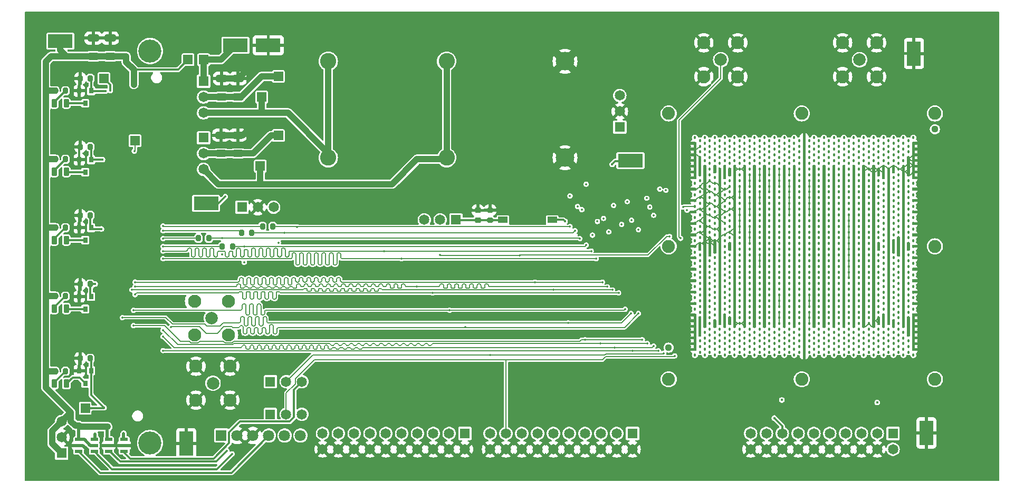
<source format=gtl>
G04 #@! TF.GenerationSoftware,KiCad,Pcbnew,8.0.3*
G04 #@! TF.CreationDate,2024-07-10T11:58:06-07:00*
G04 #@! TF.ProjectId,maveric-board,6d617665-7269-4632-9d62-6f6172642e6b,rev?*
G04 #@! TF.SameCoordinates,Original*
G04 #@! TF.FileFunction,Copper,L1,Top*
G04 #@! TF.FilePolarity,Positive*
%FSLAX46Y46*%
G04 Gerber Fmt 4.6, Leading zero omitted, Abs format (unit mm)*
G04 Created by KiCad (PCBNEW 8.0.3) date 2024-07-10 11:58:06*
%MOMM*%
%LPD*%
G01*
G04 APERTURE LIST*
G04 Aperture macros list*
%AMRoundRect*
0 Rectangle with rounded corners*
0 $1 Rounding radius*
0 $2 $3 $4 $5 $6 $7 $8 $9 X,Y pos of 4 corners*
0 Add a 4 corners polygon primitive as box body*
4,1,4,$2,$3,$4,$5,$6,$7,$8,$9,$2,$3,0*
0 Add four circle primitives for the rounded corners*
1,1,$1+$1,$2,$3*
1,1,$1+$1,$4,$5*
1,1,$1+$1,$6,$7*
1,1,$1+$1,$8,$9*
0 Add four rect primitives between the rounded corners*
20,1,$1+$1,$2,$3,$4,$5,0*
20,1,$1+$1,$4,$5,$6,$7,0*
20,1,$1+$1,$6,$7,$8,$9,0*
20,1,$1+$1,$8,$9,$2,$3,0*%
G04 Aperture macros list end*
G04 #@! TA.AperFunction,ComponentPad*
%ADD10C,2.082800*%
G04 #@! TD*
G04 #@! TA.AperFunction,ComponentPad*
%ADD11C,1.117600*%
G04 #@! TD*
G04 #@! TA.AperFunction,SMDPad,CuDef*
%ADD12C,0.457200*%
G04 #@! TD*
G04 #@! TA.AperFunction,SMDPad,CuDef*
%ADD13RoundRect,0.200000X0.200000X0.275000X-0.200000X0.275000X-0.200000X-0.275000X0.200000X-0.275000X0*%
G04 #@! TD*
G04 #@! TA.AperFunction,SMDPad,CuDef*
%ADD14R,4.000000X2.200000*%
G04 #@! TD*
G04 #@! TA.AperFunction,ComponentPad*
%ADD15R,1.650000X1.650000*%
G04 #@! TD*
G04 #@! TA.AperFunction,ComponentPad*
%ADD16C,1.650000*%
G04 #@! TD*
G04 #@! TA.AperFunction,SMDPad,CuDef*
%ADD17RoundRect,0.250000X0.650000X-0.325000X0.650000X0.325000X-0.650000X0.325000X-0.650000X-0.325000X0*%
G04 #@! TD*
G04 #@! TA.AperFunction,SMDPad,CuDef*
%ADD18R,1.524000X1.524000*%
G04 #@! TD*
G04 #@! TA.AperFunction,ComponentPad*
%ADD19C,2.600000*%
G04 #@! TD*
G04 #@! TA.AperFunction,ComponentPad*
%ADD20C,2.000000*%
G04 #@! TD*
G04 #@! TA.AperFunction,ComponentPad*
%ADD21C,2.100000*%
G04 #@! TD*
G04 #@! TA.AperFunction,SMDPad,CuDef*
%ADD22RoundRect,0.225000X0.250000X-0.225000X0.250000X0.225000X-0.250000X0.225000X-0.250000X-0.225000X0*%
G04 #@! TD*
G04 #@! TA.AperFunction,SMDPad,CuDef*
%ADD23R,2.200000X4.000000*%
G04 #@! TD*
G04 #@! TA.AperFunction,SMDPad,CuDef*
%ADD24RoundRect,0.200000X-0.200000X-0.275000X0.200000X-0.275000X0.200000X0.275000X-0.200000X0.275000X0*%
G04 #@! TD*
G04 #@! TA.AperFunction,ComponentPad*
%ADD25C,0.800000*%
G04 #@! TD*
G04 #@! TA.AperFunction,ComponentPad*
%ADD26C,5.400000*%
G04 #@! TD*
G04 #@! TA.AperFunction,SMDPad,CuDef*
%ADD27RoundRect,0.215000X0.215000X0.465000X-0.215000X0.465000X-0.215000X-0.465000X0.215000X-0.465000X0*%
G04 #@! TD*
G04 #@! TA.AperFunction,SMDPad,CuDef*
%ADD28R,0.800000X0.900000*%
G04 #@! TD*
G04 #@! TA.AperFunction,SMDPad,CuDef*
%ADD29RoundRect,0.072500X-0.532500X-0.217500X0.532500X-0.217500X0.532500X0.217500X-0.532500X0.217500X0*%
G04 #@! TD*
G04 #@! TA.AperFunction,ComponentPad*
%ADD30C,3.000000*%
G04 #@! TD*
G04 #@! TA.AperFunction,SMDPad,CuDef*
%ADD31RoundRect,0.200000X0.275000X-0.200000X0.275000X0.200000X-0.275000X0.200000X-0.275000X-0.200000X0*%
G04 #@! TD*
G04 #@! TA.AperFunction,ComponentPad*
%ADD32R,1.800000X1.800000*%
G04 #@! TD*
G04 #@! TA.AperFunction,ComponentPad*
%ADD33C,1.800000*%
G04 #@! TD*
G04 #@! TA.AperFunction,SMDPad,CuDef*
%ADD34R,1.500000X1.000000*%
G04 #@! TD*
G04 #@! TA.AperFunction,ComponentPad*
%ADD35C,3.700000*%
G04 #@! TD*
G04 #@! TA.AperFunction,ViaPad*
%ADD36C,0.350000*%
G04 #@! TD*
G04 #@! TA.AperFunction,ViaPad*
%ADD37C,0.400000*%
G04 #@! TD*
G04 #@! TA.AperFunction,Conductor*
%ADD38C,0.127000*%
G04 #@! TD*
G04 #@! TA.AperFunction,Conductor*
%ADD39C,1.000000*%
G04 #@! TD*
G04 #@! TA.AperFunction,Conductor*
%ADD40C,0.300000*%
G04 #@! TD*
G04 #@! TA.AperFunction,Conductor*
%ADD41C,0.500000*%
G04 #@! TD*
G04 #@! TA.AperFunction,Conductor*
%ADD42C,0.156000*%
G04 #@! TD*
G04 APERTURE END LIST*
D10*
X140637580Y-53637580D03*
X140637580Y-75000000D03*
D11*
X140637580Y-91282420D03*
D10*
X140637580Y-96362420D03*
X162000000Y-53637580D03*
X162000000Y-96362420D03*
X183362420Y-53637580D03*
D11*
X183362420Y-56177580D03*
D10*
X183362420Y-75000000D03*
X183362420Y-96362420D03*
D12*
X144846360Y-57519970D03*
X146439960Y-57519970D03*
X148033300Y-57519970D03*
X149626900Y-57519970D03*
X151220490Y-57519970D03*
X152813840Y-57519970D03*
X154407430Y-57519970D03*
X156000770Y-57519970D03*
X157594370Y-57519970D03*
X159187970Y-57519970D03*
X160781310Y-57519970D03*
X162374900Y-57519970D03*
X163968500Y-57519970D03*
X165561840Y-57519970D03*
X167155440Y-57519970D03*
X168748780Y-57519970D03*
X170342380Y-57519970D03*
X171935970Y-57519970D03*
X173529310Y-57519970D03*
X175122910Y-57519970D03*
X176716510Y-57519970D03*
X178309850Y-57519970D03*
X179903440Y-57519970D03*
X144846360Y-66750080D03*
X146439960Y-66750080D03*
X148033300Y-66750080D03*
X149626900Y-66750080D03*
X151220490Y-66750080D03*
X152813840Y-66750080D03*
X154407430Y-66750080D03*
X156000770Y-66750080D03*
X157594370Y-66750080D03*
X159187970Y-66750080D03*
X160781310Y-66750080D03*
X162374900Y-66750080D03*
X163968500Y-66750080D03*
X165561840Y-66750080D03*
X167155440Y-66750080D03*
X168748780Y-66750080D03*
X170342380Y-66750080D03*
X171935970Y-66750080D03*
X173529310Y-66750080D03*
X175122910Y-66750080D03*
X176716510Y-66750080D03*
X178309850Y-66750080D03*
X179903440Y-66750080D03*
X145643160Y-67180100D03*
X147236500Y-67180100D03*
X148830100Y-67180100D03*
X150423700Y-67180100D03*
X152017040Y-67180100D03*
X153610630Y-67180100D03*
X155203980Y-67180100D03*
X156797570Y-67180100D03*
X158391170Y-67180100D03*
X159984510Y-67180100D03*
X161578110Y-67180100D03*
X163171700Y-67180100D03*
X164765040Y-67180100D03*
X166358640Y-67180100D03*
X167951980Y-67180100D03*
X169545580Y-67180100D03*
X171139170Y-67180100D03*
X172732520Y-67180100D03*
X174326110Y-67180100D03*
X175919710Y-67180100D03*
X177513050Y-67180100D03*
X179106650Y-67180100D03*
X144846360Y-67640100D03*
X146439960Y-67640100D03*
X148033300Y-67640100D03*
X149626900Y-67640100D03*
X151220490Y-67640100D03*
X152813840Y-67640100D03*
X154407430Y-67640100D03*
X156000770Y-67640100D03*
X157594370Y-67640100D03*
X159187970Y-67640100D03*
X160781310Y-67640100D03*
X162374900Y-67640100D03*
X163968500Y-67640100D03*
X165561840Y-67640100D03*
X167155440Y-67640100D03*
X168748780Y-67640100D03*
X170342380Y-67640100D03*
X171935970Y-67640100D03*
X173529310Y-67640100D03*
X175122910Y-67640100D03*
X176716510Y-67640100D03*
X178309850Y-67640100D03*
X179903440Y-67640100D03*
X145643160Y-68100090D03*
X147236500Y-68100090D03*
X148830100Y-68100090D03*
X150423700Y-68100090D03*
X152017040Y-68100090D03*
X153610630Y-68100090D03*
X155203980Y-68100090D03*
X156797570Y-68100090D03*
X158391170Y-68100090D03*
X159984510Y-68100090D03*
X161578110Y-68100090D03*
X163171700Y-68100090D03*
X164765040Y-68100090D03*
X166358640Y-68100090D03*
X167951980Y-68100090D03*
X169545580Y-68100090D03*
X171139170Y-68100090D03*
X172732520Y-68100090D03*
X174326110Y-68100090D03*
X175919710Y-68100090D03*
X177513050Y-68100090D03*
X179106650Y-68100090D03*
X144846360Y-68560080D03*
X146439960Y-68560080D03*
X148033300Y-68560080D03*
X149626900Y-68560080D03*
X151220490Y-68560080D03*
X152813840Y-68560080D03*
X154407430Y-68560080D03*
X156000770Y-68560080D03*
X157594370Y-68560080D03*
X159187970Y-68560080D03*
X160781310Y-68560080D03*
X162374900Y-68560080D03*
X163968500Y-68560080D03*
X165561840Y-68560080D03*
X167155440Y-68560080D03*
X168748780Y-68560080D03*
X170342380Y-68560080D03*
X171935970Y-68560080D03*
X173529310Y-68560080D03*
X175122910Y-68560080D03*
X176716510Y-68560080D03*
X178309850Y-68560080D03*
X179903440Y-68560080D03*
X145643160Y-69020080D03*
X147236500Y-69020080D03*
X148830100Y-69020080D03*
X150423700Y-69020080D03*
X152017040Y-69020080D03*
X153610630Y-69020080D03*
X155203980Y-69020080D03*
X156797570Y-69020080D03*
X158391170Y-69020080D03*
X159984510Y-69020080D03*
X161578110Y-69020080D03*
X163171700Y-69020080D03*
X164765040Y-69020080D03*
X166358640Y-69020080D03*
X167951980Y-69020080D03*
X169545580Y-69020080D03*
X171139170Y-69020080D03*
X172732520Y-69020080D03*
X174326110Y-69020080D03*
X175919710Y-69020080D03*
X177513050Y-69020080D03*
X179106650Y-69020080D03*
X144846360Y-69480070D03*
X146439960Y-69480070D03*
X148033300Y-69480070D03*
X149626900Y-69480070D03*
X151220490Y-69480070D03*
X152813840Y-69480070D03*
X154407430Y-69480070D03*
X156000770Y-69480070D03*
X157594370Y-69480070D03*
X159187970Y-69480070D03*
X160781310Y-69480070D03*
X162374900Y-69480070D03*
X163968500Y-69480070D03*
X165561840Y-69480070D03*
X167155440Y-69480070D03*
X168748780Y-69480070D03*
X170342380Y-69480070D03*
X171935970Y-69480070D03*
X173529310Y-69480070D03*
X175122910Y-69480070D03*
X176716510Y-69480070D03*
X178309850Y-69480070D03*
X179903440Y-69480070D03*
X145643160Y-69940070D03*
X147236500Y-69940070D03*
X148830100Y-69940070D03*
X150423700Y-69940070D03*
X152017040Y-69940070D03*
X153610630Y-69940070D03*
X155203980Y-69940070D03*
X156797570Y-69940070D03*
X158391170Y-69940070D03*
X159984510Y-69940070D03*
X161578110Y-69940070D03*
X163171700Y-69940070D03*
X164765040Y-69940070D03*
X166358640Y-69940070D03*
X167951980Y-69940070D03*
X169545580Y-69940070D03*
X171139170Y-69940070D03*
X172732520Y-69940070D03*
X174326110Y-69940070D03*
X175919710Y-69940070D03*
X177513050Y-69940070D03*
X179106650Y-69940070D03*
X144846360Y-70400060D03*
X146439960Y-70400060D03*
X148033300Y-70400060D03*
X149626900Y-70400060D03*
X151220490Y-70400060D03*
X152813840Y-70400060D03*
X154407430Y-70400060D03*
X156000770Y-70400060D03*
X157594370Y-70400060D03*
X159187970Y-70400060D03*
X160781310Y-70400060D03*
X162374900Y-70400060D03*
X163968500Y-70400060D03*
X165561840Y-70400060D03*
X167155440Y-70400060D03*
X168748780Y-70400060D03*
X170342380Y-70400060D03*
X171935970Y-70400060D03*
X173529310Y-70400060D03*
X175122910Y-70400060D03*
X176716510Y-70400060D03*
X178309850Y-70400060D03*
X179903440Y-70400060D03*
X145643160Y-70860050D03*
X147236500Y-70860050D03*
X148830100Y-70860050D03*
X150423700Y-70860050D03*
X152017040Y-70860050D03*
X153610630Y-70860050D03*
X155203980Y-70860050D03*
X156797570Y-70860050D03*
X158391170Y-70860050D03*
X159984510Y-70860050D03*
X161578110Y-70860050D03*
X163171700Y-70860050D03*
X164765040Y-70860050D03*
X166358640Y-70860050D03*
X167951980Y-70860050D03*
X169545580Y-70860050D03*
X171139170Y-70860050D03*
X172732520Y-70860050D03*
X174326110Y-70860050D03*
X175919710Y-70860050D03*
X177513050Y-70860050D03*
X179106650Y-70860050D03*
X144846360Y-71320050D03*
X146439960Y-71320050D03*
X148033300Y-71320050D03*
X149626900Y-71320050D03*
X151220490Y-71320050D03*
X152813840Y-71320050D03*
X154407430Y-71320050D03*
X156000770Y-71320050D03*
X157594370Y-71320050D03*
X159187970Y-71320050D03*
X160781310Y-71320050D03*
X162374900Y-71320050D03*
X163968500Y-71320050D03*
X165561840Y-71320050D03*
X167155440Y-71320050D03*
X168748780Y-71320050D03*
X170342380Y-71320050D03*
X171935970Y-71320050D03*
X173529310Y-71320050D03*
X175122910Y-71320050D03*
X176716510Y-71320050D03*
X178309850Y-71320050D03*
X179903440Y-71320050D03*
X145643160Y-71780040D03*
X147236500Y-71780040D03*
X148830100Y-71780040D03*
X150423700Y-71780040D03*
X152017040Y-71780040D03*
X153610630Y-71780040D03*
X155203980Y-71780040D03*
X156797570Y-71780040D03*
X158391170Y-71780040D03*
X159984510Y-71780040D03*
X161578110Y-71780040D03*
X163171700Y-71780040D03*
X164765040Y-71780040D03*
X166358640Y-71780040D03*
X167951980Y-71780040D03*
X169545580Y-71780040D03*
X171139170Y-71780040D03*
X172732520Y-71780040D03*
X174326110Y-71780040D03*
X175919710Y-71780040D03*
X177513050Y-71780040D03*
X179106650Y-71780040D03*
X144846360Y-72240040D03*
X146439960Y-72240040D03*
X148033300Y-72240040D03*
X149626900Y-72240040D03*
X151220490Y-72240040D03*
X152813840Y-72240040D03*
X154407430Y-72240040D03*
X156000770Y-72240040D03*
X157594370Y-72240040D03*
X159187970Y-72240040D03*
X160781310Y-72240040D03*
X162374900Y-72240040D03*
X163968500Y-72240040D03*
X165561840Y-72240040D03*
X167155440Y-72240040D03*
X168748780Y-72240040D03*
X170342380Y-72240040D03*
X171935970Y-72240040D03*
X173529310Y-72240040D03*
X175122910Y-72240040D03*
X176716510Y-72240040D03*
X178309850Y-72240040D03*
X179903440Y-72240040D03*
X145643160Y-72700030D03*
X147236500Y-72700030D03*
X148830100Y-72700030D03*
X150423700Y-72700030D03*
X152017040Y-72700030D03*
X153610630Y-72700030D03*
X155203980Y-72700030D03*
X156797570Y-72700030D03*
X158391170Y-72700030D03*
X159984510Y-72700030D03*
X161578110Y-72700030D03*
X163171700Y-72700030D03*
X164765040Y-72700030D03*
X166358640Y-72700030D03*
X167951980Y-72700030D03*
X169545580Y-72700030D03*
X171139170Y-72700030D03*
X172732520Y-72700030D03*
X174326110Y-72700030D03*
X175919710Y-72700030D03*
X177513050Y-72700030D03*
X179106650Y-72700030D03*
X144846360Y-73160020D03*
X146439960Y-73160020D03*
X148033300Y-73160020D03*
X149626900Y-73160020D03*
X151220490Y-73160020D03*
X152813840Y-73160020D03*
X154407430Y-73160020D03*
X156000770Y-73160020D03*
X157594370Y-73160020D03*
X159187970Y-73160020D03*
X160781310Y-73160020D03*
X162374900Y-73160020D03*
X163968500Y-73160020D03*
X165561840Y-73160020D03*
X167155440Y-73160020D03*
X168748780Y-73160020D03*
X170342380Y-73160020D03*
X171935970Y-73160020D03*
X173529310Y-73160020D03*
X175122910Y-73160020D03*
X176716510Y-73160020D03*
X178309850Y-73160020D03*
X179903440Y-73160020D03*
X145643160Y-73620020D03*
X147236500Y-73620020D03*
X148830100Y-73620020D03*
X150423700Y-73620020D03*
X152017040Y-73620020D03*
X153610630Y-73620020D03*
X155203980Y-73620020D03*
X156797570Y-73620020D03*
X158391170Y-73620020D03*
X159984510Y-73620020D03*
X161578110Y-73620020D03*
X163171700Y-73620020D03*
X164765040Y-73620020D03*
X166358640Y-73620020D03*
X167951980Y-73620020D03*
X169545580Y-73620020D03*
X171139170Y-73620020D03*
X172732520Y-73620020D03*
X174326110Y-73620020D03*
X175919710Y-73620020D03*
X177513050Y-73620020D03*
X179106650Y-73620020D03*
X144846360Y-74080010D03*
X146439960Y-74080010D03*
X148033300Y-74080010D03*
X149626900Y-74080010D03*
X151220490Y-74080010D03*
X152813840Y-74080010D03*
X154407430Y-74080010D03*
X156000770Y-74080010D03*
X157594370Y-74080010D03*
X159187970Y-74080010D03*
X160781310Y-74080010D03*
X162374900Y-74080010D03*
X163968500Y-74080010D03*
X165561840Y-74080010D03*
X167155440Y-74080010D03*
X168748780Y-74080010D03*
X170342380Y-74080010D03*
X171935970Y-74080010D03*
X173529310Y-74080010D03*
X175122910Y-74080010D03*
X176716510Y-74080010D03*
X178309850Y-74080010D03*
X179903440Y-74080010D03*
X145643160Y-74540010D03*
X147236500Y-74540010D03*
X148830100Y-74540010D03*
X150423700Y-74540010D03*
X152017040Y-74540010D03*
X153610630Y-74540010D03*
X155203980Y-74540010D03*
X156797570Y-74540010D03*
X158391170Y-74540010D03*
X159984510Y-74540010D03*
X161578110Y-74540010D03*
X163171700Y-74540010D03*
X164765040Y-74540010D03*
X166358640Y-74540010D03*
X167951980Y-74540010D03*
X169545580Y-74540010D03*
X171139170Y-74540010D03*
X172732520Y-74540010D03*
X174326110Y-74540010D03*
X175919710Y-74540010D03*
X177513050Y-74540010D03*
X179106650Y-74540010D03*
X144846360Y-75000000D03*
X146439960Y-75000000D03*
X148033300Y-75000000D03*
X149626900Y-75000000D03*
X151220490Y-75000000D03*
X152813840Y-75000000D03*
X154407430Y-75000000D03*
X156000770Y-75000000D03*
X157594370Y-75000000D03*
X159187970Y-75000000D03*
X160781310Y-75000000D03*
X162374900Y-75000000D03*
X163968500Y-75000000D03*
X165561840Y-75000000D03*
X167155440Y-75000000D03*
X168748780Y-75000000D03*
X170342380Y-75000000D03*
X171935970Y-75000000D03*
X173529310Y-75000000D03*
X175122910Y-75000000D03*
X176716510Y-75000000D03*
X178309850Y-75000000D03*
X179903440Y-75000000D03*
X145643160Y-75459990D03*
X147236500Y-75459990D03*
X148830100Y-75459990D03*
X150423700Y-75459990D03*
X152017040Y-75459990D03*
X153610630Y-75459990D03*
X155203980Y-75459990D03*
X156797570Y-75459990D03*
X158391170Y-75459990D03*
X159984510Y-75459990D03*
X161578110Y-75459990D03*
X163171700Y-75459990D03*
X164765040Y-75459990D03*
X166358640Y-75459990D03*
X167951980Y-75459990D03*
X169545580Y-75459990D03*
X171139170Y-75459990D03*
X172732520Y-75459990D03*
X174326110Y-75459990D03*
X175919710Y-75459990D03*
X177513050Y-75459990D03*
X179106650Y-75459990D03*
X145643160Y-57979970D03*
X147236500Y-57979970D03*
X148830100Y-57979970D03*
X150423700Y-57979970D03*
X152017040Y-57979970D03*
X153610630Y-57979970D03*
X155203980Y-57979970D03*
X156797570Y-57979970D03*
X158391170Y-57979970D03*
X159984510Y-57979970D03*
X161578110Y-57979970D03*
X163171700Y-57979970D03*
X164765040Y-57979970D03*
X166358640Y-57979970D03*
X167951980Y-57979970D03*
X169545580Y-57979970D03*
X171139170Y-57979970D03*
X172732520Y-57979970D03*
X174326110Y-57979970D03*
X175919710Y-57979970D03*
X177513050Y-57979970D03*
X179106650Y-57979970D03*
X144846360Y-75919990D03*
X146439960Y-75919990D03*
X148033300Y-75919990D03*
X149626900Y-75919990D03*
X151220490Y-75919990D03*
X152813840Y-75919990D03*
X154407430Y-75919990D03*
X156000770Y-75919990D03*
X157594370Y-75919990D03*
X159187970Y-75919990D03*
X160781310Y-75919990D03*
X162374900Y-75919990D03*
X163968500Y-75919990D03*
X165561840Y-75919990D03*
X167155440Y-75919990D03*
X168748780Y-75919990D03*
X170342380Y-75919990D03*
X171935970Y-75919990D03*
X173529310Y-75919990D03*
X175122910Y-75919990D03*
X176716510Y-75919990D03*
X178309850Y-75919990D03*
X179903440Y-75919990D03*
X145643160Y-76379980D03*
X147236760Y-76379980D03*
X148830350Y-76379980D03*
X150423950Y-76379980D03*
X152017550Y-76379980D03*
X153611140Y-76379980D03*
X155204740Y-76379980D03*
X156798330Y-76379980D03*
X158391930Y-76379980D03*
X159985530Y-76379980D03*
X161579120Y-76379980D03*
X163172720Y-76379980D03*
X164766310Y-76379980D03*
X166359910Y-76379980D03*
X167953510Y-76379980D03*
X169547100Y-76379980D03*
X171140700Y-76379980D03*
X172734290Y-76379980D03*
X174327890Y-76379980D03*
X175921490Y-76379980D03*
X177515080Y-76379980D03*
X179108680Y-76379980D03*
X144846360Y-76839980D03*
X146439960Y-76839980D03*
X148033300Y-76839980D03*
X149626900Y-76839980D03*
X151220490Y-76839980D03*
X152813840Y-76839980D03*
X154407430Y-76839980D03*
X156000770Y-76839980D03*
X157594370Y-76839980D03*
X159187970Y-76839980D03*
X160781310Y-76839980D03*
X162374900Y-76839980D03*
X163968500Y-76839980D03*
X165561840Y-76839980D03*
X167155440Y-76839980D03*
X168748780Y-76839980D03*
X170342380Y-76839980D03*
X171935970Y-76839980D03*
X173529310Y-76839980D03*
X175122910Y-76839980D03*
X176716510Y-76839980D03*
X178309850Y-76839980D03*
X179903440Y-76839980D03*
X145643160Y-77299970D03*
X147236500Y-77299970D03*
X148830100Y-77299970D03*
X150423700Y-77299970D03*
X152017040Y-77299970D03*
X153610630Y-77299970D03*
X155203980Y-77299970D03*
X156797570Y-77299970D03*
X158391170Y-77299970D03*
X159984510Y-77299970D03*
X161578110Y-77299970D03*
X163171700Y-77299970D03*
X164765040Y-77299970D03*
X166358640Y-77299970D03*
X167951980Y-77299970D03*
X169545580Y-77299970D03*
X171139170Y-77299970D03*
X172732520Y-77299970D03*
X174326110Y-77299970D03*
X175919710Y-77299970D03*
X177513050Y-77299970D03*
X179106650Y-77299970D03*
X144846360Y-77759960D03*
X146439960Y-77759960D03*
X148033300Y-77759960D03*
X149626900Y-77759960D03*
X151220490Y-77759960D03*
X152813840Y-77759960D03*
X154407430Y-77759960D03*
X156000770Y-77759960D03*
X157594370Y-77759960D03*
X159187970Y-77759960D03*
X160781310Y-77759960D03*
X162374900Y-77759960D03*
X163968500Y-77759960D03*
X165561840Y-77759960D03*
X167155440Y-77759960D03*
X168748780Y-77759960D03*
X170342380Y-77759960D03*
X171935970Y-77759960D03*
X173529310Y-77759960D03*
X175122910Y-77759960D03*
X176716510Y-77759960D03*
X178309850Y-77759960D03*
X179903440Y-77759960D03*
X145643160Y-78219960D03*
X147236500Y-78219960D03*
X148830100Y-78219960D03*
X150423700Y-78219960D03*
X152017040Y-78219960D03*
X153610630Y-78219960D03*
X155203980Y-78219960D03*
X156797570Y-78219960D03*
X158391170Y-78219960D03*
X159984510Y-78219960D03*
X161578110Y-78219960D03*
X163171700Y-78219960D03*
X164765040Y-78219960D03*
X166358640Y-78219960D03*
X167951980Y-78219960D03*
X169545580Y-78219960D03*
X171139170Y-78219960D03*
X172732520Y-78219960D03*
X174326110Y-78219960D03*
X175919710Y-78219960D03*
X177513050Y-78219960D03*
X179106650Y-78219960D03*
X144846360Y-78679950D03*
X146439960Y-78679950D03*
X148033300Y-78679950D03*
X149626900Y-78679950D03*
X151220490Y-78679950D03*
X152813840Y-78679950D03*
X154407430Y-78679950D03*
X156000770Y-78679950D03*
X157594370Y-78679950D03*
X159187970Y-78679950D03*
X160781310Y-78679950D03*
X162374900Y-78679950D03*
X163968500Y-78679950D03*
X165561840Y-78679950D03*
X167155440Y-78679950D03*
X168748780Y-78679950D03*
X170342380Y-78679950D03*
X171935970Y-78679950D03*
X173529310Y-78679950D03*
X175122910Y-78679950D03*
X176716510Y-78679950D03*
X178309850Y-78679950D03*
X179903440Y-78679950D03*
X145643160Y-79139950D03*
X147236500Y-79139950D03*
X148830100Y-79139950D03*
X150423700Y-79139950D03*
X152017040Y-79139950D03*
X153610630Y-79139950D03*
X155203980Y-79139950D03*
X156797570Y-79139950D03*
X158391170Y-79139950D03*
X159984510Y-79139950D03*
X161578110Y-79139950D03*
X163171700Y-79139950D03*
X164765040Y-79139950D03*
X166358640Y-79139950D03*
X167951980Y-79139950D03*
X169545580Y-79139950D03*
X171139170Y-79139950D03*
X172732520Y-79139950D03*
X174326110Y-79139950D03*
X175919710Y-79139950D03*
X177513050Y-79139950D03*
X179106650Y-79139950D03*
X144846360Y-79599940D03*
X146439960Y-79599940D03*
X148033300Y-79599940D03*
X149626900Y-79599940D03*
X151220490Y-79599940D03*
X152813840Y-79599940D03*
X154407430Y-79599940D03*
X156000770Y-79599940D03*
X157594370Y-79599940D03*
X159187970Y-79599940D03*
X160781310Y-79599940D03*
X162374900Y-79599940D03*
X163968500Y-79599940D03*
X165561840Y-79599940D03*
X167155440Y-79599940D03*
X168748780Y-79599940D03*
X170342380Y-79599940D03*
X171935970Y-79599940D03*
X173529310Y-79599940D03*
X175122910Y-79599940D03*
X176716510Y-79599940D03*
X178309850Y-79599940D03*
X179903440Y-79599940D03*
X145643160Y-80059930D03*
X147236500Y-80059930D03*
X148830100Y-80059930D03*
X150423700Y-80059930D03*
X152017040Y-80059930D03*
X153610630Y-80059930D03*
X155203980Y-80059930D03*
X156797570Y-80059930D03*
X158391170Y-80059930D03*
X159984510Y-80059930D03*
X161578110Y-80059930D03*
X163171700Y-80059930D03*
X164765040Y-80059930D03*
X166358640Y-80059930D03*
X167951980Y-80059930D03*
X169545580Y-80059930D03*
X171139170Y-80059930D03*
X172732520Y-80059930D03*
X174326110Y-80059930D03*
X175919710Y-80059930D03*
X177513050Y-80059930D03*
X179106650Y-80059930D03*
X144846360Y-80519930D03*
X146439960Y-80519930D03*
X148033300Y-80519930D03*
X149626900Y-80519930D03*
X151220490Y-80519930D03*
X152813840Y-80519930D03*
X154407430Y-80519930D03*
X156000770Y-80519930D03*
X157594370Y-80519930D03*
X159187970Y-80519930D03*
X160781310Y-80519930D03*
X162374900Y-80519930D03*
X163968500Y-80519930D03*
X165561840Y-80519930D03*
X167155440Y-80519930D03*
X168748780Y-80519930D03*
X170342380Y-80519930D03*
X171935970Y-80519930D03*
X173529310Y-80519930D03*
X175122910Y-80519930D03*
X176716510Y-80519930D03*
X178309850Y-80519930D03*
X179903440Y-80519930D03*
X145643160Y-80979920D03*
X147236760Y-80979920D03*
X148830350Y-80979920D03*
X150423950Y-80979920D03*
X152017550Y-80979920D03*
X153611140Y-80979920D03*
X155204740Y-80979920D03*
X156798330Y-80979920D03*
X158391930Y-80979920D03*
X159985530Y-80979920D03*
X161579120Y-80979920D03*
X163172720Y-80979920D03*
X164766310Y-80979920D03*
X166359910Y-80979920D03*
X167953510Y-80979920D03*
X169547100Y-80979920D03*
X171140700Y-80979920D03*
X172734290Y-80979920D03*
X174327890Y-80979920D03*
X175921490Y-80979920D03*
X177515080Y-80979920D03*
X179108680Y-80979920D03*
X144846360Y-81439920D03*
X146439960Y-81439920D03*
X148033300Y-81439920D03*
X149626900Y-81439920D03*
X151220490Y-81439920D03*
X152813840Y-81439920D03*
X154407430Y-81439920D03*
X156000770Y-81439920D03*
X157594370Y-81439920D03*
X159187970Y-81439920D03*
X160781310Y-81439920D03*
X162374900Y-81439920D03*
X163968500Y-81439920D03*
X165561840Y-81439920D03*
X167155440Y-81439920D03*
X168748780Y-81439920D03*
X170342380Y-81439920D03*
X171935970Y-81439920D03*
X173529310Y-81439920D03*
X175122910Y-81439920D03*
X176716510Y-81439920D03*
X178309850Y-81439920D03*
X179903440Y-81439920D03*
X145643160Y-81899910D03*
X147236500Y-81899910D03*
X148830100Y-81899910D03*
X150423700Y-81899910D03*
X152017040Y-81899910D03*
X153610630Y-81899910D03*
X155203980Y-81899910D03*
X156797570Y-81899910D03*
X158391170Y-81899910D03*
X159984510Y-81899910D03*
X161578110Y-81899910D03*
X163171700Y-81899910D03*
X164765040Y-81899910D03*
X166358640Y-81899910D03*
X167951980Y-81899910D03*
X169545580Y-81899910D03*
X171139170Y-81899910D03*
X172732520Y-81899910D03*
X174326110Y-81899910D03*
X175919710Y-81899910D03*
X177513050Y-81899910D03*
X179106650Y-81899910D03*
X144846360Y-82359900D03*
X146439960Y-82359900D03*
X148033300Y-82359900D03*
X149626900Y-82359900D03*
X151220490Y-82359900D03*
X152813840Y-82359900D03*
X154407430Y-82359900D03*
X156000770Y-82359900D03*
X157594370Y-82359900D03*
X159187970Y-82359900D03*
X160781310Y-82359900D03*
X162374900Y-82359900D03*
X163968500Y-82359900D03*
X165561840Y-82359900D03*
X167155440Y-82359900D03*
X168748780Y-82359900D03*
X170342380Y-82359900D03*
X171935970Y-82359900D03*
X173529310Y-82359900D03*
X175122910Y-82359900D03*
X176716510Y-82359900D03*
X178309850Y-82359900D03*
X179903440Y-82359900D03*
X145643160Y-82819900D03*
X147236500Y-82819900D03*
X148830100Y-82819900D03*
X150423700Y-82819900D03*
X152017040Y-82819900D03*
X153610630Y-82819900D03*
X155203980Y-82819900D03*
X156797570Y-82819900D03*
X158391170Y-82819900D03*
X159984510Y-82819900D03*
X161578110Y-82819900D03*
X163171700Y-82819900D03*
X164765040Y-82819900D03*
X166358640Y-82819900D03*
X167951980Y-82819900D03*
X169545580Y-82819900D03*
X171139170Y-82819900D03*
X172732520Y-82819900D03*
X174326110Y-82819900D03*
X175919710Y-82819900D03*
X177513050Y-82819900D03*
X179106650Y-82819900D03*
X144846360Y-83279890D03*
X146439960Y-83279890D03*
X148033300Y-83279890D03*
X149626900Y-83279890D03*
X151220490Y-83279890D03*
X152813840Y-83279890D03*
X154407430Y-83279890D03*
X156000770Y-83279890D03*
X157594370Y-83279890D03*
X159187970Y-83279890D03*
X160781310Y-83279890D03*
X162374900Y-83279890D03*
X163968500Y-83279890D03*
X165561840Y-83279890D03*
X167155440Y-83279890D03*
X168748780Y-83279890D03*
X170342380Y-83279890D03*
X171935970Y-83279890D03*
X173529310Y-83279890D03*
X175122910Y-83279890D03*
X176716510Y-83279890D03*
X178309850Y-83279890D03*
X179903440Y-83279890D03*
X145643160Y-83739890D03*
X147236500Y-83739890D03*
X148830100Y-83739890D03*
X150423700Y-83739890D03*
X152017040Y-83739890D03*
X153610630Y-83739890D03*
X155203980Y-83739890D03*
X156797570Y-83739890D03*
X158391170Y-83739890D03*
X159984510Y-83739890D03*
X161578110Y-83739890D03*
X163171700Y-83739890D03*
X164765040Y-83739890D03*
X166358640Y-83739890D03*
X167951980Y-83739890D03*
X169545580Y-83739890D03*
X171139170Y-83739890D03*
X172732520Y-83739890D03*
X174326110Y-83739890D03*
X175919710Y-83739890D03*
X177513050Y-83739890D03*
X179106650Y-83739890D03*
X144846360Y-84199880D03*
X146439960Y-84199880D03*
X148033300Y-84199880D03*
X149626900Y-84199880D03*
X151220490Y-84199880D03*
X152813840Y-84199880D03*
X154407430Y-84199880D03*
X156000770Y-84199880D03*
X157594370Y-84199880D03*
X159187970Y-84199880D03*
X160781310Y-84199880D03*
X162374900Y-84199880D03*
X163968500Y-84199880D03*
X165561840Y-84199880D03*
X167155440Y-84199880D03*
X168748780Y-84199880D03*
X170342380Y-84199880D03*
X171935970Y-84199880D03*
X173529310Y-84199880D03*
X175122910Y-84199880D03*
X176716510Y-84199880D03*
X178309850Y-84199880D03*
X179903440Y-84199880D03*
X145643160Y-84659870D03*
X147236500Y-84659870D03*
X148830100Y-84659870D03*
X150423700Y-84659870D03*
X152017040Y-84659870D03*
X153610630Y-84659870D03*
X155203980Y-84659870D03*
X156797570Y-84659870D03*
X158391170Y-84659870D03*
X159984510Y-84659870D03*
X161578110Y-84659870D03*
X163171700Y-84659870D03*
X164765040Y-84659870D03*
X166358640Y-84659870D03*
X167951980Y-84659870D03*
X169545580Y-84659870D03*
X171139170Y-84659870D03*
X172732520Y-84659870D03*
X174326110Y-84659870D03*
X175919710Y-84659870D03*
X177513050Y-84659870D03*
X179106650Y-84659870D03*
X144846360Y-58439960D03*
X146439960Y-58439960D03*
X148033300Y-58439960D03*
X149626900Y-58439960D03*
X151220490Y-58439960D03*
X152813840Y-58439960D03*
X154407430Y-58439960D03*
X156000770Y-58439960D03*
X157594370Y-58439960D03*
X159187970Y-58439960D03*
X160781310Y-58439960D03*
X162374900Y-58439960D03*
X163968500Y-58439960D03*
X165561840Y-58439960D03*
X167155440Y-58439960D03*
X168748780Y-58439960D03*
X170342380Y-58439960D03*
X171935970Y-58439960D03*
X173529310Y-58439960D03*
X175122910Y-58439960D03*
X176716510Y-58439960D03*
X178309850Y-58439960D03*
X179903440Y-58439960D03*
X144846360Y-85120120D03*
X146439960Y-85120120D03*
X148033300Y-85120120D03*
X149626900Y-85120120D03*
X151220490Y-85120120D03*
X152813840Y-85120120D03*
X154407430Y-85120120D03*
X156000770Y-85120120D03*
X157594370Y-85120120D03*
X159187970Y-85120120D03*
X160781310Y-85120120D03*
X162374900Y-85120120D03*
X163968500Y-85120120D03*
X165561840Y-85120120D03*
X167155440Y-85120120D03*
X168748780Y-85120120D03*
X170342380Y-85120120D03*
X171935970Y-85120120D03*
X173529310Y-85120120D03*
X175122910Y-85120120D03*
X176716510Y-85120120D03*
X178309850Y-85120120D03*
X179903440Y-85120120D03*
X145643160Y-85580120D03*
X147236500Y-85580120D03*
X148830100Y-85580120D03*
X150423700Y-85580120D03*
X152017040Y-85580120D03*
X153610630Y-85580120D03*
X155203980Y-85580120D03*
X156797570Y-85580120D03*
X158391170Y-85580120D03*
X159984510Y-85580120D03*
X161578110Y-85580120D03*
X163171700Y-85580120D03*
X164765040Y-85580120D03*
X166358640Y-85580120D03*
X167951980Y-85580120D03*
X169545580Y-85580120D03*
X171139170Y-85580120D03*
X172732520Y-85580120D03*
X174326110Y-85580120D03*
X175919710Y-85580120D03*
X177513050Y-85580120D03*
X179106650Y-85580120D03*
X144846360Y-86040110D03*
X146439960Y-86040110D03*
X148033300Y-86040110D03*
X149626900Y-86040110D03*
X151220490Y-86040110D03*
X152813840Y-86040110D03*
X154407430Y-86040110D03*
X156000770Y-86040110D03*
X157594370Y-86040110D03*
X159187970Y-86040110D03*
X160781310Y-86040110D03*
X162374900Y-86040110D03*
X163968500Y-86040110D03*
X165561840Y-86040110D03*
X167155440Y-86040110D03*
X168748780Y-86040110D03*
X170342380Y-86040110D03*
X171935970Y-86040110D03*
X173529310Y-86040110D03*
X175122910Y-86040110D03*
X176716510Y-86040110D03*
X178309850Y-86040110D03*
X179903440Y-86040110D03*
X145643160Y-86500100D03*
X147236500Y-86500100D03*
X148830100Y-86500100D03*
X150423700Y-86500100D03*
X152017040Y-86500100D03*
X153610630Y-86500100D03*
X155203980Y-86500100D03*
X156797570Y-86500100D03*
X158391170Y-86500100D03*
X159984510Y-86500100D03*
X161578110Y-86500100D03*
X163171700Y-86500100D03*
X164765040Y-86500100D03*
X166358640Y-86500100D03*
X167951980Y-86500100D03*
X169545580Y-86500100D03*
X171139170Y-86500100D03*
X172732520Y-86500100D03*
X174326110Y-86500100D03*
X175919710Y-86500100D03*
X177513050Y-86500100D03*
X179106650Y-86500100D03*
X144846360Y-86960100D03*
X146439960Y-86960100D03*
X148033300Y-86960100D03*
X149626900Y-86960100D03*
X151220490Y-86960100D03*
X152813840Y-86960100D03*
X154407430Y-86960100D03*
X156000770Y-86960100D03*
X157594370Y-86960100D03*
X159187970Y-86960100D03*
X160781310Y-86960100D03*
X162374900Y-86960100D03*
X163968500Y-86960100D03*
X165561840Y-86960100D03*
X167155440Y-86960100D03*
X168748780Y-86960100D03*
X170342380Y-86960100D03*
X171935970Y-86960100D03*
X173529310Y-86960100D03*
X175122910Y-86960100D03*
X176716510Y-86960100D03*
X178309850Y-86960100D03*
X179903440Y-86960100D03*
X145643160Y-87420090D03*
X147236500Y-87420090D03*
X148830100Y-87420090D03*
X150423700Y-87420090D03*
X152017040Y-87420090D03*
X153610630Y-87420090D03*
X155203980Y-87420090D03*
X156797570Y-87420090D03*
X158391170Y-87420090D03*
X159984510Y-87420090D03*
X161578110Y-87420090D03*
X163171700Y-87420090D03*
X164765040Y-87420090D03*
X166358640Y-87420090D03*
X167951980Y-87420090D03*
X169545580Y-87420090D03*
X171139170Y-87420090D03*
X172732520Y-87420090D03*
X174326110Y-87420090D03*
X175919710Y-87420090D03*
X177513050Y-87420090D03*
X179106650Y-87420090D03*
X144846360Y-87880090D03*
X146439960Y-87880090D03*
X148033300Y-87880090D03*
X149626900Y-87880090D03*
X151220490Y-87880090D03*
X152813840Y-87880090D03*
X154407430Y-87880090D03*
X156000770Y-87880090D03*
X157594370Y-87880090D03*
X159187970Y-87880090D03*
X160781310Y-87880090D03*
X162374900Y-87880090D03*
X163968500Y-87880090D03*
X165561840Y-87880090D03*
X167155440Y-87880090D03*
X168748780Y-87880090D03*
X170342380Y-87880090D03*
X171935970Y-87880090D03*
X173529310Y-87880090D03*
X175122910Y-87880090D03*
X176716510Y-87880090D03*
X178309850Y-87880090D03*
X179903440Y-87880090D03*
X145643160Y-88340080D03*
X147236500Y-88340080D03*
X148830100Y-88340080D03*
X150423700Y-88340080D03*
X152017040Y-88340080D03*
X153610630Y-88340080D03*
X155203980Y-88340080D03*
X156797570Y-88340080D03*
X158391170Y-88340080D03*
X159984510Y-88340080D03*
X161578110Y-88340080D03*
X163171700Y-88340080D03*
X164765040Y-88340080D03*
X166358640Y-88340080D03*
X167951980Y-88340080D03*
X169545580Y-88340080D03*
X171139170Y-88340080D03*
X172732520Y-88340080D03*
X174326110Y-88340080D03*
X175919710Y-88340080D03*
X177513050Y-88340080D03*
X179106650Y-88340080D03*
X144846360Y-88800070D03*
X146439960Y-88800070D03*
X148033300Y-88800070D03*
X149626900Y-88800070D03*
X151220490Y-88800070D03*
X152813840Y-88800070D03*
X154407430Y-88800070D03*
X156000770Y-88800070D03*
X157594370Y-88800070D03*
X159187970Y-88800070D03*
X160781310Y-88800070D03*
X162374900Y-88800070D03*
X163968500Y-88800070D03*
X165561840Y-88800070D03*
X167155440Y-88800070D03*
X168748780Y-88800070D03*
X170342380Y-88800070D03*
X171935970Y-88800070D03*
X173529310Y-88800070D03*
X175122910Y-88800070D03*
X176716510Y-88800070D03*
X178309850Y-88800070D03*
X179903440Y-88800070D03*
X145643160Y-89260070D03*
X147236500Y-89260070D03*
X148830100Y-89260070D03*
X150423700Y-89260070D03*
X152017040Y-89260070D03*
X153610630Y-89260070D03*
X155203980Y-89260070D03*
X156797570Y-89260070D03*
X158391170Y-89260070D03*
X159984510Y-89260070D03*
X161578110Y-89260070D03*
X163171700Y-89260070D03*
X164765040Y-89260070D03*
X166358640Y-89260070D03*
X167951980Y-89260070D03*
X169545580Y-89260070D03*
X171139170Y-89260070D03*
X172732520Y-89260070D03*
X174326110Y-89260070D03*
X175919710Y-89260070D03*
X177513050Y-89260070D03*
X179106650Y-89260070D03*
X144846360Y-89720060D03*
X146439960Y-89720060D03*
X148033300Y-89720060D03*
X149626900Y-89720060D03*
X151220490Y-89720060D03*
X152813840Y-89720060D03*
X154407430Y-89720060D03*
X156000770Y-89720060D03*
X157594370Y-89720060D03*
X159187970Y-89720060D03*
X160781310Y-89720060D03*
X162374900Y-89720060D03*
X163968500Y-89720060D03*
X165561840Y-89720060D03*
X167155440Y-89720060D03*
X168748780Y-89720060D03*
X170342380Y-89720060D03*
X171935970Y-89720060D03*
X173529310Y-89720060D03*
X175122910Y-89720060D03*
X176716510Y-89720060D03*
X178309850Y-89720060D03*
X179903440Y-89720060D03*
X145643160Y-90180060D03*
X147236500Y-90180060D03*
X148830100Y-90180060D03*
X150423700Y-90180060D03*
X152017040Y-90180060D03*
X153610630Y-90180060D03*
X155203980Y-90180060D03*
X156797570Y-90180060D03*
X158391170Y-90180060D03*
X159984510Y-90180060D03*
X161578110Y-90180060D03*
X163171700Y-90180060D03*
X164765040Y-90180060D03*
X166358640Y-90180060D03*
X167951980Y-90180060D03*
X169545580Y-90180060D03*
X171139170Y-90180060D03*
X172732520Y-90180060D03*
X174326110Y-90180060D03*
X175919710Y-90180060D03*
X177513050Y-90180060D03*
X179106650Y-90180060D03*
X144846360Y-90640050D03*
X146439960Y-90640050D03*
X148033300Y-90640050D03*
X149626900Y-90640050D03*
X151220490Y-90640050D03*
X152813840Y-90640050D03*
X154407430Y-90640050D03*
X156000770Y-90640050D03*
X157594370Y-90640050D03*
X159187970Y-90640050D03*
X160781310Y-90640050D03*
X162374900Y-90640050D03*
X163968500Y-90640050D03*
X165561840Y-90640050D03*
X167155440Y-90640050D03*
X168748780Y-90640050D03*
X170342380Y-90640050D03*
X171935970Y-90640050D03*
X173529310Y-90640050D03*
X175122910Y-90640050D03*
X176716510Y-90640050D03*
X178309850Y-90640050D03*
X179903440Y-90640050D03*
X145643160Y-91100040D03*
X147236500Y-91100040D03*
X148830100Y-91100040D03*
X150423700Y-91100040D03*
X152017040Y-91100040D03*
X153610630Y-91100040D03*
X155203980Y-91100040D03*
X156797570Y-91100040D03*
X158391170Y-91100040D03*
X159984510Y-91100040D03*
X161578110Y-91100040D03*
X163171700Y-91100040D03*
X164765040Y-91100040D03*
X166358640Y-91100040D03*
X167951980Y-91100040D03*
X169545580Y-91100040D03*
X171139170Y-91100040D03*
X172732520Y-91100040D03*
X174326110Y-91100040D03*
X175919710Y-91100040D03*
X177513050Y-91100040D03*
X179106650Y-91100040D03*
X144846360Y-91560040D03*
X146439960Y-91560040D03*
X148033300Y-91560040D03*
X149626900Y-91560040D03*
X151220490Y-91560040D03*
X152813840Y-91560040D03*
X154407430Y-91560040D03*
X156000770Y-91560040D03*
X157594370Y-91560040D03*
X159187970Y-91560040D03*
X160781310Y-91560040D03*
X162374900Y-91560040D03*
X163968500Y-91560040D03*
X165561840Y-91560040D03*
X167155440Y-91560040D03*
X168748780Y-91560040D03*
X170342380Y-91560040D03*
X171935970Y-91560040D03*
X173529310Y-91560040D03*
X175122910Y-91560040D03*
X176716510Y-91560040D03*
X178309850Y-91560040D03*
X179903440Y-91560040D03*
X145643160Y-92020030D03*
X147236500Y-92020030D03*
X148830100Y-92020030D03*
X150423700Y-92020030D03*
X152017040Y-92020030D03*
X153610630Y-92020030D03*
X155203980Y-92020030D03*
X156797570Y-92020030D03*
X158391170Y-92020030D03*
X159984510Y-92020030D03*
X161578110Y-92020030D03*
X163171700Y-92020030D03*
X164765040Y-92020030D03*
X166358640Y-92020030D03*
X167951980Y-92020030D03*
X169545580Y-92020030D03*
X171139170Y-92020030D03*
X172732520Y-92020030D03*
X174326110Y-92020030D03*
X175919710Y-92020030D03*
X177513050Y-92020030D03*
X179106650Y-92020030D03*
X144846360Y-92480030D03*
X146439960Y-92480030D03*
X148033300Y-92480030D03*
X149626900Y-92480030D03*
X151220490Y-92480030D03*
X152813840Y-92480030D03*
X154407430Y-92480030D03*
X156000770Y-92480030D03*
X157594370Y-92480030D03*
X159187970Y-92480030D03*
X160781310Y-92480030D03*
X162374900Y-92480030D03*
X163968500Y-92480030D03*
X165561840Y-92480030D03*
X167155440Y-92480030D03*
X168748780Y-92480030D03*
X170342380Y-92480030D03*
X171935970Y-92480030D03*
X173529310Y-92480030D03*
X175122910Y-92480030D03*
X176716510Y-92480030D03*
X178309850Y-92480030D03*
X179903440Y-92480030D03*
X145643160Y-58899960D03*
X147236500Y-58899960D03*
X148830100Y-58899960D03*
X150423700Y-58899960D03*
X152017040Y-58899960D03*
X153610630Y-58899960D03*
X155203980Y-58899960D03*
X156797570Y-58899960D03*
X158391170Y-58899960D03*
X159984510Y-58899960D03*
X161578110Y-58899960D03*
X163171700Y-58899960D03*
X164765040Y-58899960D03*
X166358640Y-58899960D03*
X167951980Y-58899960D03*
X169545580Y-58899960D03*
X171139170Y-58899960D03*
X172732520Y-58899960D03*
X174326110Y-58899960D03*
X175919710Y-58899960D03*
X177513050Y-58899960D03*
X179106650Y-58899960D03*
X144846360Y-59359950D03*
X146439960Y-59359950D03*
X148033300Y-59359950D03*
X149626900Y-59359950D03*
X151220490Y-59359950D03*
X152813840Y-59359950D03*
X154407430Y-59359950D03*
X156000770Y-59359950D03*
X157594370Y-59359950D03*
X159187970Y-59359950D03*
X160781310Y-59359950D03*
X162374900Y-59359950D03*
X163968500Y-59359950D03*
X165561840Y-59359950D03*
X167155440Y-59359950D03*
X168748780Y-59359950D03*
X170342380Y-59359950D03*
X171935970Y-59359950D03*
X173529310Y-59359950D03*
X175122910Y-59359950D03*
X176716510Y-59359950D03*
X178309850Y-59359950D03*
X179903440Y-59359950D03*
X145643160Y-59819940D03*
X147236500Y-59819940D03*
X148830100Y-59819940D03*
X150423700Y-59819940D03*
X152017040Y-59819940D03*
X153610630Y-59819940D03*
X155203980Y-59819940D03*
X156797570Y-59819940D03*
X158391170Y-59819940D03*
X159984510Y-59819940D03*
X161578110Y-59819940D03*
X163171700Y-59819940D03*
X164765040Y-59819940D03*
X166358640Y-59819940D03*
X167951980Y-59819940D03*
X169545580Y-59819940D03*
X171139170Y-59819940D03*
X172732520Y-59819940D03*
X174326110Y-59819940D03*
X175919710Y-59819940D03*
X177513050Y-59819940D03*
X179106650Y-59819940D03*
X144846360Y-60279940D03*
X146439960Y-60279940D03*
X148033300Y-60279940D03*
X149626900Y-60279940D03*
X151220490Y-60279940D03*
X152813840Y-60279940D03*
X154407430Y-60279940D03*
X156000770Y-60279940D03*
X157594370Y-60279940D03*
X159187970Y-60279940D03*
X160781310Y-60279940D03*
X162374900Y-60279940D03*
X163968500Y-60279940D03*
X165561840Y-60279940D03*
X167155440Y-60279940D03*
X168748780Y-60279940D03*
X170342380Y-60279940D03*
X171935970Y-60279940D03*
X173529310Y-60279940D03*
X175122910Y-60279940D03*
X176716510Y-60279940D03*
X178309850Y-60279940D03*
X179903440Y-60279940D03*
X145643160Y-60739930D03*
X147236500Y-60739930D03*
X148830100Y-60739930D03*
X150423700Y-60739930D03*
X152017040Y-60739930D03*
X153610630Y-60739930D03*
X155203980Y-60739930D03*
X156797570Y-60739930D03*
X158391170Y-60739930D03*
X159984510Y-60739930D03*
X161578110Y-60739930D03*
X163171700Y-60739930D03*
X164765040Y-60739930D03*
X166358640Y-60739930D03*
X167951980Y-60739930D03*
X169545580Y-60739930D03*
X171139170Y-60739930D03*
X172732520Y-60739930D03*
X174326110Y-60739930D03*
X175919710Y-60739930D03*
X177513050Y-60739930D03*
X179106650Y-60739930D03*
X144846360Y-61199930D03*
X146439960Y-61199930D03*
X148033300Y-61199930D03*
X149626900Y-61199930D03*
X151220490Y-61199930D03*
X152813840Y-61199930D03*
X154407430Y-61199930D03*
X156000770Y-61199930D03*
X157594370Y-61199930D03*
X159187970Y-61199930D03*
X160781310Y-61199930D03*
X162374900Y-61199930D03*
X163968500Y-61199930D03*
X165561840Y-61199930D03*
X167155440Y-61199930D03*
X168748780Y-61199930D03*
X170342380Y-61199930D03*
X171935970Y-61199930D03*
X173529310Y-61199930D03*
X175122910Y-61199930D03*
X176716510Y-61199930D03*
X178309850Y-61199930D03*
X179903440Y-61199930D03*
X145643160Y-61659920D03*
X147236500Y-61659920D03*
X148830100Y-61659920D03*
X150423700Y-61659920D03*
X152017040Y-61659920D03*
X153610630Y-61659920D03*
X155203980Y-61659920D03*
X156797570Y-61659920D03*
X158391170Y-61659920D03*
X159984510Y-61659920D03*
X161578110Y-61659920D03*
X163171700Y-61659920D03*
X164765040Y-61659920D03*
X166358640Y-61659920D03*
X167951980Y-61659920D03*
X169545580Y-61659920D03*
X171139170Y-61659920D03*
X172732520Y-61659920D03*
X174326110Y-61659920D03*
X175919710Y-61659920D03*
X177513050Y-61659920D03*
X179106650Y-61659920D03*
X144846360Y-62119910D03*
X146439960Y-62119910D03*
X148033300Y-62119910D03*
X149626900Y-62119910D03*
X151220490Y-62119910D03*
X152813840Y-62119910D03*
X154407430Y-62119910D03*
X156000770Y-62119910D03*
X157594370Y-62119910D03*
X159187970Y-62119910D03*
X160781310Y-62119910D03*
X162374900Y-62119910D03*
X163968500Y-62119910D03*
X165561840Y-62119910D03*
X167155440Y-62119910D03*
X168748780Y-62119910D03*
X170342380Y-62119910D03*
X171935970Y-62119910D03*
X173529310Y-62119910D03*
X175122910Y-62119910D03*
X176716510Y-62119910D03*
X178309850Y-62119910D03*
X179903440Y-62119910D03*
X145643160Y-62579910D03*
X147236500Y-62579910D03*
X148830100Y-62579910D03*
X150423700Y-62579910D03*
X152017040Y-62579910D03*
X153610630Y-62579910D03*
X155203980Y-62579910D03*
X156797570Y-62579910D03*
X158391170Y-62579910D03*
X159984510Y-62579910D03*
X161578110Y-62579910D03*
X163171700Y-62579910D03*
X164765040Y-62579910D03*
X166358640Y-62579910D03*
X167951980Y-62579910D03*
X169545580Y-62579910D03*
X171139170Y-62579910D03*
X172732520Y-62579910D03*
X174326110Y-62579910D03*
X175919710Y-62579910D03*
X177513050Y-62579910D03*
X179106650Y-62579910D03*
X144846360Y-63039900D03*
X146439960Y-63039900D03*
X148033300Y-63039900D03*
X149626900Y-63039900D03*
X151220490Y-63039900D03*
X152813840Y-63039900D03*
X154407430Y-63039900D03*
X156000770Y-63039900D03*
X157594370Y-63039900D03*
X159187970Y-63039900D03*
X160781310Y-63039900D03*
X162374900Y-63039900D03*
X163968500Y-63039900D03*
X165561840Y-63039900D03*
X167155440Y-63039900D03*
X168748780Y-63039900D03*
X170342380Y-63039900D03*
X171935970Y-63039900D03*
X173529310Y-63039900D03*
X175122910Y-63039900D03*
X176716510Y-63039900D03*
X178309850Y-63039900D03*
X179903440Y-63039900D03*
X145643160Y-63499900D03*
X147236500Y-63499900D03*
X148830100Y-63499900D03*
X150423700Y-63499900D03*
X152017040Y-63499900D03*
X153610630Y-63499900D03*
X155203980Y-63499900D03*
X156797570Y-63499900D03*
X158391170Y-63499900D03*
X159984510Y-63499900D03*
X161578110Y-63499900D03*
X163171700Y-63499900D03*
X164765040Y-63499900D03*
X166358640Y-63499900D03*
X167951980Y-63499900D03*
X169545580Y-63499900D03*
X171139170Y-63499900D03*
X172732520Y-63499900D03*
X174326110Y-63499900D03*
X175919710Y-63499900D03*
X177513050Y-63499900D03*
X179106650Y-63499900D03*
X144846360Y-63959890D03*
X146439960Y-63959890D03*
X148033300Y-63959890D03*
X149626900Y-63959890D03*
X151220490Y-63959890D03*
X152813840Y-63959890D03*
X154407430Y-63959890D03*
X156000770Y-63959890D03*
X157594370Y-63959890D03*
X159187970Y-63959890D03*
X160781310Y-63959890D03*
X162374900Y-63959890D03*
X163968500Y-63959890D03*
X165561840Y-63959890D03*
X167155440Y-63959890D03*
X168748780Y-63959890D03*
X170342380Y-63959890D03*
X171935970Y-63959890D03*
X173529310Y-63959890D03*
X175122910Y-63959890D03*
X176716510Y-63959890D03*
X178309850Y-63959890D03*
X179903440Y-63959890D03*
X145643160Y-64419880D03*
X147236500Y-64419880D03*
X148830100Y-64419880D03*
X150423700Y-64419880D03*
X152017040Y-64419880D03*
X153610630Y-64419880D03*
X155203980Y-64419880D03*
X156797570Y-64419880D03*
X158391170Y-64419880D03*
X159984510Y-64419880D03*
X161578110Y-64419880D03*
X163171700Y-64419880D03*
X164765040Y-64419880D03*
X166358640Y-64419880D03*
X167951980Y-64419880D03*
X169545580Y-64419880D03*
X171139170Y-64419880D03*
X172732520Y-64419880D03*
X174326110Y-64419880D03*
X175919710Y-64419880D03*
X177513050Y-64419880D03*
X179106650Y-64419880D03*
X144846360Y-64879880D03*
X146439960Y-64879880D03*
X148033300Y-64879880D03*
X149626900Y-64879880D03*
X151220490Y-64879880D03*
X152813840Y-64879880D03*
X154407430Y-64879880D03*
X156000770Y-64879880D03*
X157594370Y-64879880D03*
X159187970Y-64879880D03*
X160781310Y-64879880D03*
X162374900Y-64879880D03*
X163968500Y-64879880D03*
X165561840Y-64879880D03*
X167155440Y-64879880D03*
X168748780Y-64879880D03*
X170342380Y-64879880D03*
X171935970Y-64879880D03*
X173529310Y-64879880D03*
X175122910Y-64879880D03*
X176716510Y-64879880D03*
X178309850Y-64879880D03*
X179903440Y-64879880D03*
X145643160Y-65340130D03*
X147236500Y-65340130D03*
X148830100Y-65340130D03*
X150423700Y-65340130D03*
X152017040Y-65340130D03*
X153610630Y-65340130D03*
X155203980Y-65340130D03*
X156797570Y-65340130D03*
X158391170Y-65340130D03*
X159984510Y-65340130D03*
X161578110Y-65340130D03*
X163171700Y-65340130D03*
X164765040Y-65340130D03*
X166358640Y-65340130D03*
X167951980Y-65340130D03*
X169545580Y-65340130D03*
X171139170Y-65340130D03*
X172732520Y-65340130D03*
X174326110Y-65340130D03*
X175919710Y-65340130D03*
X177513050Y-65340130D03*
X179106650Y-65340130D03*
X144846360Y-65800120D03*
X146439960Y-65800120D03*
X148033300Y-65800120D03*
X149626900Y-65800120D03*
X151220490Y-65800120D03*
X152813840Y-65800120D03*
X154407430Y-65800120D03*
X156000770Y-65800120D03*
X157594370Y-65800120D03*
X159187970Y-65800120D03*
X160781310Y-65800120D03*
X162374900Y-65800120D03*
X163968500Y-65800120D03*
X165561840Y-65800120D03*
X167155440Y-65800120D03*
X168748780Y-65800120D03*
X170342380Y-65800120D03*
X171935970Y-65800120D03*
X173529310Y-65800120D03*
X175122910Y-65800120D03*
X176716510Y-65800120D03*
X178309850Y-65800120D03*
X179903440Y-65800120D03*
X145643160Y-66260110D03*
X147236500Y-66260110D03*
X148830100Y-66260110D03*
X150423700Y-66260110D03*
X152017040Y-66260110D03*
X153610630Y-66260110D03*
X155203980Y-66260110D03*
X156797570Y-66260110D03*
X158391170Y-66260110D03*
X159984510Y-66260110D03*
X161578110Y-66260110D03*
X163171700Y-66260110D03*
X164765040Y-66260110D03*
X166358640Y-66260110D03*
X167951980Y-66260110D03*
X169545580Y-66260110D03*
X171139170Y-66260110D03*
X172732520Y-66260110D03*
X174326110Y-66260110D03*
X175919710Y-66260110D03*
X177513050Y-66260110D03*
X179106650Y-66260110D03*
D13*
X47825000Y-48000000D03*
X46175000Y-48000000D03*
D14*
X66400000Y-68100000D03*
D15*
X134836410Y-105080010D03*
D16*
X134836410Y-107620010D03*
X132296410Y-105080010D03*
X132296410Y-107620010D03*
X129756410Y-105080010D03*
X129756410Y-107620010D03*
X127216410Y-105080010D03*
X127216410Y-107620010D03*
X124676410Y-105080010D03*
X124676410Y-107620010D03*
X122136410Y-105080010D03*
X122136410Y-107620010D03*
X119596410Y-105080010D03*
X119596410Y-107620010D03*
X117056410Y-105080010D03*
X117056410Y-107620010D03*
X114516410Y-105080010D03*
X114516410Y-107620010D03*
X111976410Y-105080010D03*
X111976410Y-107620010D03*
D17*
X48300000Y-44475000D03*
X48300000Y-41525000D03*
D18*
X66000000Y-45000000D03*
D19*
X105000000Y-60750000D03*
X105000000Y-45250000D03*
D18*
X75100000Y-62100000D03*
D14*
X134500000Y-61200000D03*
D20*
X67500000Y-97000000D03*
D21*
X64775000Y-94275000D03*
X64775000Y-99725000D03*
X70225000Y-94275000D03*
X70225000Y-99725000D03*
D17*
X51000000Y-44475000D03*
X51000000Y-41525000D03*
D13*
X77100000Y-71800000D03*
X75450000Y-71800000D03*
D18*
X47000000Y-101000000D03*
D22*
X110000000Y-70775000D03*
X110000000Y-69225000D03*
D18*
X63500000Y-45000000D03*
D13*
X47825000Y-81080010D03*
X46175000Y-81080010D03*
D15*
X43200000Y-108240000D03*
D16*
X43200000Y-105700000D03*
X43200000Y-103160000D03*
D20*
X171275000Y-45000000D03*
D21*
X168550000Y-42275000D03*
X168550000Y-47725000D03*
X174000000Y-42275000D03*
X174000000Y-47725000D03*
D15*
X107946410Y-105080010D03*
D16*
X107946410Y-107620010D03*
X105406410Y-105080010D03*
X105406410Y-107620010D03*
X102866410Y-105080010D03*
X102866410Y-107620010D03*
X100326410Y-105080010D03*
X100326410Y-107620010D03*
X97786410Y-105080010D03*
X97786410Y-107620010D03*
X95246410Y-105080010D03*
X95246410Y-107620010D03*
X92706410Y-105080010D03*
X92706410Y-107620010D03*
X90166410Y-105080010D03*
X90166410Y-107620010D03*
X87626410Y-105080010D03*
X87626410Y-107620010D03*
X85086410Y-105080010D03*
X85086410Y-107620010D03*
D15*
X176646410Y-105080010D03*
D16*
X176646410Y-107620010D03*
X174106410Y-105080010D03*
X174106410Y-107620010D03*
X171566410Y-105080010D03*
X171566410Y-107620010D03*
X169026410Y-105080010D03*
X169026410Y-107620010D03*
X166486410Y-105080010D03*
X166486410Y-107620010D03*
X163946410Y-105080010D03*
X163946410Y-107620010D03*
X161406410Y-105080010D03*
X161406410Y-107620010D03*
X158866410Y-105080010D03*
X158866410Y-107620010D03*
X156326410Y-105080010D03*
X156326410Y-107620010D03*
X153786410Y-105080010D03*
X153786410Y-107620010D03*
D15*
X76710000Y-102000000D03*
D16*
X79250000Y-102000000D03*
X81790000Y-102000000D03*
D23*
X180000000Y-44000000D03*
D24*
X42175000Y-95080010D03*
X43825000Y-95080010D03*
X42175000Y-83000000D03*
X43825000Y-83000000D03*
X42175000Y-61000000D03*
X43825000Y-61000000D03*
D25*
X140975000Y-106000000D03*
X141568109Y-104568109D03*
X141568109Y-107431891D03*
X143000000Y-103975000D03*
D26*
X143000000Y-106000000D03*
D25*
X143000000Y-108025000D03*
X144431891Y-104568109D03*
X144431891Y-107431891D03*
X145025000Y-106000000D03*
D27*
X43975000Y-52000000D03*
X42025000Y-52000000D03*
X43975000Y-63000000D03*
X42025000Y-63000000D03*
D13*
X73725000Y-72800000D03*
X72075000Y-72800000D03*
D25*
X134975000Y-44000000D03*
X135568109Y-42568109D03*
X135568109Y-45431891D03*
X137000000Y-41975000D03*
D26*
X137000000Y-44000000D03*
D25*
X137000000Y-46025000D03*
X138431891Y-42568109D03*
X138431891Y-45431891D03*
X139025000Y-44000000D03*
D28*
X47000000Y-63080010D03*
X47950000Y-61080010D03*
X46050000Y-61080010D03*
D25*
X185975000Y-44000000D03*
X186568109Y-42568109D03*
X186568109Y-45431891D03*
X188000000Y-41975000D03*
D26*
X188000000Y-44000000D03*
D25*
X188000000Y-46025000D03*
X189431891Y-42568109D03*
X189431891Y-45431891D03*
X190025000Y-44000000D03*
D14*
X76375000Y-42675000D03*
D29*
X50745000Y-106050000D03*
X50745000Y-107000000D03*
X50745000Y-107950000D03*
X53255000Y-107950000D03*
X53255000Y-107000000D03*
X53255000Y-106050000D03*
D20*
X67275000Y-86525000D03*
D21*
X64550000Y-83800000D03*
X64550000Y-89250000D03*
X70000000Y-83800000D03*
X70000000Y-89250000D03*
D13*
X47825000Y-93000000D03*
X46175000Y-93000000D03*
D18*
X78000000Y-57200000D03*
D28*
X47000000Y-74000000D03*
X47950000Y-72000000D03*
X46050000Y-72000000D03*
D18*
X78000000Y-47700000D03*
D30*
X124000000Y-60750000D03*
X124000000Y-45250000D03*
D27*
X43975000Y-74000010D03*
X42025000Y-74000010D03*
D15*
X72160000Y-68700000D03*
D16*
X74700000Y-68700000D03*
X77240000Y-68700000D03*
D25*
X185975000Y-106000000D03*
X186568109Y-104568109D03*
X186568109Y-107431891D03*
X188000000Y-103975000D03*
D26*
X188000000Y-106000000D03*
D25*
X188000000Y-108025000D03*
X189431891Y-104568109D03*
X189431891Y-107431891D03*
X190025000Y-106000000D03*
D23*
X182000000Y-105000000D03*
D27*
X43975000Y-85000000D03*
X42025000Y-85000000D03*
D13*
X47825000Y-59000000D03*
X46175000Y-59000000D03*
D15*
X66000000Y-57540010D03*
D16*
X66000000Y-60080010D03*
X66000000Y-62620010D03*
D15*
X106500000Y-70750000D03*
D16*
X103960000Y-70750000D03*
X101420000Y-70750000D03*
D24*
X42175000Y-50000000D03*
X43825000Y-50000000D03*
D15*
X66000000Y-48460000D03*
D16*
X66000000Y-51000000D03*
X66000000Y-53540000D03*
D18*
X75300000Y-51000000D03*
D28*
X47000000Y-85080010D03*
X47950000Y-83080010D03*
X46050000Y-83080010D03*
D13*
X47825000Y-70000000D03*
X46175000Y-70000000D03*
D31*
X112000000Y-70825000D03*
X112000000Y-69175000D03*
D17*
X71500000Y-50975000D03*
X71500000Y-48025000D03*
X68900000Y-50975000D03*
X68900000Y-48025000D03*
D27*
X43975000Y-97080010D03*
X42025000Y-97080010D03*
D15*
X76710000Y-96750000D03*
D16*
X79250000Y-96750000D03*
X81790000Y-96750000D03*
D32*
X68840000Y-105400000D03*
D33*
X71380000Y-105400000D03*
X73920000Y-105400000D03*
X76460000Y-105400000D03*
X79000000Y-105400000D03*
X81540000Y-105400000D03*
D28*
X47000000Y-52000000D03*
X47950000Y-50000000D03*
X46050000Y-50000000D03*
D24*
X42175000Y-72000010D03*
X43825000Y-72000010D03*
D14*
X71100000Y-42675000D03*
D19*
X86000000Y-60750000D03*
X86000000Y-45250000D03*
D23*
X63200000Y-106700000D03*
D29*
X45945000Y-106050000D03*
X45945000Y-107000000D03*
X45945000Y-107950000D03*
X48455000Y-107950000D03*
X48455000Y-107000000D03*
X48455000Y-106050000D03*
D18*
X50000000Y-48000000D03*
D17*
X68800000Y-60075000D03*
X68800000Y-57125000D03*
D13*
X66825000Y-73700000D03*
X65175000Y-73700000D03*
D15*
X132800000Y-55840000D03*
D16*
X132800000Y-53300000D03*
X132800000Y-50760000D03*
D14*
X43000000Y-42000000D03*
D17*
X71500000Y-60075000D03*
X71500000Y-57125000D03*
D34*
X114050000Y-70750000D03*
X121950000Y-70750000D03*
D20*
X149000000Y-45000000D03*
D21*
X146275000Y-42275000D03*
X146275000Y-47725000D03*
X151725000Y-42275000D03*
X151725000Y-47725000D03*
D18*
X55000000Y-58000000D03*
D13*
X70650000Y-75000000D03*
X69000000Y-75000000D03*
D28*
X47000000Y-97000000D03*
X47950000Y-95000000D03*
X46050000Y-95000000D03*
D35*
X57406410Y-43600010D03*
X57406410Y-106600010D03*
D36*
X161578108Y-69020079D03*
X169545579Y-64419882D03*
X167951980Y-84659868D03*
X167951980Y-66260110D03*
X155203982Y-65340129D03*
X158391172Y-67180100D03*
X167951981Y-62579908D03*
X171139169Y-82819902D03*
X169545578Y-83739891D03*
X158391172Y-69020080D03*
X158391168Y-85580121D03*
X164765040Y-85580120D03*
X171139168Y-80059929D03*
X167951980Y-79139952D03*
D37*
X131575000Y-61800000D03*
D36*
X167951979Y-73620022D03*
X158391929Y-76379979D03*
X158391171Y-73620019D03*
D37*
X75900000Y-47700000D03*
D36*
X159984509Y-83739892D03*
X169545579Y-85580118D03*
X171139170Y-78219960D03*
X153611142Y-80979920D03*
X159985529Y-80979918D03*
X163171701Y-64419879D03*
X159984510Y-70860052D03*
X169545581Y-75459989D03*
X158391171Y-70860051D03*
D37*
X73250000Y-49750000D03*
D36*
X156797570Y-79139952D03*
D37*
X74900000Y-48100000D03*
D36*
X167951981Y-80059929D03*
X167951980Y-78219958D03*
X161578111Y-85580118D03*
X164765040Y-73620020D03*
X156797570Y-84659870D03*
X169545579Y-69940072D03*
X153610630Y-83739890D03*
X167951978Y-75459990D03*
X156798330Y-80979920D03*
X159984510Y-81899908D03*
X163171700Y-77299970D03*
X169545579Y-87420092D03*
X166358639Y-65340128D03*
X166358638Y-85580121D03*
X166358640Y-83739890D03*
X164765040Y-78219960D03*
X158390002Y-80060000D03*
X164765038Y-65340129D03*
X153610631Y-78219962D03*
X169545580Y-65340130D03*
X163171700Y-78219960D03*
X153610630Y-69940072D03*
X166358639Y-63499902D03*
X155203978Y-69020080D03*
X161579122Y-80979920D03*
X166358640Y-74540010D03*
X167951978Y-69020081D03*
X156797572Y-86500100D03*
X163171700Y-74540010D03*
X161578112Y-75459989D03*
X167951980Y-71780038D03*
X156797570Y-81899910D03*
X164765038Y-80059930D03*
X158391169Y-78219962D03*
X164765040Y-72700030D03*
X155203982Y-81899910D03*
X171139172Y-87420089D03*
X164765039Y-68100088D03*
X164765039Y-64419878D03*
X158391170Y-65340132D03*
X159984510Y-77299970D03*
X164765041Y-62579908D03*
D37*
X73800000Y-49200000D03*
D36*
X169545579Y-68100088D03*
X166358642Y-81899911D03*
X164765042Y-87420090D03*
X156797570Y-73620018D03*
X166358640Y-64419878D03*
X159984510Y-79139948D03*
X161578109Y-79139948D03*
X155203978Y-72700030D03*
X159984509Y-75459988D03*
X153610629Y-66260112D03*
X153610629Y-85580122D03*
X161578110Y-77299970D03*
X158391170Y-68100088D03*
X163171701Y-62579911D03*
X155203980Y-66260108D03*
X161578108Y-63499900D03*
X164765040Y-66260112D03*
X167953512Y-80979921D03*
X155203980Y-75459988D03*
X156797570Y-74540008D03*
X155204740Y-80979920D03*
X159984510Y-73620018D03*
X171140702Y-80979920D03*
X155203978Y-86500100D03*
X153610630Y-75459992D03*
X171139170Y-83739890D03*
X169545580Y-66260112D03*
X171139168Y-62579909D03*
X166358638Y-86500100D03*
X164765038Y-69940070D03*
X166358639Y-79139951D03*
X169545580Y-72700030D03*
X171139169Y-70860051D03*
X161578109Y-64419881D03*
X171140699Y-76379981D03*
X156797568Y-85580121D03*
X163172722Y-80979920D03*
X167951978Y-63499900D03*
X156797572Y-69020081D03*
X159984510Y-69940072D03*
X156797570Y-78219962D03*
X171139171Y-84659871D03*
X171139169Y-73620019D03*
X171139168Y-68100089D03*
X158391171Y-79139949D03*
X167951980Y-65340128D03*
X167951981Y-69940071D03*
X164765038Y-74540010D03*
X171139168Y-69020080D03*
X166358641Y-67180098D03*
D37*
X74350000Y-48650000D03*
D36*
X166358640Y-66260108D03*
X156797570Y-69940068D03*
X161578109Y-84659868D03*
X156797568Y-80059929D03*
X164765042Y-69020079D03*
X163171700Y-75459990D03*
X167951980Y-72700028D03*
X155203981Y-84659871D03*
X167951979Y-85580122D03*
X158391171Y-77299972D03*
X166358641Y-84659869D03*
X169545580Y-67180098D03*
X169545580Y-84659868D03*
X164766309Y-76379979D03*
X159984510Y-72700032D03*
X161579121Y-76379978D03*
X153610629Y-84659868D03*
X153610607Y-71780086D03*
X167953511Y-76379982D03*
X167951981Y-74540009D03*
X164765038Y-82819901D03*
X166358642Y-87420091D03*
X155203978Y-87420091D03*
X163171698Y-85580120D03*
X161578109Y-81899911D03*
X158391932Y-80979920D03*
X166358638Y-71780040D03*
X159984510Y-78219958D03*
X171139170Y-66260110D03*
X171139168Y-81899911D03*
X166358640Y-78219960D03*
X161578110Y-83739892D03*
X167951980Y-82819902D03*
X153610630Y-70860050D03*
X161578111Y-73620022D03*
X153610628Y-77299970D03*
X166358641Y-70860051D03*
X171139169Y-72700028D03*
X159984508Y-63499900D03*
X163171698Y-82819901D03*
X163171700Y-72700030D03*
X167951980Y-64419878D03*
X159984510Y-71780042D03*
X156797570Y-66260108D03*
X156797570Y-77299972D03*
X159984509Y-74540012D03*
X158391172Y-69940071D03*
X164765039Y-67180099D03*
X155203980Y-83739890D03*
X163171702Y-80059930D03*
X161578112Y-80059931D03*
X153610632Y-86500100D03*
X161578110Y-70860050D03*
X153611141Y-76379978D03*
X155203980Y-69940072D03*
X159984510Y-84659868D03*
X155203982Y-64419880D03*
X167951981Y-87420092D03*
X153610630Y-79139952D03*
X167951979Y-68100092D03*
X153610630Y-80059932D03*
X161578108Y-74540009D03*
X171139168Y-63499900D03*
X169545578Y-63499900D03*
X153610631Y-65340128D03*
X155203980Y-80059928D03*
X161578110Y-69940070D03*
X153610630Y-74540010D03*
X166358640Y-77299970D03*
X164765040Y-77299970D03*
X171139172Y-86500100D03*
X167951980Y-83739888D03*
X171139171Y-79139951D03*
X163171698Y-70860049D03*
X153610630Y-82819900D03*
X163171702Y-81899909D03*
X158391170Y-84659872D03*
X166359912Y-80979920D03*
X159985530Y-76379982D03*
X163171700Y-79139950D03*
X156797570Y-75459988D03*
X158391169Y-71780038D03*
X158391170Y-81899908D03*
X155204740Y-76379980D03*
X166358640Y-75459990D03*
X158391168Y-82819900D03*
X156798330Y-76379982D03*
X167951980Y-70860052D03*
X169545579Y-80059928D03*
X164766308Y-80979920D03*
X156797570Y-63499902D03*
X155203980Y-71780042D03*
X153610628Y-87420091D03*
X163171702Y-69940071D03*
X169545580Y-77299972D03*
X166358640Y-72700030D03*
X164765040Y-79139950D03*
X163171698Y-87420091D03*
X171139169Y-71780038D03*
D37*
X72700000Y-50300000D03*
D36*
X164765042Y-86500100D03*
X159984511Y-64419879D03*
X156797570Y-70860048D03*
X158391172Y-74540010D03*
X169547098Y-80979921D03*
X164765038Y-70860049D03*
X161578110Y-78219962D03*
X159984510Y-67180098D03*
X163171700Y-71780040D03*
X156797570Y-83739890D03*
X167951980Y-77299968D03*
X156797568Y-87420089D03*
X164765040Y-75459990D03*
X171139169Y-67180098D03*
X155203980Y-74540012D03*
X156797570Y-71780042D03*
X156797570Y-82819898D03*
X159984508Y-82819900D03*
X159984510Y-80059932D03*
X155203980Y-79139950D03*
X166358642Y-69020079D03*
X156797570Y-64419882D03*
X164765040Y-81899910D03*
X155203982Y-68100090D03*
X159984510Y-86500100D03*
X164765040Y-84659870D03*
X171139169Y-85580121D03*
X169545578Y-69020079D03*
X171139171Y-65340129D03*
X153610631Y-81899909D03*
X161578111Y-62579911D03*
X166358640Y-82819900D03*
X155203980Y-82819900D03*
X169545579Y-81899912D03*
X161578112Y-66260109D03*
X155203978Y-85580119D03*
X163171702Y-63499900D03*
X156797572Y-68100090D03*
X155203980Y-73620018D03*
X155203980Y-70860048D03*
X161578111Y-87420089D03*
X161578111Y-72700032D03*
X164765038Y-63499900D03*
X169545580Y-82819902D03*
X166358640Y-73620020D03*
X167951981Y-81899912D03*
X161578110Y-82819902D03*
X159984510Y-85580120D03*
X171139168Y-74540010D03*
D37*
X76800000Y-47700000D03*
D36*
X158391171Y-62579912D03*
X161578109Y-68100089D03*
X163172722Y-76379979D03*
X161578112Y-65340130D03*
X155203980Y-78219958D03*
X167951979Y-67180098D03*
X167951982Y-86500100D03*
X171139168Y-75459990D03*
X159984510Y-87420092D03*
X169545579Y-62579908D03*
X171139172Y-69940069D03*
X166358642Y-68100090D03*
X164765041Y-71780041D03*
X163171700Y-84659870D03*
X156797570Y-67180102D03*
X171139171Y-77299968D03*
X158391172Y-66260111D03*
X153610632Y-62579911D03*
X164765040Y-83739890D03*
X163171698Y-73620019D03*
X166358642Y-62579910D03*
X169545579Y-74540009D03*
X161578110Y-67180102D03*
X169545578Y-86500100D03*
X153610631Y-67180102D03*
X158391172Y-87420091D03*
X166358639Y-69940071D03*
X161578108Y-86500100D03*
X158391169Y-72700032D03*
X156797570Y-72700032D03*
X163171700Y-67180100D03*
X158391172Y-75459990D03*
X166358642Y-80059929D03*
X171139168Y-64419881D03*
X161578110Y-71780042D03*
X166359909Y-76379979D03*
X153610628Y-63499900D03*
X62800000Y-80000000D03*
X151220490Y-59359950D03*
X162000000Y-94000000D03*
X159187968Y-70400061D03*
X91000000Y-112000000D03*
X38000000Y-96000000D03*
X117000000Y-46000000D03*
X164000000Y-38000000D03*
X143000000Y-58000000D03*
X104000000Y-77600000D03*
X137000000Y-39000000D03*
X89000000Y-66000000D03*
X193000000Y-63000000D03*
X141000000Y-77000000D03*
X63800000Y-80000000D03*
X88000000Y-38000000D03*
X160781308Y-67640100D03*
X109000000Y-78400000D03*
X38000000Y-69000000D03*
X144846359Y-87880089D03*
X193000000Y-71000000D03*
X182000000Y-102000000D03*
X157594370Y-80519928D03*
X179108682Y-80979920D03*
X156000771Y-63039902D03*
X173529310Y-65800122D03*
X105000000Y-112000000D03*
X128000000Y-49000000D03*
X163000000Y-95000000D03*
X125000000Y-112000000D03*
X181000000Y-38000000D03*
X130200000Y-88600000D03*
X119000000Y-77600000D03*
X170342381Y-73160019D03*
X192000000Y-88000000D03*
X177000000Y-95000000D03*
X159187968Y-90640049D03*
X168748780Y-63039900D03*
X159000000Y-111000000D03*
X134400000Y-66000000D03*
X174326108Y-63499900D03*
X153000000Y-100000000D03*
X131200000Y-85800000D03*
X146439960Y-78679952D03*
X93600000Y-83000000D03*
X99000000Y-49000000D03*
X163000000Y-112000000D03*
X148200000Y-49799998D03*
X182000000Y-91000000D03*
X146439961Y-59359949D03*
X99000000Y-41000000D03*
X129400000Y-66000000D03*
X96000000Y-67000000D03*
X125000000Y-52000000D03*
D37*
X59500000Y-77900000D03*
D36*
X157594369Y-78679948D03*
X167155440Y-86960098D03*
X145643160Y-60739930D03*
X124000000Y-79200000D03*
X192000000Y-93000000D03*
D37*
X56200000Y-49800000D03*
D36*
X171935971Y-90640048D03*
X110000000Y-112000000D03*
X177513050Y-80059928D03*
X178309848Y-79599941D03*
X159000000Y-55000000D03*
X94000000Y-43000000D03*
X122000000Y-112000000D03*
X98400000Y-83000000D03*
X145000000Y-111000000D03*
X142000000Y-94000000D03*
X162374901Y-89720058D03*
X163968500Y-76839978D03*
X116000000Y-38000000D03*
X38000000Y-99000000D03*
X176716512Y-81439920D03*
X123000000Y-57000000D03*
X96000000Y-40000000D03*
X169250000Y-52250000D03*
X103000000Y-39000000D03*
X38000000Y-65000000D03*
X97000000Y-41000000D03*
X142000000Y-111000000D03*
X183000000Y-79000000D03*
X88000000Y-70000000D03*
X38000000Y-91000000D03*
X193000000Y-95000000D03*
X121000000Y-58000000D03*
X152000000Y-56000000D03*
X144846362Y-76839981D03*
X105000000Y-79200000D03*
X64800000Y-80000000D03*
X87000000Y-38000000D03*
X108400000Y-88800000D03*
X162374902Y-86960100D03*
X170342379Y-77759958D03*
X117000000Y-111000000D03*
X113000000Y-98000000D03*
X120000000Y-51000000D03*
X154407428Y-80519930D03*
X103000000Y-69000000D03*
X98000000Y-53000000D03*
X112800000Y-74400000D03*
X115000000Y-43000000D03*
X73000000Y-99000000D03*
X166000000Y-100000000D03*
X61000000Y-65000000D03*
X99000000Y-51000000D03*
D37*
X56300000Y-99300000D03*
D36*
X167155442Y-63039901D03*
X38000000Y-106000000D03*
X175122908Y-69480070D03*
X149626902Y-86040110D03*
X179903442Y-82359899D03*
X175122908Y-63959890D03*
X145643159Y-77299972D03*
X109400000Y-89600000D03*
X166000000Y-39000000D03*
X73400000Y-56000000D03*
X163000000Y-55000000D03*
X192000000Y-59000000D03*
X160781310Y-90640050D03*
X156000000Y-94000000D03*
X148830099Y-84659871D03*
X89600000Y-85800000D03*
X123000000Y-67000000D03*
X172000000Y-98000000D03*
X156000766Y-74080010D03*
X173529310Y-90640048D03*
X145643159Y-88340082D03*
X170000000Y-102000000D03*
X111000000Y-67000000D03*
X77000000Y-93000000D03*
X104400000Y-86600000D03*
X78000000Y-112000000D03*
X136000000Y-94000000D03*
X155000000Y-94000000D03*
X167155439Y-77759958D03*
X192000000Y-50000000D03*
X183000000Y-71000000D03*
X136000000Y-100000000D03*
X148000000Y-111000000D03*
X74000000Y-97000000D03*
X54600000Y-106600000D03*
X90600000Y-85800000D03*
X104000000Y-68000000D03*
X163968499Y-83279888D03*
X193000000Y-73000000D03*
X182200000Y-44000000D03*
X180000000Y-94000000D03*
X158000000Y-111000000D03*
X151220488Y-86960100D03*
X80600000Y-84600000D03*
X171935969Y-85120122D03*
X152813842Y-63959890D03*
X101800000Y-86600000D03*
X181000000Y-111000000D03*
X129000000Y-100000000D03*
X47000000Y-111000000D03*
X145000000Y-112000000D03*
X112000000Y-45000000D03*
X180000000Y-111000000D03*
X89000000Y-70000000D03*
X101000000Y-68000000D03*
X189000000Y-38000000D03*
X193000000Y-53000000D03*
X146000000Y-55000000D03*
X105800000Y-83800000D03*
X161000000Y-95000000D03*
X141000000Y-79000000D03*
X113000000Y-78400000D03*
X104000000Y-78400000D03*
X144000000Y-100000000D03*
X150000000Y-95000000D03*
X191000000Y-111000000D03*
X176000000Y-95000000D03*
X69800000Y-80000000D03*
X151220490Y-65800118D03*
X170342381Y-65800118D03*
X175122911Y-87880089D03*
X96000000Y-51000000D03*
X193000000Y-42000000D03*
X123200000Y-85800000D03*
X173529310Y-66750082D03*
X117000000Y-47000000D03*
X167155438Y-74080009D03*
X166000000Y-112000000D03*
X168000000Y-100000000D03*
X167000000Y-111000000D03*
X150423701Y-74540008D03*
X177000000Y-56000000D03*
X157000000Y-95000000D03*
X123000000Y-50000000D03*
X141000000Y-39000000D03*
X159000000Y-95000000D03*
X122000000Y-79200000D03*
X148830352Y-76379981D03*
X151220489Y-83279891D03*
X170000000Y-38000000D03*
X125200000Y-85800000D03*
X140000000Y-102000000D03*
X99000000Y-68000000D03*
X182000000Y-71000000D03*
X127000000Y-80000000D03*
X99000000Y-78400000D03*
X95000000Y-111000000D03*
X157594369Y-84199878D03*
X143000000Y-62000000D03*
X156000772Y-79599940D03*
X117400000Y-85800000D03*
X113000000Y-43000000D03*
X124000000Y-77600000D03*
X114000000Y-51000000D03*
D37*
X59600000Y-55000000D03*
D36*
X192000000Y-87000000D03*
X129000000Y-94000000D03*
X175919711Y-64419881D03*
X91600000Y-89600000D03*
X192000000Y-97000000D03*
X115000000Y-55000000D03*
X151220490Y-64879880D03*
X143000000Y-55000000D03*
X65800000Y-80000000D03*
X148033300Y-85120118D03*
X113000000Y-100000000D03*
X151000000Y-56000000D03*
X142000000Y-98000000D03*
X67800000Y-77600000D03*
X175919711Y-73620018D03*
X178309852Y-80519930D03*
X144000000Y-38000000D03*
X134200000Y-88600000D03*
X73000000Y-101000000D03*
X83000000Y-68000000D03*
X160000000Y-56000000D03*
X112400000Y-89600000D03*
X170342378Y-79599941D03*
X154407430Y-71320048D03*
X38000000Y-44000000D03*
X152813842Y-87880091D03*
X109000000Y-111000000D03*
X107000000Y-68000000D03*
X112000000Y-40000000D03*
X118000000Y-78400000D03*
X39000000Y-61000000D03*
X141000000Y-81000000D03*
X180000000Y-100000000D03*
X39000000Y-104000000D03*
X116000000Y-53000000D03*
X115000000Y-49000000D03*
X152813841Y-84199879D03*
X44000000Y-112000000D03*
X92000000Y-111000000D03*
X77000000Y-39000000D03*
X159187968Y-63959891D03*
X148830101Y-65340131D03*
X162374900Y-63039898D03*
X145643162Y-62579911D03*
X95599996Y-83000000D03*
X151000000Y-111000000D03*
X107000000Y-38000000D03*
X116000000Y-112000000D03*
X192000000Y-107000000D03*
X105000000Y-78400000D03*
X65000000Y-110200000D03*
X99000000Y-54000000D03*
X112000000Y-51000000D03*
X148199998Y-48000000D03*
X96000000Y-56000000D03*
X84000000Y-69000000D03*
X143000000Y-111000000D03*
X128200000Y-89400000D03*
X84000000Y-68000000D03*
X179106648Y-88340079D03*
X122000000Y-39000000D03*
X114000000Y-52000000D03*
X76000000Y-39000000D03*
X159187972Y-75919989D03*
D37*
X56400000Y-68000000D03*
D36*
X192000000Y-106000000D03*
X165561840Y-67640100D03*
X183000000Y-89000000D03*
X64800000Y-78400000D03*
X193000000Y-112000000D03*
X122000000Y-57000000D03*
X116000000Y-66000000D03*
X182000000Y-92000000D03*
X147000000Y-111000000D03*
X115000000Y-57000000D03*
X175122908Y-80519930D03*
X113799996Y-83000000D03*
X132200000Y-85800000D03*
X56000000Y-110200000D03*
X79000000Y-39000000D03*
X148830102Y-64419881D03*
X170342382Y-62119909D03*
X89600000Y-83800000D03*
X163968501Y-66750078D03*
X157000000Y-39000000D03*
X125000000Y-111000000D03*
X114000000Y-44000000D03*
X114000000Y-112000000D03*
X127000000Y-111000000D03*
X178309850Y-90640050D03*
X172000000Y-50000000D03*
X90800000Y-78400000D03*
X140000000Y-39000000D03*
X148033298Y-63039901D03*
X126000000Y-51000000D03*
X179903442Y-91560039D03*
X120000000Y-53000000D03*
X152813838Y-75000000D03*
X96000000Y-39000000D03*
X145643158Y-86500100D03*
X108000000Y-111000000D03*
X163968501Y-74080008D03*
X173529310Y-78679952D03*
X148000000Y-94000000D03*
X131200000Y-86600000D03*
X142000000Y-100000000D03*
X102800000Y-74400000D03*
X128000000Y-55000000D03*
X95000000Y-47000000D03*
X117400000Y-86600000D03*
X91000000Y-39000000D03*
X71000000Y-38000000D03*
X168748780Y-86040110D03*
X128200000Y-83800000D03*
D37*
X53000000Y-56100000D03*
D36*
X190000000Y-112000000D03*
X104000000Y-67000000D03*
X112000000Y-54000000D03*
X168000000Y-56000000D03*
X193000000Y-104000000D03*
X176000000Y-112000000D03*
X89000000Y-94000000D03*
X150423701Y-75459992D03*
X174326108Y-86500100D03*
X150423701Y-87420091D03*
X121000000Y-80000000D03*
X154407432Y-81439921D03*
X102000000Y-80000000D03*
X81600000Y-84600000D03*
X94000000Y-45000000D03*
X62800000Y-79200000D03*
X178309850Y-63959890D03*
X38000000Y-38000000D03*
X59800000Y-104800000D03*
X160000000Y-39000000D03*
X192000000Y-49000000D03*
X157000000Y-111000000D03*
D37*
X56400000Y-64100000D03*
D36*
X54600000Y-108200000D03*
X170342378Y-75919989D03*
X182000000Y-74000000D03*
X125200000Y-86600000D03*
X162374900Y-78679950D03*
X179903439Y-84199882D03*
X175919710Y-82819898D03*
X107000000Y-69000000D03*
X175122909Y-65800122D03*
X168748781Y-83279891D03*
X173529310Y-73160018D03*
X123000000Y-48000000D03*
X170342380Y-84199880D03*
X193000000Y-44000000D03*
X146439959Y-63959888D03*
X183000000Y-87000000D03*
X114800000Y-86600000D03*
X72000000Y-96000000D03*
X127000000Y-38000000D03*
X104000000Y-39000000D03*
X96000000Y-38000000D03*
X114799996Y-83000000D03*
X176716508Y-87880089D03*
X38000000Y-111000000D03*
X79600000Y-83800000D03*
X55000000Y-110200000D03*
X171500003Y-51500001D03*
X114000000Y-77600000D03*
X177000000Y-55000000D03*
X137400000Y-66000000D03*
X39000000Y-64000000D03*
X101000000Y-66000000D03*
X78000000Y-38000000D03*
X94000000Y-46000000D03*
X69000000Y-112000000D03*
X143000000Y-39000000D03*
X85600000Y-86600000D03*
X127200000Y-88600000D03*
X100000000Y-38000000D03*
D37*
X51200000Y-84600000D03*
D36*
X60000000Y-39000000D03*
X64800000Y-79200000D03*
X126000000Y-38000000D03*
D37*
X54200000Y-73700000D03*
X51300000Y-81000000D03*
D36*
X179903441Y-89720058D03*
X96000000Y-69000000D03*
X78800000Y-79200000D03*
X98000000Y-111000000D03*
X87000000Y-39000000D03*
X109000000Y-77600000D03*
X86000000Y-70000000D03*
X126000000Y-39000000D03*
X150423701Y-70860048D03*
X92800000Y-77600000D03*
X72200000Y-111000000D03*
X127000000Y-59000000D03*
X80000000Y-111000000D03*
X115000000Y-66000000D03*
X133000000Y-38000000D03*
X104000000Y-112000000D03*
X156000770Y-69480072D03*
X91000000Y-111000000D03*
X134000000Y-111000000D03*
X115000000Y-47000000D03*
X159187969Y-69480068D03*
X117000000Y-38000000D03*
X94000000Y-111000000D03*
X125000000Y-56000000D03*
X126000000Y-50000000D03*
X92000000Y-69000000D03*
X81600000Y-83000000D03*
D37*
X59100000Y-70700000D03*
D36*
X77000000Y-111000000D03*
X86600000Y-88800000D03*
X121000000Y-57000000D03*
X101000000Y-111000000D03*
X175919710Y-69020082D03*
X154000000Y-55000000D03*
X102000000Y-77600000D03*
X157000000Y-98000000D03*
X172000000Y-55000000D03*
X97200000Y-86600000D03*
X148000000Y-112000000D03*
X136000000Y-38000000D03*
X112000000Y-78400000D03*
X162374901Y-76839981D03*
X91800000Y-78400000D03*
X97000000Y-52000000D03*
X79800000Y-77600000D03*
X86600000Y-85800000D03*
X43000000Y-111000000D03*
X170000000Y-111000000D03*
X82600000Y-89600000D03*
X117400000Y-83800000D03*
X93000000Y-98000000D03*
X102000000Y-67000000D03*
X123000000Y-80000000D03*
X86000000Y-112000000D03*
X49000000Y-112000000D03*
X192000000Y-64000000D03*
X85800000Y-74400000D03*
X38000000Y-59000000D03*
X100000000Y-112000000D03*
X175122911Y-67640101D03*
X53000000Y-39000000D03*
X126000000Y-48000000D03*
X181000000Y-112000000D03*
X117800000Y-74400000D03*
X126200000Y-84600000D03*
X70800000Y-78400000D03*
X115000000Y-52000000D03*
X38000000Y-60000000D03*
X163000000Y-94000000D03*
X142600000Y-76000000D03*
X116000000Y-57000000D03*
X183000000Y-73000000D03*
X71800000Y-78400000D03*
X120000000Y-57000000D03*
X91000000Y-69000000D03*
X83599998Y-83000000D03*
X116000000Y-52000000D03*
X103000000Y-79200000D03*
X175122908Y-86040110D03*
X160781312Y-79599939D03*
X149000000Y-56000000D03*
X39000000Y-89000000D03*
X128000000Y-38000000D03*
X38000000Y-112000000D03*
X152813840Y-80519930D03*
X73800000Y-78400000D03*
X121800000Y-74400000D03*
X178309852Y-81439920D03*
X98000000Y-43000000D03*
X118000000Y-56000000D03*
X150423701Y-65340132D03*
X114000000Y-48000000D03*
X48800000Y-109600000D03*
X126000000Y-52000000D03*
X119000000Y-67000000D03*
X163968502Y-69480070D03*
X115000000Y-41000000D03*
X86000000Y-68000000D03*
X41000000Y-112000000D03*
X93000000Y-46000000D03*
X118400000Y-84600000D03*
X132200000Y-84600000D03*
X117000000Y-39000000D03*
X173529309Y-81439922D03*
X165561840Y-72240038D03*
X121000000Y-94000000D03*
X127200000Y-84600000D03*
X175000000Y-56000000D03*
X64000000Y-39000000D03*
X156000770Y-85120118D03*
X88000000Y-66000000D03*
X169000000Y-38000000D03*
X162374901Y-90640049D03*
X63000000Y-64000000D03*
X118000000Y-41000000D03*
X104000000Y-69000000D03*
X157594371Y-75919989D03*
X99200004Y-84600000D03*
X79600000Y-83000000D03*
X66800000Y-77600000D03*
X141000000Y-63000000D03*
X67000000Y-39000000D03*
X142600000Y-94000000D03*
X129000000Y-59000000D03*
X111800004Y-86600000D03*
X171935971Y-70400062D03*
X73000000Y-95000000D03*
X178309850Y-72240040D03*
X81600000Y-88800000D03*
X72000000Y-39000000D03*
X176000000Y-98000000D03*
X192000000Y-60000000D03*
X177513050Y-78219958D03*
X149626902Y-71320051D03*
X168748782Y-81439920D03*
X38000000Y-107000000D03*
X39000000Y-93000000D03*
X114800000Y-83800000D03*
X157000000Y-56000000D03*
X192000000Y-47000000D03*
X169000000Y-54000000D03*
X120000000Y-39000000D03*
X151000000Y-39000000D03*
X121000000Y-78400000D03*
X192000000Y-75000000D03*
X120000000Y-89600000D03*
X73000000Y-98000000D03*
X95000000Y-38000000D03*
X150000000Y-38000000D03*
X71000000Y-112000000D03*
X178000000Y-55000000D03*
X159187968Y-86040110D03*
X51000000Y-38000000D03*
X93000000Y-54000000D03*
X168748778Y-79599941D03*
X193000000Y-74000000D03*
X120000000Y-49000000D03*
X112000000Y-53000000D03*
X110000000Y-111000000D03*
X63000000Y-65000000D03*
X113000000Y-39000000D03*
X160781312Y-75000000D03*
X170342380Y-64879880D03*
X179106650Y-72700028D03*
X110000000Y-77600000D03*
X157594371Y-77759958D03*
X142600000Y-86000000D03*
X169000000Y-39000000D03*
X38000000Y-95000000D03*
X106000000Y-80000000D03*
X116000000Y-69000000D03*
X182000000Y-39000000D03*
X162374899Y-84199882D03*
X179903442Y-63959891D03*
X126200000Y-89400000D03*
X100000000Y-39000000D03*
X91800000Y-74400000D03*
X161000000Y-112000000D03*
X82000000Y-112000000D03*
X151000000Y-95000000D03*
X114400000Y-89600000D03*
X156000772Y-70400060D03*
X146439961Y-62119908D03*
X170342381Y-75000002D03*
X42000000Y-112000000D03*
X122000000Y-111000000D03*
X48000000Y-38000000D03*
X75800000Y-78400000D03*
X103000000Y-68000000D03*
X179000000Y-112000000D03*
X183000000Y-85000000D03*
X39000000Y-38000000D03*
X162374901Y-71320052D03*
X88000000Y-111000000D03*
X85000000Y-112000000D03*
X149000000Y-112000000D03*
X120000000Y-59000000D03*
X154000000Y-112000000D03*
X148200000Y-47200000D03*
X92600000Y-86600000D03*
X111000000Y-66000000D03*
X141000000Y-86000000D03*
X120000000Y-112000000D03*
X148000000Y-39000000D03*
X165000000Y-112000000D03*
X159187972Y-74080011D03*
X162000000Y-102000000D03*
X127000000Y-55000000D03*
X96000000Y-50000000D03*
X183000000Y-88000000D03*
X183000000Y-80000000D03*
D37*
X51400000Y-80000000D03*
D36*
X125000000Y-49000000D03*
X141000000Y-90000000D03*
X193000000Y-60000000D03*
X193000000Y-84000000D03*
X159187970Y-59359950D03*
X189000000Y-112000000D03*
X67000000Y-38000000D03*
X140000000Y-38000000D03*
X192000000Y-61000000D03*
X167000000Y-39000000D03*
X183000000Y-66000000D03*
X69800000Y-77600000D03*
X147000000Y-38000000D03*
X62000000Y-64000000D03*
X182000000Y-83000000D03*
X83000000Y-39000000D03*
X91000000Y-70000000D03*
X69000000Y-39000000D03*
X172000000Y-39000000D03*
X107800004Y-84600000D03*
X47000000Y-39000000D03*
X54000000Y-112000000D03*
X79000000Y-112000000D03*
X167155439Y-78679949D03*
X89800000Y-80000000D03*
X128200000Y-86600000D03*
X132200000Y-89400000D03*
X89000000Y-39000000D03*
X97800000Y-74400000D03*
X63800000Y-77600000D03*
X79000000Y-107600000D03*
X97000000Y-69000000D03*
X96000000Y-68000000D03*
X141000000Y-38000000D03*
X39000000Y-65000000D03*
X129000000Y-112000000D03*
X193000000Y-110000000D03*
X95000000Y-52000000D03*
X146000000Y-102000000D03*
X127000000Y-58000000D03*
X148830102Y-79139950D03*
X144846362Y-78679950D03*
X165000000Y-94000000D03*
X146000000Y-38000000D03*
X148033300Y-77759958D03*
X140000000Y-112000000D03*
X168748780Y-85120120D03*
X126000000Y-98000000D03*
X55000000Y-39000000D03*
X59000000Y-112000000D03*
X170600000Y-49250000D03*
X119000000Y-38000000D03*
X78600000Y-85800000D03*
X182000000Y-69000000D03*
X100000000Y-68000000D03*
X178309850Y-83279890D03*
X165561841Y-74080012D03*
X52000000Y-38000000D03*
X193000000Y-85000000D03*
X101400000Y-83000000D03*
X74000000Y-99000000D03*
X111000000Y-100000000D03*
X123000000Y-49000000D03*
X170600000Y-50000000D03*
X133400000Y-66000000D03*
X121000000Y-39000000D03*
X38000000Y-47000000D03*
X183000000Y-70000000D03*
X117000000Y-41000000D03*
X170000000Y-53000000D03*
X182000000Y-66000000D03*
X112000000Y-57000000D03*
X125000000Y-55000000D03*
X103800004Y-84600000D03*
X85600000Y-84600000D03*
X136400000Y-65200000D03*
X61000000Y-68000000D03*
X39000000Y-96000000D03*
X174326110Y-65340130D03*
X100000000Y-67000000D03*
X113000000Y-50000000D03*
X72000000Y-98000000D03*
X163000000Y-111000000D03*
X157594370Y-67640098D03*
X105000000Y-39000000D03*
X53000000Y-41400000D03*
X157594371Y-74080011D03*
X110000000Y-67000000D03*
X142600000Y-80000000D03*
X128399998Y-65200000D03*
X171000000Y-112000000D03*
X173000000Y-95000000D03*
X127000000Y-39000000D03*
X70800000Y-79200000D03*
X157594372Y-66750081D03*
X141000000Y-78000000D03*
X145000000Y-38000000D03*
X152000000Y-111000000D03*
X123000000Y-39000000D03*
X120000000Y-88800000D03*
X175000000Y-94000000D03*
X179903439Y-76839978D03*
X121000000Y-96000000D03*
X192000000Y-68000000D03*
X141000000Y-59000000D03*
X38000000Y-54000000D03*
X67800000Y-80000000D03*
X188000000Y-38000000D03*
X127200000Y-85800000D03*
X114000000Y-79200000D03*
X117000000Y-51000000D03*
X130400000Y-65200000D03*
X177000000Y-111000000D03*
X63000000Y-112000000D03*
X108799996Y-83000000D03*
X109799996Y-83000000D03*
X118000000Y-54000000D03*
X64000000Y-110200000D03*
X173529308Y-75000000D03*
X93000000Y-40000000D03*
X89800000Y-74400000D03*
X146000000Y-111000000D03*
X60000000Y-110200000D03*
X143000000Y-60000000D03*
X177000000Y-38000000D03*
X56000000Y-38000000D03*
X165561841Y-70400058D03*
X146000000Y-94000000D03*
X182000000Y-89000000D03*
X173529311Y-63959888D03*
X176000000Y-111000000D03*
X55000000Y-112000000D03*
X104000000Y-94000000D03*
X106000000Y-67000000D03*
X78800000Y-78400000D03*
X153000000Y-39000000D03*
X162000000Y-112000000D03*
X83600000Y-88800000D03*
X165000000Y-38000000D03*
X151220488Y-79599940D03*
X160000000Y-94000000D03*
X78600000Y-88800000D03*
X141000000Y-87000000D03*
X92000000Y-39000000D03*
X178309851Y-65800121D03*
X57000000Y-112000000D03*
X106799996Y-83000000D03*
X164000000Y-102000000D03*
X179000000Y-39000000D03*
D37*
X59600000Y-66700000D03*
D36*
X159187970Y-75000000D03*
X129000000Y-58000000D03*
X154407428Y-79599940D03*
X179106648Y-69020080D03*
X175122909Y-78679948D03*
X131400000Y-66000000D03*
X39000000Y-40000000D03*
X38000000Y-108000000D03*
X95000000Y-68000000D03*
X39000000Y-106000000D03*
X80600000Y-85800000D03*
X73000000Y-39000000D03*
X159187969Y-62119909D03*
X115000000Y-40000000D03*
X192000000Y-84000000D03*
X160781310Y-73160020D03*
X123000000Y-96000000D03*
X98000000Y-44000000D03*
D37*
X51300000Y-85400000D03*
D36*
X146439958Y-63039901D03*
X174326112Y-82819899D03*
X192000000Y-91000000D03*
X52000000Y-110200000D03*
X43000000Y-38000000D03*
X119999996Y-83000000D03*
X125000000Y-51000000D03*
X93000000Y-43000000D03*
X112000000Y-39000000D03*
X123000000Y-111000000D03*
X164000000Y-111000000D03*
X163968498Y-62119911D03*
X73000000Y-111000000D03*
X123000000Y-100000000D03*
X89000000Y-102000000D03*
D37*
X56300000Y-79200000D03*
D36*
X130199996Y-83000000D03*
X84000000Y-111000000D03*
X163968501Y-64879881D03*
X139000000Y-38000000D03*
X145000000Y-98000000D03*
X74000000Y-101000000D03*
X146439959Y-90640049D03*
X100000000Y-66000000D03*
X159187972Y-79599940D03*
X63000000Y-68000000D03*
X157594368Y-75000000D03*
X117000000Y-56000000D03*
X161000000Y-38000000D03*
X117000000Y-54000000D03*
X38000000Y-72000000D03*
X39000000Y-62000000D03*
X180000000Y-95000000D03*
X154407429Y-85120122D03*
X193000000Y-87000000D03*
X172000000Y-111000000D03*
X104000000Y-102000000D03*
X158000000Y-95000000D03*
X83600000Y-83800000D03*
X118000000Y-77600000D03*
X126400000Y-66000000D03*
X142000000Y-112000000D03*
X39000000Y-87000000D03*
X154407431Y-87880092D03*
X178309852Y-64879881D03*
X162374898Y-91560041D03*
X171935971Y-67640098D03*
X97000000Y-68000000D03*
X141000000Y-82000000D03*
X118400000Y-85800000D03*
X192000000Y-77000000D03*
X171935969Y-81439918D03*
X146439961Y-85120118D03*
X175919709Y-79139952D03*
X168748780Y-65800120D03*
X127000000Y-112000000D03*
X118000000Y-79200000D03*
X121000000Y-77600000D03*
X146439960Y-84199882D03*
X75000000Y-38000000D03*
X151220490Y-90640052D03*
X175000000Y-39000000D03*
X38000000Y-84000000D03*
X135400000Y-65200000D03*
X179106651Y-58899959D03*
X113000000Y-49000000D03*
X101000000Y-38000000D03*
X118000000Y-52000000D03*
X105000000Y-80000000D03*
X50000000Y-38000000D03*
X114000000Y-55000000D03*
X150000000Y-56000000D03*
X79600000Y-85800000D03*
X158000000Y-112000000D03*
X99000000Y-46000000D03*
X144846358Y-63039900D03*
X168000000Y-95000000D03*
X69800000Y-78400000D03*
X127000000Y-51000000D03*
X114000000Y-68000000D03*
X192000000Y-103000000D03*
X118000000Y-44000000D03*
X61800000Y-77600000D03*
X51200000Y-109400000D03*
X72000000Y-95000000D03*
X144846360Y-86960098D03*
X158000000Y-38000000D03*
X113000000Y-47000000D03*
X144846362Y-61199929D03*
X193000000Y-83000000D03*
X178309850Y-59359950D03*
X129000000Y-49000000D03*
X59000000Y-110200000D03*
X122000000Y-68000000D03*
X109800000Y-85800000D03*
X38000000Y-58000000D03*
X38000000Y-105000000D03*
X93800000Y-77600000D03*
X127199996Y-83000000D03*
X148830099Y-82819899D03*
X93000000Y-67000000D03*
D37*
X54200000Y-65100000D03*
D36*
X146000000Y-95000000D03*
X170342382Y-86040110D03*
X155000000Y-98000000D03*
X121000000Y-53000000D03*
X94000000Y-70000000D03*
X46000000Y-112000000D03*
X112000000Y-79200000D03*
X151220490Y-77759962D03*
X157600000Y-79600002D03*
X79000000Y-93000000D03*
X74000000Y-112000000D03*
X114000000Y-53000000D03*
X154407431Y-64879882D03*
X193000000Y-78000000D03*
X102000000Y-79200000D03*
X86000000Y-111000000D03*
X79000000Y-111000000D03*
X120000000Y-48000000D03*
X159187970Y-83279892D03*
X124000000Y-48000000D03*
X193000000Y-65000000D03*
X108000000Y-66000000D03*
X133000000Y-100000000D03*
X154407428Y-86960099D03*
X38000000Y-68000000D03*
X89000000Y-38000000D03*
X170000000Y-98000000D03*
X171000000Y-38000000D03*
X153000000Y-95000000D03*
X62000000Y-68000000D03*
X97000000Y-51000000D03*
X168748780Y-59359952D03*
X108800000Y-85800000D03*
X178309850Y-85120120D03*
X90000000Y-66000000D03*
X131000000Y-38000000D03*
X122000000Y-80000000D03*
X68800000Y-79200000D03*
X151000000Y-112000000D03*
X183000000Y-64000000D03*
X123000000Y-112000000D03*
X173529310Y-64879882D03*
X120000000Y-84600000D03*
X124000000Y-53000000D03*
X115000000Y-77600000D03*
X193000000Y-99000000D03*
X141000000Y-112000000D03*
X93000000Y-39000000D03*
X61000000Y-67000000D03*
X149200000Y-48600000D03*
X152000000Y-38000000D03*
X102000000Y-100000000D03*
X157594370Y-72240040D03*
X118399996Y-83000000D03*
X113000000Y-40000000D03*
X129200000Y-88600000D03*
X163968501Y-86960101D03*
X171000000Y-55000000D03*
X154407430Y-78679952D03*
X175919712Y-70860050D03*
X193000000Y-94000000D03*
X148033299Y-75919992D03*
X93000000Y-56000000D03*
X73000000Y-96000000D03*
X126000000Y-59000000D03*
X170500000Y-52500000D03*
X144846362Y-89720061D03*
X162374898Y-75000000D03*
X131199996Y-83000000D03*
X169000000Y-112000000D03*
X88800000Y-79200000D03*
X106800000Y-83800000D03*
X99000000Y-40000000D03*
X66000000Y-38000000D03*
X160781308Y-80519930D03*
X126000000Y-96000000D03*
X164000000Y-98000000D03*
X93000000Y-55000000D03*
X129000000Y-51000000D03*
D37*
X54200000Y-80200000D03*
D36*
X170000000Y-39000000D03*
X83000000Y-67000000D03*
X149626899Y-59359951D03*
X39000000Y-46000000D03*
X125000000Y-50000000D03*
X173529310Y-74080008D03*
X179106650Y-65340130D03*
X145643158Y-63499900D03*
X155000000Y-100000000D03*
X123000000Y-74400000D03*
X157594371Y-85120121D03*
X129000000Y-98000000D03*
X99000000Y-56000000D03*
X98000000Y-40000000D03*
X56000000Y-39000000D03*
X128000000Y-53000000D03*
X99000000Y-39000000D03*
X152813840Y-83279890D03*
X63000000Y-39000000D03*
X156000770Y-87880088D03*
X85000000Y-102000000D03*
X122000000Y-66000000D03*
X193000000Y-91000000D03*
X189000000Y-111000000D03*
X156000770Y-86040108D03*
X91600000Y-88800000D03*
X79999998Y-107600000D03*
X43000000Y-112000000D03*
X193000000Y-77000000D03*
X82600000Y-86600000D03*
X174326110Y-70860048D03*
X167155439Y-90640049D03*
X121000000Y-102000000D03*
X163000000Y-39000000D03*
X117000000Y-48000000D03*
X125000000Y-48000000D03*
X160781311Y-72240039D03*
X110800000Y-74400000D03*
X153000000Y-98000000D03*
X111000000Y-112000000D03*
X109000000Y-67000000D03*
X131200000Y-88600000D03*
X179000000Y-55000000D03*
X156000000Y-95000000D03*
X113000000Y-68000000D03*
X147000000Y-55000000D03*
X165561842Y-73160020D03*
X192000000Y-89000000D03*
X94000000Y-41000000D03*
X67000000Y-112000000D03*
X115000000Y-112000000D03*
X102000000Y-102000000D03*
X148830352Y-80979920D03*
X39000000Y-63000000D03*
X165561839Y-81439921D03*
X182000000Y-81000000D03*
X90600000Y-83000000D03*
X172000000Y-112000000D03*
X92000000Y-38000000D03*
X39000000Y-83000000D03*
X162374902Y-68560079D03*
X97000000Y-100000000D03*
X38000000Y-62000000D03*
X94000000Y-55000000D03*
X121000000Y-54000000D03*
X99000000Y-50000000D03*
X116000000Y-41000000D03*
X111400004Y-89600000D03*
X109400000Y-88800000D03*
D37*
X60500000Y-74300000D03*
D36*
X148200000Y-46400000D03*
X179903440Y-86040108D03*
X103000000Y-78400000D03*
X75000000Y-94000000D03*
X178309848Y-68560080D03*
X167155439Y-63959889D03*
X143000000Y-59000000D03*
X141000000Y-89000000D03*
X167155439Y-76839981D03*
X118000000Y-47000000D03*
X186000000Y-38000000D03*
X193000000Y-92000000D03*
X192000000Y-79000000D03*
X103400004Y-86600000D03*
X87000000Y-94000000D03*
X93800000Y-80000000D03*
X105799996Y-83000000D03*
X127000000Y-48000000D03*
X99000000Y-47000000D03*
X192000000Y-54000000D03*
X173529308Y-69480071D03*
X87600000Y-84600000D03*
X170000000Y-56000000D03*
X162000000Y-100000000D03*
X111000000Y-78400000D03*
X165561839Y-85120119D03*
X85800000Y-79200000D03*
X183000000Y-90000000D03*
X118400000Y-88800000D03*
X114000000Y-67000000D03*
X135200000Y-89400000D03*
X38000000Y-88000000D03*
X99800000Y-74400000D03*
X38000000Y-64000000D03*
X122000000Y-55000000D03*
X166750000Y-54750000D03*
X87000000Y-98000000D03*
X156000000Y-38000000D03*
X106000000Y-68000000D03*
X151220490Y-69480072D03*
X97200000Y-84600000D03*
X86000000Y-38000000D03*
X92000000Y-66000000D03*
X99000000Y-100000000D03*
X120000000Y-52000000D03*
X139000000Y-112000000D03*
X38000000Y-80000000D03*
X70000000Y-39000000D03*
X184200000Y-105000000D03*
X104000000Y-96000000D03*
X74000000Y-39000000D03*
X60800000Y-79200000D03*
X93600000Y-85800000D03*
X125000000Y-58000000D03*
X120000000Y-56000000D03*
X177515080Y-76379982D03*
X157594369Y-81439918D03*
X77000000Y-38000000D03*
X172000000Y-102000000D03*
X152000000Y-39000000D03*
X160000000Y-112000000D03*
X120000000Y-85800000D03*
X97199996Y-83000000D03*
X129000000Y-38000000D03*
D37*
X51500000Y-63900000D03*
X56400000Y-87100000D03*
D36*
X122000000Y-59000000D03*
X159187970Y-82359900D03*
X167155440Y-59359950D03*
X145643159Y-82819901D03*
X157594371Y-87880089D03*
X83800000Y-79200000D03*
X117000000Y-66000000D03*
X95600000Y-85800000D03*
X95000000Y-43000000D03*
X99000000Y-102000000D03*
X141600000Y-55600000D03*
X121000000Y-67000000D03*
X165561839Y-82359902D03*
X175122908Y-75000000D03*
X110799996Y-83000000D03*
X173000000Y-94000000D03*
X107800000Y-74400000D03*
X168000000Y-111000000D03*
X94000000Y-57000000D03*
X81000000Y-38000000D03*
X133200000Y-89400000D03*
X81600000Y-89600000D03*
X113000000Y-67000000D03*
X96000000Y-70000000D03*
X45000000Y-39000000D03*
X142600000Y-89000000D03*
X147000000Y-98000000D03*
X133000000Y-39000000D03*
X81600000Y-83800000D03*
X107000000Y-98000000D03*
X152000000Y-94000000D03*
X179106650Y-86500102D03*
X91000000Y-68000000D03*
X151220488Y-68560079D03*
X96000000Y-41000000D03*
X142600000Y-87000000D03*
X160781310Y-74080010D03*
X38000000Y-94000000D03*
X157000000Y-38000000D03*
X98000000Y-112000000D03*
X118000000Y-102000000D03*
X125000000Y-78400000D03*
X127000000Y-50000000D03*
X126000000Y-57000000D03*
X54000000Y-39000000D03*
X165750000Y-55750000D03*
X170342382Y-86960100D03*
X176716512Y-86960100D03*
X149000000Y-102000000D03*
X122000000Y-77600000D03*
X146439962Y-86040109D03*
X178309852Y-67640101D03*
X163968499Y-63039901D03*
X151220491Y-75919991D03*
X154407430Y-74080008D03*
X98400004Y-84600000D03*
X108000000Y-68000000D03*
X100800000Y-74400000D03*
X162000000Y-56000000D03*
X177513050Y-73620022D03*
X175000000Y-55000000D03*
X116000000Y-94000000D03*
X144250000Y-95000000D03*
X118000000Y-94000000D03*
X128000000Y-57000000D03*
X171000000Y-39000000D03*
X84000000Y-67000000D03*
X141000000Y-88000000D03*
X170342379Y-78679951D03*
X92600000Y-88800000D03*
X123000000Y-94000000D03*
X170342378Y-80519930D03*
X149626899Y-73160018D03*
X175919710Y-66260110D03*
X99000000Y-44000000D03*
X159000000Y-56000000D03*
X92000000Y-67000000D03*
X106000000Y-112000000D03*
X183000000Y-77000000D03*
X124000000Y-38000000D03*
X102000000Y-68000000D03*
X161000000Y-111000000D03*
X121000000Y-52000000D03*
X111400004Y-88800000D03*
X90000000Y-68000000D03*
X105000000Y-38000000D03*
X138000000Y-94000000D03*
X96000000Y-45000000D03*
X63000000Y-69000000D03*
X154000000Y-111000000D03*
X72800000Y-78400000D03*
X121000000Y-48000000D03*
X95000000Y-46000000D03*
X151220492Y-87880089D03*
X160781310Y-69480068D03*
X149626898Y-75000000D03*
X162374901Y-67640102D03*
X130000000Y-112000000D03*
X138000000Y-100000000D03*
X98000000Y-50000000D03*
X175919709Y-85580121D03*
X151000000Y-98000000D03*
X113400000Y-89600000D03*
X149626902Y-76839979D03*
X151220490Y-82359900D03*
X165561840Y-69480072D03*
X91600000Y-83000000D03*
D37*
X51600000Y-60000000D03*
D36*
X174326111Y-84659869D03*
X147600002Y-48600000D03*
X83000000Y-112000000D03*
X118000000Y-100000000D03*
X160000000Y-38000000D03*
X168000000Y-112000000D03*
X156000770Y-90640048D03*
X109000000Y-94000000D03*
X76000000Y-111000000D03*
X149000000Y-111000000D03*
X174327888Y-80979920D03*
X148830101Y-78219958D03*
X156000772Y-63959890D03*
X88000000Y-68000000D03*
X118000000Y-45000000D03*
X39000000Y-97000000D03*
X109000000Y-68000000D03*
X192000000Y-80000000D03*
X87600000Y-85800000D03*
X62000000Y-69000000D03*
X170342382Y-85120119D03*
X148830100Y-80059930D03*
X114800000Y-74400000D03*
X82600000Y-85800000D03*
X149626899Y-84199878D03*
X160781308Y-63039900D03*
X157594370Y-65800120D03*
X177513050Y-64419878D03*
X178309848Y-71320051D03*
X156000770Y-64879880D03*
X102000000Y-96000000D03*
X130200000Y-89400000D03*
X118000000Y-55000000D03*
X58000000Y-112000000D03*
X129400000Y-67200000D03*
X97000000Y-54000000D03*
X160781312Y-65800120D03*
X94000000Y-42000000D03*
X94000000Y-67000000D03*
X129000000Y-53000000D03*
X130200000Y-85800000D03*
X129199996Y-83000000D03*
X39000000Y-71000000D03*
X176716510Y-75919990D03*
X131400000Y-65200000D03*
X107000000Y-112000000D03*
X38000000Y-109000000D03*
X170342380Y-70400060D03*
X65000000Y-39000000D03*
X148033300Y-79599942D03*
X137000000Y-112000000D03*
X157594371Y-90640052D03*
X176716512Y-64879881D03*
X38000000Y-63000000D03*
X126200000Y-88600000D03*
X102000000Y-39000000D03*
X38000000Y-43000000D03*
X183000000Y-72000000D03*
X98600000Y-89600000D03*
X72000000Y-101000000D03*
X101800000Y-74400000D03*
X128000000Y-59000000D03*
X128400000Y-66000000D03*
X85600000Y-88800000D03*
X39000000Y-108000000D03*
D37*
X51100000Y-99700000D03*
D36*
X91000000Y-98000000D03*
X175122909Y-76839982D03*
X112000000Y-42000000D03*
X50000000Y-39000000D03*
X66800000Y-79200000D03*
X184000000Y-111000000D03*
D37*
X54200000Y-76600000D03*
D36*
X70800000Y-80000000D03*
X38000000Y-40000000D03*
X82000000Y-111000000D03*
X165561841Y-90640052D03*
X74800000Y-79200000D03*
X122000000Y-56000000D03*
X118000000Y-50000000D03*
X161000000Y-55000000D03*
X88800000Y-74400000D03*
X96000000Y-44000000D03*
X159000000Y-38000000D03*
X107000000Y-94000000D03*
X148830101Y-70860048D03*
X79600000Y-88800000D03*
X149626899Y-87880091D03*
X115000000Y-53000000D03*
X77000000Y-112000000D03*
X83000000Y-66000000D03*
X162374898Y-92480030D03*
X78800000Y-77600000D03*
X95000000Y-42000000D03*
X171935968Y-69480070D03*
X40000000Y-39000000D03*
X87800000Y-74400000D03*
X87000000Y-66000000D03*
X103000000Y-80000000D03*
X167155442Y-81439919D03*
X89800000Y-79200000D03*
X79000000Y-94000000D03*
X106000000Y-77600000D03*
X93000000Y-52000000D03*
X74000000Y-100000000D03*
X88800000Y-80000000D03*
X52000000Y-112000000D03*
X116000000Y-111000000D03*
X145200000Y-51000000D03*
D37*
X51600000Y-58700000D03*
D36*
X168748780Y-72240040D03*
X185000000Y-112000000D03*
X131200000Y-84600000D03*
X178000000Y-102000000D03*
X123000000Y-51000000D03*
X99000000Y-43000000D03*
X101000000Y-69000000D03*
X168748780Y-67640100D03*
X125000000Y-39000000D03*
X178000000Y-38000000D03*
X159187970Y-84200000D03*
X115000000Y-51000000D03*
X148033299Y-90640052D03*
X97000000Y-94000000D03*
X182000000Y-84000000D03*
X111800000Y-74400000D03*
X99400000Y-86600000D03*
X68000000Y-38000000D03*
D37*
X56300000Y-76100000D03*
X54500000Y-97200000D03*
D36*
X39000000Y-69000000D03*
X171935969Y-68560081D03*
X144600000Y-51600000D03*
X193000000Y-109000000D03*
X38000000Y-56000000D03*
X98000000Y-51000000D03*
X116000000Y-56000000D03*
X172000000Y-38000000D03*
X134000000Y-38000000D03*
X114000000Y-78400000D03*
X167155440Y-66750080D03*
X148033299Y-81439922D03*
X112400000Y-88800000D03*
X148830099Y-77299969D03*
X168000000Y-39000000D03*
X158000000Y-39000000D03*
X179903440Y-87880092D03*
X193000000Y-68000000D03*
X178000000Y-94000000D03*
D37*
X51200000Y-90100000D03*
D36*
X118000000Y-80000000D03*
X39000000Y-100000000D03*
X111000000Y-96000000D03*
X173529310Y-59359948D03*
X120000000Y-111000000D03*
X134200000Y-89400000D03*
X167155438Y-86040110D03*
X144846361Y-84199878D03*
X93000000Y-112000000D03*
X144000000Y-56000000D03*
X174000000Y-95000000D03*
X123000000Y-58000000D03*
X164000000Y-95000000D03*
X38000000Y-74000000D03*
X177513050Y-83739892D03*
X92800000Y-80000000D03*
X156000000Y-39000000D03*
X156000000Y-112000000D03*
X93000000Y-102000000D03*
X193000000Y-47000000D03*
X173529309Y-63039898D03*
X163968498Y-80519931D03*
X39000000Y-85000000D03*
X192000000Y-83000000D03*
X173529310Y-79599938D03*
X162374902Y-75919991D03*
X171935970Y-84199878D03*
X182000000Y-77000000D03*
X171935970Y-83279892D03*
X90800000Y-80000000D03*
X136000000Y-112000000D03*
X176000000Y-94000000D03*
X103800004Y-83800000D03*
X143000000Y-64000000D03*
X39000000Y-79000000D03*
X165561840Y-78679948D03*
X151000000Y-102000000D03*
X93000000Y-50000000D03*
X113000000Y-48000000D03*
X162374898Y-58439959D03*
X110800000Y-86600000D03*
X38000000Y-83000000D03*
X183000000Y-39000000D03*
X128000000Y-51000000D03*
X174326108Y-69020080D03*
X114000000Y-39000000D03*
X190000000Y-38000000D03*
D37*
X54500000Y-94000000D03*
D36*
X89000000Y-68000000D03*
X102000000Y-66000000D03*
X90800000Y-74400000D03*
X114000000Y-50000000D03*
X65800000Y-79200000D03*
D37*
X51500000Y-75200000D03*
D36*
X182000000Y-68000000D03*
X193000000Y-93000000D03*
X168748780Y-77759960D03*
X104800000Y-84600000D03*
X160781312Y-87880089D03*
X192000000Y-110000000D03*
X171935970Y-72240038D03*
X182000000Y-95000000D03*
X172000000Y-47000000D03*
X81000000Y-94000000D03*
X179000000Y-95000000D03*
X130000000Y-38000000D03*
X120000000Y-58000000D03*
X193000000Y-106000000D03*
X150423702Y-63499900D03*
X102000000Y-94000000D03*
X146000000Y-39000000D03*
X166000000Y-102000000D03*
X97000000Y-44000000D03*
X176716512Y-63039900D03*
X159187968Y-67640100D03*
X192000000Y-102000000D03*
X126600002Y-67200000D03*
X118000000Y-53000000D03*
X142800000Y-53400000D03*
X154407429Y-62119912D03*
X108000000Y-78400000D03*
X179903440Y-88800070D03*
X81600000Y-86600000D03*
X95000000Y-45000000D03*
X118000000Y-111000000D03*
X128000000Y-78400000D03*
X165561839Y-62119908D03*
X182000000Y-64000000D03*
X177513051Y-68100091D03*
X110000000Y-80000000D03*
X117000000Y-55000000D03*
X179106650Y-63499900D03*
X97200000Y-89600000D03*
X39000000Y-49000000D03*
X165750000Y-54750000D03*
X159187970Y-81439918D03*
X123200000Y-89600000D03*
X115000000Y-48000000D03*
X157594372Y-86960099D03*
X179106650Y-70860050D03*
X124000000Y-66000000D03*
X148033301Y-59359949D03*
X104400000Y-89600000D03*
X151220492Y-81439920D03*
X84600000Y-85800000D03*
X171935969Y-64879878D03*
D37*
X51500000Y-65100000D03*
D36*
X84000000Y-66000000D03*
X150423701Y-82819902D03*
X39000000Y-75000000D03*
X178309850Y-63039900D03*
X173529310Y-76839978D03*
X111000000Y-39000000D03*
X116000000Y-100000000D03*
X161000000Y-39000000D03*
X192000000Y-92000000D03*
X167155440Y-65800120D03*
X193000000Y-70000000D03*
X192000000Y-44000000D03*
X88600000Y-83800000D03*
X152813838Y-67640101D03*
X84600000Y-88800000D03*
X151220488Y-86040110D03*
X179000000Y-56000000D03*
X192000000Y-101000000D03*
X178309852Y-75919991D03*
X146000000Y-56000000D03*
X149000000Y-95000000D03*
X104000000Y-66000000D03*
X93000000Y-47000000D03*
X60800000Y-104800000D03*
X162374902Y-86040110D03*
X193000000Y-56000000D03*
X129000000Y-96000000D03*
X176716510Y-83279890D03*
X54000000Y-110200000D03*
X113000000Y-46000000D03*
X105000000Y-77600000D03*
X66800000Y-80000000D03*
X108000000Y-79200000D03*
X175919709Y-84659872D03*
X62000000Y-39000000D03*
X128000000Y-50000000D03*
X152813838Y-77759961D03*
X149800000Y-46400000D03*
X101000000Y-80000000D03*
X38000000Y-55000000D03*
X107000000Y-111000000D03*
X74000000Y-111000000D03*
X59800000Y-107600000D03*
X92600000Y-89600000D03*
X96400000Y-84600000D03*
X145643162Y-87420089D03*
X182000000Y-73000000D03*
X96400000Y-85800000D03*
X131200000Y-67200000D03*
X98600000Y-86600000D03*
X170342379Y-59359949D03*
X51900000Y-107000000D03*
X125000000Y-53000000D03*
X144846362Y-62119910D03*
X193000000Y-76000000D03*
X128199996Y-83000000D03*
X99000000Y-67000000D03*
X178309850Y-73160020D03*
X104800000Y-74400000D03*
X39000000Y-58000000D03*
X86000000Y-67000000D03*
X133200000Y-88600000D03*
X60800000Y-107600000D03*
X99200004Y-83800000D03*
X154407431Y-83279892D03*
X156000770Y-81439918D03*
X165561838Y-71320050D03*
X108000000Y-112000000D03*
X146439962Y-75000000D03*
X123000000Y-54000000D03*
X152000000Y-112000000D03*
X167155440Y-68560078D03*
X99000000Y-57000000D03*
X79000000Y-38000000D03*
X167750000Y-53749998D03*
X154000000Y-39000000D03*
X178309850Y-66750080D03*
X112000000Y-66000000D03*
X89000000Y-96000000D03*
X88000000Y-69000000D03*
X124000000Y-54000000D03*
X157000000Y-102000000D03*
X181000000Y-39000000D03*
X39000000Y-68000000D03*
X81000000Y-39000000D03*
X85600000Y-89600000D03*
X113000000Y-41000000D03*
X98000000Y-46000000D03*
X83600000Y-85800000D03*
X162374900Y-77759960D03*
X177513050Y-87420092D03*
D37*
X56300000Y-53200000D03*
D36*
X123000000Y-56000000D03*
X39000000Y-39000000D03*
X38000000Y-101000000D03*
X183000000Y-69000000D03*
X178000000Y-56000000D03*
X179106651Y-91100041D03*
X180000000Y-112000000D03*
X165561838Y-77759960D03*
X170342381Y-71320051D03*
X112000000Y-46000000D03*
X173529310Y-85120118D03*
X91000000Y-102000000D03*
X93600000Y-84600000D03*
X46000000Y-111000000D03*
X148000000Y-38000000D03*
X152813841Y-74080008D03*
X45000000Y-111000000D03*
X104000000Y-38000000D03*
X123000000Y-55000000D03*
X108800000Y-84600000D03*
X174000000Y-56000000D03*
X119000000Y-111000000D03*
X104000000Y-79200000D03*
X132200000Y-88600000D03*
X159000000Y-94000000D03*
X170342378Y-68560081D03*
X94000000Y-47000000D03*
X167155440Y-83279890D03*
X176716510Y-79599940D03*
X152813841Y-66750082D03*
X62000000Y-67000000D03*
X39000000Y-88000000D03*
D37*
X52700000Y-54800000D03*
D36*
X38000000Y-70000000D03*
X193000000Y-111000000D03*
X147000000Y-95000000D03*
X72800000Y-79200000D03*
X118000000Y-38000000D03*
X112000000Y-49000000D03*
X144250000Y-94000000D03*
X152813842Y-63039900D03*
X104000000Y-98000000D03*
X91800000Y-80000000D03*
X177000000Y-112000000D03*
X112000000Y-77600000D03*
X170600000Y-46400000D03*
X99400000Y-85800000D03*
X85000000Y-67000000D03*
X159187970Y-77759960D03*
X169000000Y-111000000D03*
X170342381Y-66750082D03*
X151220491Y-84199881D03*
X150000000Y-112000000D03*
X138000000Y-112000000D03*
X132000000Y-112000000D03*
X86600000Y-83800000D03*
X114000000Y-80000000D03*
X192000000Y-67000000D03*
X39000000Y-112000000D03*
X91000000Y-38000000D03*
X165561841Y-63959888D03*
X175919711Y-77299972D03*
X112000000Y-56000000D03*
X77000000Y-94000000D03*
X107000000Y-96000000D03*
X143400000Y-52800000D03*
X193000000Y-57000000D03*
X87600000Y-83000000D03*
X173529310Y-82359902D03*
X93000000Y-94000000D03*
X60799998Y-80000000D03*
X171935972Y-75000000D03*
X146400000Y-49800000D03*
X136000000Y-111000000D03*
X175122911Y-90640051D03*
X79600000Y-84600000D03*
X58000000Y-110200000D03*
X38000000Y-67000000D03*
D37*
X54000000Y-53700000D03*
D36*
X79600000Y-89600000D03*
X158000000Y-94000000D03*
D37*
X56600000Y-90900000D03*
D36*
X89599998Y-83000000D03*
X162000000Y-39000000D03*
X118400000Y-89600000D03*
X144846361Y-91560039D03*
X191000000Y-39000000D03*
X140000000Y-111000000D03*
X129000000Y-50000000D03*
X78600000Y-84600000D03*
X170342379Y-72240042D03*
X151220491Y-62119911D03*
X125199996Y-83000000D03*
X183000000Y-81000000D03*
X180000000Y-39000000D03*
X154407428Y-63039901D03*
X49000000Y-39000000D03*
X60000000Y-38000000D03*
X162374899Y-62119911D03*
X170342381Y-76839981D03*
X81000000Y-111000000D03*
X138000000Y-98000000D03*
X127000000Y-54000000D03*
X151220492Y-80519930D03*
X129400000Y-68000000D03*
X147000000Y-49200000D03*
X121000000Y-49000000D03*
X82600000Y-83800000D03*
X180000000Y-102000000D03*
X169750000Y-51750000D03*
X128000000Y-80000000D03*
X175122909Y-86960098D03*
X171935968Y-63959889D03*
X41000000Y-39000000D03*
X86000000Y-69000000D03*
X39000000Y-94000000D03*
X125600000Y-66000000D03*
X120000000Y-78400000D03*
X178309851Y-84199878D03*
X66000000Y-110200000D03*
X157594371Y-70400059D03*
X178309850Y-77759960D03*
X126000000Y-53000000D03*
X114000000Y-42000000D03*
X82800000Y-74400000D03*
X175919712Y-75459991D03*
X193000000Y-41000000D03*
X182000000Y-112000000D03*
X117000000Y-49000000D03*
X90000000Y-39000000D03*
X171935972Y-80519930D03*
X141000000Y-64000000D03*
X170342380Y-83279890D03*
X117400000Y-89600000D03*
X120000000Y-86600000D03*
X179903441Y-59359952D03*
X129400000Y-65200000D03*
X133000000Y-94000000D03*
X113000000Y-42000000D03*
X118000000Y-42000000D03*
X78000000Y-39000000D03*
X98000000Y-49000000D03*
X91800000Y-79200000D03*
X145643158Y-89260071D03*
X170000000Y-94000000D03*
X148830098Y-62579910D03*
X159000000Y-39000000D03*
X103400004Y-85800000D03*
D37*
X56300000Y-83600000D03*
D36*
X84600000Y-83800000D03*
X116000000Y-51000000D03*
X111000000Y-94000000D03*
X107800000Y-83000000D03*
X165561841Y-75919988D03*
X143000000Y-65000000D03*
X118000000Y-68000000D03*
X98400004Y-83800000D03*
D37*
X60500000Y-86100000D03*
D36*
X93000000Y-66000000D03*
X167155440Y-84199880D03*
X98600000Y-88800000D03*
X125000000Y-59000000D03*
X136000000Y-102000000D03*
X85000000Y-69000000D03*
X124000000Y-78400000D03*
X91000000Y-96000000D03*
X80800000Y-79200000D03*
D37*
X51300000Y-69400000D03*
D36*
X85000000Y-94000000D03*
X165000000Y-55000000D03*
X83600000Y-89600000D03*
X121000000Y-84600000D03*
X175919708Y-63499900D03*
X117000000Y-52000000D03*
X168748778Y-75000000D03*
X80600000Y-89600000D03*
X88800000Y-77600000D03*
X149800000Y-48000000D03*
X163968499Y-67640098D03*
X168748780Y-70400060D03*
X135000000Y-111000000D03*
X182000000Y-76000000D03*
X129000000Y-111000000D03*
X114000000Y-38000000D03*
X128000000Y-56000000D03*
X142600000Y-91000000D03*
X96400000Y-86600000D03*
X113000000Y-57000000D03*
X109800000Y-84600000D03*
X107000000Y-80000000D03*
X147000000Y-100000000D03*
X171000000Y-52000000D03*
X124000000Y-74400000D03*
X64000000Y-38000000D03*
X61800000Y-79200000D03*
X142600000Y-78000000D03*
X121000000Y-38000000D03*
X133600000Y-67200000D03*
X178000000Y-112000000D03*
X116000000Y-49000000D03*
X193000000Y-48000000D03*
X126199996Y-83000000D03*
X128000000Y-52000000D03*
X178309850Y-69480070D03*
X132000000Y-111000000D03*
X124000000Y-68000000D03*
X58000000Y-38000000D03*
X170600000Y-48500000D03*
X126000000Y-100000000D03*
X154407432Y-73160020D03*
X101000000Y-88800000D03*
X137400000Y-65200000D03*
X38000000Y-87000000D03*
X39000000Y-56000000D03*
X159187971Y-80519928D03*
X146400000Y-51600000D03*
X44000000Y-38000000D03*
X94000000Y-44000000D03*
X87600000Y-89600000D03*
X193000000Y-102000000D03*
X71800000Y-79200000D03*
X38000000Y-85000000D03*
X167155439Y-73160019D03*
X149626899Y-90640052D03*
X192000000Y-90000000D03*
X76800000Y-77600000D03*
X79400000Y-42800000D03*
X167155442Y-75919989D03*
X160781312Y-76839979D03*
X135000000Y-112000000D03*
X111000000Y-98000000D03*
X38000000Y-42000000D03*
X168500000Y-54500000D03*
X178000000Y-95000000D03*
X156000770Y-72240038D03*
X135200000Y-67200000D03*
X182000000Y-90000000D03*
X118000000Y-96000000D03*
X150000000Y-111000000D03*
X77800000Y-79200000D03*
X120000000Y-55000000D03*
X123200000Y-86600000D03*
X123000000Y-102000000D03*
X99000000Y-55000000D03*
X163968501Y-81439922D03*
X131000000Y-98000000D03*
X176716508Y-85120121D03*
X62000000Y-65000000D03*
X53000000Y-38000000D03*
X166000000Y-94000000D03*
X148830099Y-74540008D03*
X106000000Y-38000000D03*
X164000000Y-56000000D03*
X83000000Y-111000000D03*
X160781312Y-81439920D03*
X42000000Y-38000000D03*
X95600000Y-86600000D03*
X39000000Y-59000000D03*
X171935968Y-63039901D03*
X163968501Y-63959891D03*
X62000000Y-110200000D03*
X87000000Y-112000000D03*
X146439959Y-81439919D03*
X130000000Y-39000000D03*
X179106650Y-67180100D03*
X122000000Y-48000000D03*
X165000000Y-111000000D03*
X120800000Y-74400000D03*
X104000000Y-111000000D03*
X70000000Y-112000000D03*
X38000000Y-50000000D03*
X153000000Y-112000000D03*
X88600000Y-89600000D03*
X113800000Y-74400000D03*
X116000000Y-39000000D03*
X193000000Y-51000000D03*
X192000000Y-99000000D03*
X159187968Y-66750079D03*
X72000000Y-112000000D03*
X38000000Y-90000000D03*
X101000000Y-85800000D03*
X163968499Y-86040111D03*
X60800000Y-77600000D03*
X89000000Y-98000000D03*
X96000000Y-98000000D03*
X193000000Y-40000000D03*
X125000000Y-80000000D03*
X147236498Y-75459990D03*
X167250000Y-54250000D03*
X163968500Y-73160022D03*
X131200000Y-68000000D03*
X98000000Y-47000000D03*
X150000000Y-94000000D03*
X186000000Y-112000000D03*
X93800000Y-74400000D03*
X99000000Y-52000000D03*
X191000000Y-38000000D03*
X59000000Y-39000000D03*
X116000000Y-44000000D03*
X112000000Y-41000000D03*
X171000000Y-94000000D03*
X39000000Y-48000000D03*
X118000000Y-67000000D03*
X39000000Y-90000000D03*
X118000000Y-66000000D03*
X93800000Y-78400000D03*
X108800000Y-86600000D03*
X74800000Y-78400000D03*
X38000000Y-103000000D03*
X123000000Y-59000000D03*
X173529311Y-86040112D03*
X103800000Y-83000000D03*
X193000000Y-39000000D03*
X173000000Y-111000000D03*
X179903439Y-67640102D03*
X101000000Y-77600000D03*
X193000000Y-58000000D03*
X171000000Y-95000000D03*
X133000000Y-112000000D03*
X192000000Y-53000000D03*
X38000000Y-46000000D03*
X59800000Y-108400000D03*
X110800000Y-85800000D03*
X147236501Y-83739889D03*
X192000000Y-41000000D03*
X162374900Y-72240040D03*
X101000000Y-78400000D03*
X162374900Y-82359900D03*
X94000000Y-66000000D03*
X154000000Y-38000000D03*
X183000000Y-94000000D03*
X155000000Y-102000000D03*
X111800004Y-85800000D03*
X116000000Y-50000000D03*
X173000000Y-112000000D03*
X149626902Y-86960100D03*
X94000000Y-112000000D03*
X111000000Y-102000000D03*
X97000000Y-48000000D03*
X109000000Y-96000000D03*
X111800000Y-83000000D03*
X163968500Y-71320048D03*
X38000000Y-86000000D03*
X64800000Y-77600000D03*
X76000000Y-112000000D03*
X130200000Y-84600000D03*
X99000000Y-69000000D03*
X193000000Y-54000000D03*
X160781310Y-71320050D03*
X129200000Y-86600000D03*
X152813840Y-76839978D03*
X82800000Y-79200000D03*
X101800000Y-89600000D03*
D37*
X179000000Y-108500000D03*
D36*
X126000000Y-56000000D03*
X193000000Y-72000000D03*
X162374900Y-85120120D03*
X38000000Y-92000000D03*
X38000000Y-41000000D03*
X99000000Y-112000000D03*
X170342382Y-69480070D03*
D37*
X59600000Y-62700000D03*
D36*
X130400000Y-67200000D03*
X156000770Y-75919988D03*
X172000000Y-48500000D03*
X149626902Y-63959890D03*
X67800000Y-78400000D03*
X173529311Y-71320052D03*
X193000000Y-59000000D03*
X90600000Y-83800000D03*
X182000000Y-94000000D03*
X126600002Y-68000000D03*
X176716510Y-72240040D03*
X118000000Y-51000000D03*
X142600000Y-88000000D03*
X83800000Y-74400000D03*
X95600000Y-84600000D03*
X100000000Y-111000000D03*
X93000000Y-42000000D03*
X128200000Y-85800000D03*
X149626898Y-78679951D03*
X90600000Y-89600000D03*
X63000000Y-67000000D03*
X167500000Y-55500000D03*
X41000000Y-38000000D03*
X175919711Y-68100089D03*
X112000000Y-68000000D03*
X117000000Y-45000000D03*
X116000000Y-67000000D03*
X96000000Y-96000000D03*
X110000000Y-79200000D03*
X113000000Y-54000000D03*
X97000000Y-53000000D03*
X73000000Y-38000000D03*
X168000000Y-94000000D03*
X116000000Y-43000000D03*
X173000000Y-56000000D03*
X152813840Y-90640052D03*
X147236502Y-81899909D03*
X118000000Y-57000000D03*
X156000770Y-83279888D03*
X108800000Y-74400000D03*
X150423701Y-79139948D03*
X113000000Y-94000000D03*
X137000000Y-111000000D03*
X114000000Y-69000000D03*
X118000000Y-48000000D03*
X193000000Y-38000000D03*
X148000000Y-55000000D03*
X173529310Y-72240038D03*
X182000000Y-72000000D03*
X113000000Y-112000000D03*
X157000000Y-55000000D03*
X166000000Y-95000000D03*
X128000000Y-77600000D03*
X192000000Y-46000000D03*
X133400000Y-65200000D03*
X156000000Y-56000000D03*
X118000000Y-46000000D03*
X125600002Y-68000000D03*
X148830098Y-71780041D03*
X151220488Y-63959890D03*
X119800000Y-74400000D03*
X61800000Y-78400000D03*
X168000000Y-38000000D03*
X180000000Y-38000000D03*
X39000000Y-74000000D03*
X122000000Y-52000000D03*
X93000000Y-48000000D03*
X120000000Y-77600000D03*
X103400004Y-89600000D03*
X88000000Y-112000000D03*
X192000000Y-100000000D03*
X99000000Y-79200000D03*
X38000000Y-48000000D03*
X98000000Y-56000000D03*
X160781309Y-82359898D03*
X165561842Y-75000000D03*
X183000000Y-78000000D03*
X182000000Y-70000000D03*
X171935970Y-66750078D03*
X178309850Y-76839982D03*
X149626902Y-80519930D03*
X122000000Y-49000000D03*
X49000000Y-38000000D03*
X118000000Y-39000000D03*
X153000000Y-102000000D03*
X151000000Y-55000000D03*
X126000000Y-80000000D03*
X141000000Y-61000000D03*
X96000000Y-112000000D03*
X165561838Y-64879880D03*
X99000000Y-70000000D03*
X193000000Y-80000000D03*
X163968498Y-68560080D03*
X167155442Y-79599941D03*
X60000000Y-112000000D03*
X174000000Y-38000000D03*
X98000000Y-68000000D03*
X168748782Y-68560080D03*
X178000000Y-100000000D03*
X85000000Y-100000000D03*
X87800000Y-79200000D03*
X132400000Y-67800000D03*
X141600000Y-54800000D03*
X96000000Y-111000000D03*
X100000000Y-69000000D03*
X78600000Y-86600000D03*
X92800000Y-78400000D03*
X173529310Y-67640102D03*
X160000000Y-55000000D03*
X156000000Y-111000000D03*
X175919708Y-74540011D03*
X148830102Y-75459990D03*
X99400000Y-88800000D03*
X192000000Y-85000000D03*
X155000000Y-38000000D03*
X106000000Y-39000000D03*
X78600000Y-89600000D03*
X193000000Y-101000000D03*
X101800000Y-85800000D03*
X53000000Y-110200000D03*
X94000000Y-51000000D03*
X192000000Y-104000000D03*
X154407431Y-82359902D03*
X146439960Y-83279888D03*
X127200000Y-86600000D03*
X186000000Y-39000000D03*
X188000000Y-39000000D03*
X193000000Y-43000000D03*
X123000000Y-79200000D03*
X63000000Y-110200000D03*
X144846362Y-75000000D03*
X175000000Y-111000000D03*
D37*
X51300000Y-95900000D03*
D36*
X110400000Y-89600000D03*
X179903441Y-73160018D03*
X152813842Y-62119909D03*
X152813842Y-79599940D03*
X156000770Y-86960102D03*
X113000000Y-111000000D03*
X148800000Y-49200000D03*
X112800000Y-86600000D03*
X162374902Y-74080009D03*
X175919710Y-83739888D03*
X157594369Y-83279892D03*
X39000000Y-84000000D03*
X38000000Y-75000000D03*
X110000000Y-39000000D03*
X99000000Y-96000000D03*
X192000000Y-81000000D03*
X39000000Y-57000000D03*
D37*
X51600000Y-57500000D03*
X57899992Y-97900000D03*
D36*
X114400000Y-88800000D03*
X96000000Y-94000000D03*
X162374901Y-63959888D03*
X116000000Y-55000000D03*
X98000000Y-38000000D03*
X157594369Y-59359952D03*
X193000000Y-81000000D03*
X39000000Y-110000000D03*
X168000000Y-98000000D03*
X129000000Y-39000000D03*
X39000000Y-73000000D03*
X114800000Y-85800000D03*
X102000000Y-112000000D03*
X150000000Y-55000000D03*
X129000000Y-78400000D03*
X96000000Y-65999998D03*
X100000000Y-78400000D03*
X48000000Y-112000000D03*
X148033301Y-86960099D03*
D37*
X59400000Y-52900000D03*
D36*
X166250000Y-55250000D03*
X182000000Y-38000000D03*
X162374898Y-69480070D03*
X147000000Y-39000000D03*
X177513050Y-85580118D03*
X39000000Y-99000000D03*
X178000000Y-111000000D03*
X103000000Y-77600000D03*
X88000000Y-67000000D03*
X123000000Y-68000000D03*
X165000000Y-95000000D03*
X85600000Y-83800000D03*
X38000000Y-49000000D03*
X176716508Y-68560080D03*
X124000000Y-80000000D03*
X113400000Y-88800000D03*
X41000000Y-111000000D03*
X125200000Y-84600000D03*
X93800000Y-79200000D03*
X173529310Y-84199878D03*
X147236502Y-87420090D03*
X127000000Y-78400000D03*
X83600000Y-84600000D03*
X62000000Y-66000000D03*
X192000000Y-74000000D03*
X105800000Y-74400000D03*
X174326109Y-72700031D03*
X129000000Y-54000000D03*
X86600000Y-86600000D03*
X123199996Y-83000000D03*
X121000000Y-100000000D03*
X150423702Y-86500100D03*
X167000000Y-56000000D03*
X109000000Y-98000000D03*
X145000000Y-94000000D03*
X69000000Y-38000000D03*
X98000000Y-57000000D03*
X102000000Y-38000000D03*
X113000000Y-38000000D03*
X193000000Y-66000000D03*
X175921488Y-80979920D03*
X175919712Y-69940071D03*
X115000000Y-67000000D03*
X167000000Y-38000000D03*
X192000000Y-62000000D03*
X143000000Y-63000000D03*
X116000000Y-48000000D03*
X85000000Y-39000000D03*
X159187970Y-76839980D03*
X119000000Y-78400000D03*
X102000000Y-69000000D03*
X142600000Y-75000000D03*
X89000000Y-112000000D03*
X98000000Y-70000000D03*
X167155438Y-87880091D03*
X176716510Y-74080010D03*
X142600000Y-95000000D03*
X182000000Y-78000000D03*
X105000000Y-111000000D03*
X121000000Y-83800000D03*
X97000000Y-56000000D03*
X125000000Y-77600000D03*
X132000000Y-39000000D03*
X132800000Y-67200000D03*
X131200000Y-83800000D03*
X147236758Y-76379979D03*
X97000000Y-98000000D03*
X92600000Y-85800000D03*
X192000000Y-55000000D03*
X187000000Y-111000000D03*
X142000000Y-39000000D03*
X87000000Y-96000000D03*
X175000000Y-95000000D03*
X142600000Y-90000000D03*
X113000000Y-77600000D03*
X39000000Y-78000000D03*
X142600000Y-77000000D03*
X153000000Y-55000000D03*
X38000000Y-61000000D03*
X157594372Y-86040111D03*
X58000000Y-39000000D03*
X117000000Y-50000000D03*
X107800004Y-83800000D03*
X113000000Y-66000000D03*
X154407430Y-77759958D03*
X159187972Y-87880091D03*
X182000000Y-87000000D03*
X126000000Y-102000000D03*
X105000000Y-67000000D03*
X102000000Y-78400000D03*
X112000000Y-48000000D03*
X40000000Y-38000000D03*
X179903438Y-75000000D03*
X113000000Y-56000000D03*
X175122911Y-73160022D03*
X144846362Y-90640050D03*
X85600000Y-83000000D03*
X126200000Y-83800000D03*
X179106652Y-75459990D03*
X84600000Y-86600000D03*
X90600000Y-88800000D03*
X129000000Y-79200000D03*
X71000000Y-39000000D03*
X85000000Y-68000000D03*
X193000000Y-88000000D03*
X66800000Y-78400000D03*
X96000000Y-100000000D03*
X193000000Y-96000000D03*
X77800000Y-78400000D03*
X142600000Y-84000000D03*
X156000772Y-67640100D03*
X86800000Y-74400000D03*
X174000000Y-39000000D03*
X159187970Y-73160020D03*
X39000000Y-50000000D03*
X168748782Y-87880091D03*
X164000000Y-100000000D03*
X61000000Y-39000000D03*
X131000000Y-39000000D03*
X114000000Y-40000000D03*
X40000000Y-111000000D03*
X145200000Y-52800000D03*
X98000000Y-52000000D03*
D37*
X57700000Y-71800000D03*
D36*
X177513050Y-81899912D03*
X117000000Y-43000000D03*
X113000000Y-53000000D03*
X187000000Y-39000000D03*
X48000000Y-39000000D03*
X151220490Y-67640102D03*
X115000000Y-69000000D03*
X152813840Y-68560084D03*
X95000000Y-44000000D03*
X108000000Y-67000000D03*
X176000000Y-55000000D03*
X193000000Y-105000000D03*
X128399998Y-67200000D03*
X177513050Y-75459988D03*
X38000000Y-53000000D03*
X112799996Y-83000000D03*
X164000000Y-39000000D03*
X124000000Y-57000000D03*
X182000000Y-88000000D03*
X129000000Y-80000000D03*
X117000000Y-53000000D03*
X121000000Y-112000000D03*
X115000000Y-38000000D03*
X115000000Y-79200000D03*
X112000000Y-38000000D03*
X81000000Y-112000000D03*
X82000000Y-38000000D03*
X162374899Y-64879879D03*
X115000000Y-54000000D03*
X130200000Y-83800000D03*
X39000000Y-76000000D03*
X95000000Y-41000000D03*
X39000000Y-52000000D03*
X163968500Y-84199882D03*
X95000000Y-66000000D03*
X87600000Y-83800000D03*
X90000000Y-38000000D03*
D37*
X56500000Y-56900000D03*
D36*
X170342381Y-90640049D03*
X80600000Y-86600000D03*
X122000000Y-38000000D03*
X145800000Y-50400000D03*
X39000000Y-109000000D03*
X144846360Y-63959890D03*
X192000000Y-72000000D03*
X92000000Y-70000000D03*
X157000000Y-112000000D03*
X121000000Y-59000000D03*
X110000000Y-68000000D03*
X110400000Y-88800000D03*
X169000000Y-94000000D03*
X146439959Y-75919988D03*
X100000000Y-70000000D03*
X60800000Y-78400000D03*
X175919709Y-87420089D03*
X106800000Y-86600000D03*
X156000770Y-82359898D03*
X94000000Y-54000000D03*
X97200000Y-88800000D03*
X150000000Y-39000000D03*
X161000000Y-94000000D03*
X136000000Y-98000000D03*
X61000000Y-112000000D03*
X135200000Y-88600000D03*
X127000000Y-53000000D03*
X96000000Y-55000000D03*
X193000000Y-50000000D03*
X97000000Y-40000000D03*
X48000000Y-108800000D03*
X168748782Y-69480070D03*
X113000000Y-55000000D03*
X192000000Y-73000000D03*
X176716510Y-66750080D03*
X115000000Y-78400000D03*
X186000000Y-111000000D03*
X141000000Y-62000000D03*
X192000000Y-39000000D03*
X96400000Y-88800000D03*
X190000000Y-39000000D03*
X165561841Y-66750081D03*
X87000000Y-68000000D03*
X124200000Y-84600000D03*
X38000000Y-51000000D03*
X137000000Y-38000000D03*
X176716511Y-77759961D03*
X152813838Y-59359950D03*
X128000000Y-112000000D03*
X61000000Y-38000000D03*
X94000000Y-38000000D03*
X174326109Y-67180101D03*
X170000000Y-55000000D03*
X178309852Y-86960100D03*
X154000000Y-95000000D03*
X108000000Y-38000000D03*
X45000000Y-38000000D03*
X165561842Y-80519930D03*
X73000000Y-97000000D03*
X39000000Y-80000000D03*
X75000000Y-111000000D03*
X94000000Y-53000000D03*
X97000000Y-50000000D03*
X182000000Y-79000000D03*
X91600000Y-86600000D03*
X162374901Y-79599939D03*
X136400000Y-66000000D03*
X46000000Y-39000000D03*
X152813839Y-78679952D03*
X112000000Y-111000000D03*
X47400000Y-107800000D03*
X146439961Y-87880092D03*
X123000000Y-38000000D03*
X178309850Y-74080008D03*
X165561841Y-76839978D03*
X193000000Y-79000000D03*
X173529310Y-83279890D03*
X156000770Y-68560078D03*
X151220491Y-74080009D03*
X172000000Y-49250000D03*
X162374898Y-65800120D03*
X159187970Y-85120120D03*
X66000000Y-112000000D03*
X193000000Y-52000000D03*
X99000000Y-48000000D03*
X182000000Y-86000000D03*
X112000000Y-80000000D03*
X163000000Y-38000000D03*
X100000000Y-79200000D03*
X145000000Y-95000000D03*
X63000000Y-66000000D03*
X127000000Y-49000000D03*
X192000000Y-52000000D03*
X146439962Y-80519930D03*
X99000000Y-66000000D03*
X95000000Y-40000000D03*
X118000000Y-40000000D03*
X38000000Y-110000000D03*
X54000000Y-38000000D03*
X81000000Y-74400000D03*
X39000000Y-67000000D03*
X144000000Y-52200000D03*
X165000000Y-39000000D03*
X193000000Y-45000000D03*
X149000000Y-39000000D03*
X96000000Y-47000000D03*
X92800000Y-74400000D03*
X96000000Y-102000000D03*
X170342381Y-82359901D03*
X117000000Y-67000000D03*
X128000000Y-58000000D03*
X172000000Y-95000000D03*
X178309848Y-82359900D03*
X184000000Y-39000000D03*
X179903442Y-58439961D03*
X118000000Y-112000000D03*
X93000000Y-69000000D03*
X47000000Y-112000000D03*
X179903438Y-69480070D03*
X135400000Y-66000000D03*
X89800000Y-78400000D03*
X144600000Y-53400000D03*
X145000000Y-39000000D03*
X80600000Y-88800000D03*
X168748782Y-63959890D03*
X154407432Y-75000000D03*
X38000000Y-45000000D03*
X65000000Y-112000000D03*
X163968500Y-77759960D03*
X39000000Y-51000000D03*
X114000000Y-43000000D03*
X108000000Y-77600000D03*
X145643162Y-80979920D03*
X175919712Y-86500100D03*
X55000000Y-38000000D03*
X144846361Y-82359901D03*
X95000000Y-51000000D03*
X175919710Y-71780042D03*
X106000000Y-66000000D03*
X75000000Y-112000000D03*
X38000000Y-104000000D03*
X139000000Y-111000000D03*
X71800002Y-77600000D03*
X165000000Y-56000000D03*
X78600000Y-83800000D03*
X156000768Y-73160021D03*
X129200000Y-84600000D03*
X147236500Y-62579910D03*
X38000000Y-102000000D03*
X176716508Y-75000000D03*
X158000000Y-55000000D03*
X61000000Y-69000000D03*
X119000000Y-66000000D03*
X131000000Y-96000000D03*
X122000000Y-58000000D03*
X39000000Y-55000000D03*
X126000000Y-112000000D03*
X192000000Y-109000000D03*
X97000000Y-112000000D03*
X192000000Y-40000000D03*
X151220492Y-85120121D03*
D37*
X52231410Y-49700000D03*
D36*
X99000000Y-53000000D03*
X68000000Y-112000000D03*
X126000000Y-111000000D03*
X170600000Y-47000000D03*
X112000000Y-44000000D03*
X104400000Y-85800000D03*
X51000000Y-39000000D03*
X116000000Y-45000000D03*
X155000000Y-56000000D03*
X175122909Y-84199878D03*
X130000000Y-111000000D03*
X163968502Y-70400060D03*
X39000000Y-81000000D03*
X90000000Y-111000000D03*
X178309850Y-87880088D03*
X128000000Y-48000000D03*
X149000000Y-100000000D03*
X98000000Y-55000000D03*
X157594370Y-63039902D03*
X125600000Y-67200000D03*
X193000000Y-89000000D03*
X149800000Y-47200000D03*
X95800000Y-74400000D03*
X57000000Y-39000000D03*
X135000000Y-38000000D03*
X89000000Y-100000000D03*
X101000000Y-89600000D03*
X192000000Y-48000000D03*
X116000000Y-98000000D03*
X121000000Y-79200000D03*
X147236498Y-64419880D03*
X168748778Y-80519930D03*
X96000000Y-46000000D03*
X107000000Y-78400000D03*
X104800000Y-83800000D03*
D37*
X58100000Y-89800000D03*
D36*
X124000000Y-112000000D03*
X39000000Y-41000000D03*
X160781311Y-63959892D03*
X162000000Y-98000000D03*
X163968500Y-78679950D03*
X116000000Y-42000000D03*
X103000000Y-111000000D03*
X86600000Y-84600000D03*
X39000000Y-92000000D03*
X173529309Y-68560078D03*
X95000000Y-69000000D03*
X133000000Y-96000000D03*
X38000000Y-98000000D03*
X98000000Y-45000000D03*
X174000000Y-94000000D03*
X97000000Y-38000000D03*
X149000000Y-98000000D03*
X175919709Y-67180099D03*
X108000000Y-39000000D03*
X121000000Y-56000000D03*
X122000000Y-78400000D03*
X63800000Y-79200000D03*
X82600000Y-84600000D03*
X38000000Y-57000000D03*
X75800000Y-77600000D03*
X111800004Y-84600000D03*
X162374899Y-87880089D03*
X117000000Y-68000000D03*
X192000000Y-42000000D03*
X38000000Y-82000000D03*
X93600000Y-89600000D03*
X95000000Y-56000000D03*
X193000000Y-46000000D03*
X61000000Y-110200000D03*
X38000000Y-73000000D03*
X93000000Y-53000000D03*
X182000000Y-85000000D03*
X140000000Y-100000000D03*
X101000000Y-112000000D03*
X139000000Y-39000000D03*
X95000000Y-49000000D03*
X149000000Y-55000000D03*
X114000000Y-111000000D03*
X157594370Y-71320050D03*
X105000000Y-68000000D03*
X51900000Y-106300000D03*
X85000000Y-98000000D03*
X92000000Y-68000000D03*
X94000000Y-52000000D03*
X87600000Y-88800000D03*
X176000000Y-39000000D03*
X164000000Y-94000000D03*
X126000000Y-54000000D03*
X156000000Y-55000000D03*
X153000000Y-94000000D03*
X124200000Y-83800000D03*
X101000000Y-39000000D03*
X159187970Y-72240040D03*
X109000000Y-66000000D03*
X39000000Y-43000000D03*
X151000000Y-38000000D03*
X178309850Y-78679950D03*
X174000000Y-111000000D03*
X124000000Y-50000000D03*
X138000000Y-111000000D03*
D37*
X59800000Y-59600000D03*
D36*
X123000000Y-77600000D03*
X86600000Y-89600000D03*
X98600000Y-85800000D03*
X171935971Y-82359902D03*
X119000000Y-80000000D03*
X50000000Y-112000000D03*
X152813842Y-85120121D03*
X93000000Y-68000000D03*
X183000000Y-93000000D03*
X115000000Y-44000000D03*
X61000000Y-66000000D03*
X145000000Y-55000000D03*
X136000000Y-96000000D03*
X152000000Y-95000000D03*
X192000000Y-71000000D03*
X97000000Y-102000000D03*
X68800000Y-80000000D03*
X60800000Y-105600000D03*
X183000000Y-68000000D03*
X192000000Y-69000000D03*
X110000000Y-78400000D03*
X77800000Y-77600000D03*
X62800000Y-77600000D03*
X156000770Y-77759958D03*
X95600000Y-89600000D03*
X160781310Y-77759960D03*
X93000000Y-100000000D03*
X112000000Y-67000000D03*
X120000000Y-67000000D03*
X151220490Y-70400060D03*
X146439960Y-77759958D03*
X70000000Y-38000000D03*
X91600000Y-84600000D03*
X169500000Y-53500000D03*
X89600000Y-89600000D03*
X80000000Y-112000000D03*
X78600000Y-83000000D03*
X72000000Y-99000000D03*
X131000000Y-102000000D03*
X75000000Y-93000000D03*
X107800004Y-85800000D03*
X172000000Y-100000000D03*
X160781312Y-70400061D03*
X142000000Y-95000000D03*
X110800000Y-84600000D03*
X81600000Y-85800000D03*
X168748780Y-90640050D03*
X97000000Y-49000000D03*
X175122911Y-82359899D03*
X145643161Y-84659871D03*
X116800000Y-74400000D03*
X103000000Y-38000000D03*
X154407432Y-69480070D03*
X167000000Y-112000000D03*
X179903439Y-78679952D03*
X129000000Y-56000000D03*
X178309852Y-70400061D03*
X95000000Y-48000000D03*
X97000000Y-70000000D03*
X99000000Y-45000000D03*
X117000000Y-40000000D03*
X193000000Y-69000000D03*
X125000000Y-38000000D03*
X171935971Y-59359952D03*
X138000000Y-96000000D03*
X193000000Y-82000000D03*
X155000000Y-111000000D03*
X167155439Y-67640099D03*
X170600000Y-47800000D03*
X154407430Y-75919992D03*
X132200000Y-86600000D03*
X88600000Y-83000000D03*
X94000000Y-50000000D03*
X166000000Y-111000000D03*
X109800000Y-83800000D03*
X142600000Y-92000000D03*
X193000000Y-62000000D03*
X157594368Y-69480070D03*
X122000000Y-67000000D03*
X183000000Y-91000000D03*
X114000000Y-56000000D03*
X187000000Y-112000000D03*
X38000000Y-71000000D03*
X149626900Y-67640100D03*
X92600000Y-83800000D03*
D37*
X51400000Y-74200000D03*
D36*
X116000000Y-47000000D03*
X117400000Y-84600000D03*
X173529308Y-80519930D03*
X79800000Y-79200000D03*
X91000000Y-66000000D03*
X159187970Y-78679950D03*
X192000000Y-94000000D03*
X192000000Y-66000000D03*
X118000000Y-43000000D03*
X60400000Y-106799990D03*
X168748782Y-64879881D03*
X141000000Y-65000000D03*
X182000000Y-65000000D03*
X99000000Y-111000000D03*
X183000000Y-84000000D03*
X150423701Y-84659868D03*
X173529308Y-70400059D03*
X99000000Y-94000000D03*
X120000000Y-68000000D03*
X124000000Y-51000000D03*
X99000000Y-80000000D03*
X47000000Y-38000000D03*
X162374902Y-80519930D03*
X113000000Y-52000000D03*
X165561841Y-79599942D03*
X115000000Y-46000000D03*
X82000000Y-39000000D03*
X109000000Y-38000000D03*
X170000000Y-112000000D03*
X144000000Y-112000000D03*
X87000000Y-102000000D03*
X179903439Y-71320048D03*
X44000000Y-39000000D03*
X124199996Y-83000000D03*
X183000000Y-82000000D03*
X187000000Y-38000000D03*
X147236500Y-80059930D03*
X133000000Y-102000000D03*
X84800000Y-74400000D03*
X179106650Y-89260070D03*
X192000000Y-57000000D03*
X39000000Y-47000000D03*
X157594371Y-73160022D03*
X152813842Y-72240040D03*
X97000000Y-55000000D03*
X123000000Y-66000000D03*
X126200000Y-86600000D03*
X85000000Y-38000000D03*
X96000000Y-57000000D03*
X89000000Y-67000000D03*
X112000000Y-50000000D03*
X95600000Y-83800000D03*
X175122911Y-59359949D03*
X91600000Y-85800000D03*
X120000000Y-80000000D03*
X146439961Y-82359902D03*
X179000000Y-94000000D03*
X93000000Y-111000000D03*
X142000000Y-38000000D03*
X93600000Y-83800000D03*
X125200000Y-83800000D03*
X110000000Y-66000000D03*
X97200000Y-85800000D03*
X85000000Y-70000000D03*
X53000000Y-112000000D03*
X179903440Y-65800120D03*
X161000000Y-56000000D03*
X170000000Y-95000000D03*
X193000000Y-108000000D03*
X86600000Y-83000000D03*
X121000000Y-89600000D03*
X117000000Y-112000000D03*
X175919711Y-81899911D03*
X113000000Y-44000000D03*
X39000000Y-98000000D03*
X122000000Y-51000000D03*
X87000000Y-100000000D03*
X100000000Y-77600000D03*
X104400000Y-88800000D03*
X39000000Y-66000000D03*
X94800000Y-74400000D03*
X162374899Y-57519972D03*
X162000000Y-111000000D03*
X113000000Y-51000000D03*
X131000000Y-94000000D03*
X106000000Y-111000000D03*
X89000000Y-111000000D03*
X112800000Y-84600000D03*
X95000000Y-39000000D03*
X39000000Y-102000000D03*
X101000000Y-67000000D03*
X93000000Y-51000000D03*
X97000000Y-67000000D03*
X193000000Y-97000000D03*
X129000000Y-102000000D03*
X159187970Y-71320050D03*
X174326112Y-75459990D03*
X154407429Y-90640052D03*
X166000000Y-38000000D03*
X54600000Y-105800000D03*
X83000000Y-70000000D03*
X134000000Y-39000000D03*
X128200000Y-84600000D03*
X109800000Y-86600000D03*
X129200000Y-83800000D03*
X117000000Y-44000000D03*
X142600000Y-83000000D03*
X147000000Y-51000000D03*
X107000000Y-79200000D03*
X168748780Y-62119910D03*
X149626901Y-82359899D03*
X136000002Y-67200000D03*
X39000000Y-53000000D03*
X105000000Y-69000000D03*
X166000000Y-98000000D03*
X121000000Y-55000000D03*
X82600000Y-88800000D03*
X39000000Y-42000000D03*
X107000000Y-66000000D03*
X182000000Y-98000000D03*
X155000000Y-112000000D03*
X167000000Y-94000000D03*
X109000000Y-80000000D03*
X106800000Y-74400000D03*
X76000000Y-38000000D03*
X121000000Y-88800000D03*
X171000000Y-56000000D03*
X193000000Y-55000000D03*
X92600000Y-84600000D03*
X192000000Y-56000000D03*
X114000000Y-45000000D03*
X115000000Y-68000000D03*
X182000000Y-67000000D03*
X94000000Y-40000000D03*
X98000000Y-48000000D03*
X179903440Y-86960098D03*
X126000000Y-55000000D03*
X163968499Y-75919988D03*
X145643162Y-75459990D03*
X118400000Y-86600000D03*
X174326111Y-77299971D03*
X117000000Y-57000000D03*
X56000000Y-112000000D03*
X179903442Y-80519930D03*
X63800000Y-78400000D03*
X175000000Y-38000000D03*
X192000000Y-86000000D03*
X141000000Y-84000000D03*
X106400000Y-88800000D03*
X88600000Y-86600000D03*
X118000000Y-98000000D03*
X131200000Y-89400000D03*
X179106648Y-74540010D03*
X111000000Y-80000000D03*
X108800000Y-83800000D03*
X167155438Y-80519930D03*
X124000000Y-52000000D03*
X150423698Y-77299970D03*
X193000000Y-67000000D03*
X57000000Y-110200000D03*
X175921491Y-76379982D03*
X125000000Y-54000000D03*
X182000000Y-63000000D03*
X142600000Y-82000000D03*
X145643218Y-65340101D03*
X81800000Y-79200000D03*
X96400000Y-89600000D03*
X163968501Y-87880088D03*
X128000000Y-79200000D03*
X99000000Y-42000000D03*
X104000000Y-100000000D03*
X160781312Y-64879880D03*
X113000000Y-80000000D03*
X115000000Y-50000000D03*
X179000000Y-38000000D03*
X89000000Y-69000000D03*
X144846361Y-58439961D03*
X90000000Y-69000000D03*
X179000000Y-111000000D03*
X177000000Y-39000000D03*
X165561842Y-63039900D03*
X185000000Y-38000000D03*
D37*
X54500000Y-93200000D03*
D36*
X97000000Y-57000000D03*
X106000000Y-78400000D03*
X148000000Y-95000000D03*
X171935970Y-79599940D03*
X147236501Y-85580118D03*
X123000000Y-78400000D03*
X74000000Y-96000000D03*
X38000000Y-76000000D03*
X126000000Y-79200000D03*
X109800000Y-74400000D03*
X80000000Y-39000000D03*
X110000000Y-38000000D03*
X143000000Y-56000000D03*
X175122908Y-63039900D03*
X113000000Y-96000000D03*
X148830099Y-83739892D03*
X90800000Y-79200000D03*
X148033300Y-87880092D03*
X116000000Y-102000000D03*
X103400004Y-88800000D03*
X173000000Y-38000000D03*
X144000000Y-39000000D03*
X116000000Y-54000000D03*
X95000000Y-67000000D03*
X91000000Y-67000000D03*
X107800004Y-86600000D03*
X171935968Y-65800120D03*
X49600000Y-110400000D03*
X138000000Y-39000000D03*
X62000000Y-38000000D03*
X160000000Y-111000000D03*
X192000000Y-58000000D03*
X160000000Y-100000000D03*
X64000000Y-112000000D03*
X164000000Y-55000000D03*
X192000000Y-98000000D03*
X188000000Y-112000000D03*
X114000000Y-54000000D03*
X51000000Y-112000000D03*
X97000000Y-46000000D03*
X80000000Y-38000000D03*
X144000000Y-102000000D03*
X117000000Y-42000000D03*
X124000000Y-55000000D03*
X112800000Y-83800000D03*
X156000770Y-84199882D03*
X95000000Y-54000000D03*
X174326112Y-87420090D03*
X162374899Y-70400059D03*
X177513050Y-74540012D03*
X89600000Y-88800000D03*
X121000000Y-111000000D03*
X123000000Y-52000000D03*
X89600000Y-86600000D03*
X113000000Y-69000000D03*
X69800000Y-79200000D03*
X107000000Y-100000000D03*
X183000000Y-111000000D03*
X73800000Y-79200000D03*
X72000000Y-38000000D03*
X160000000Y-98000000D03*
X167155441Y-62119912D03*
X193000000Y-107000000D03*
X117399996Y-83000000D03*
X193000000Y-90000000D03*
X61800000Y-80000000D03*
X84600000Y-89600000D03*
X136000000Y-39000000D03*
X183000000Y-83000000D03*
X170342378Y-87880089D03*
X162374900Y-83279890D03*
X129000000Y-48000000D03*
X121000000Y-98000000D03*
X179106649Y-77299972D03*
X113800000Y-83800000D03*
X76800000Y-79200000D03*
X98000000Y-41000000D03*
X152813840Y-82359900D03*
X39000000Y-72000000D03*
D37*
X51300000Y-95100000D03*
D36*
X157594369Y-82359902D03*
X92800000Y-79200000D03*
X112000000Y-47000000D03*
X142000000Y-102000000D03*
X169000000Y-56000000D03*
X46000000Y-38000000D03*
X148830098Y-86500100D03*
X39000000Y-70000000D03*
X72000000Y-97000000D03*
X93000000Y-41000000D03*
X38000000Y-39000000D03*
X114000000Y-57000000D03*
X80600000Y-83800000D03*
X182000000Y-82000000D03*
X129000000Y-55000000D03*
X179106652Y-87420089D03*
X173529310Y-77759960D03*
X98000000Y-54000000D03*
X174000000Y-55000000D03*
X97000000Y-111000000D03*
X146439959Y-79599942D03*
X109000000Y-100000000D03*
X96800000Y-74400000D03*
X96399996Y-83000000D03*
X192000000Y-43000000D03*
X83000000Y-38000000D03*
D37*
X56300000Y-95500000D03*
D36*
X67800000Y-79200000D03*
X134000000Y-112000000D03*
X172000000Y-56000000D03*
X97000000Y-66000000D03*
X67000000Y-110200000D03*
X182000000Y-100000000D03*
X183000000Y-38000000D03*
X176000000Y-102000000D03*
X179106649Y-79139948D03*
X38000000Y-78000000D03*
X124000000Y-58000000D03*
X125000000Y-57000000D03*
X98000000Y-39000000D03*
X95600000Y-88800000D03*
X88600000Y-88800000D03*
X101000000Y-86600000D03*
X84000000Y-112000000D03*
X184000000Y-112000000D03*
X93000000Y-45000000D03*
X154000000Y-56000000D03*
X167155442Y-72240039D03*
X103000000Y-66000000D03*
X144846360Y-73160020D03*
X162374899Y-88800068D03*
X189000000Y-39000000D03*
D37*
X54000000Y-51100000D03*
D36*
X39000000Y-95000000D03*
X68800000Y-77600000D03*
X45000000Y-112000000D03*
X95000000Y-53000000D03*
X86000000Y-39000000D03*
X38000000Y-77000000D03*
X95000000Y-112000000D03*
X157594372Y-62119910D03*
X93000000Y-44000000D03*
X145643158Y-58899960D03*
X99000000Y-98000000D03*
X160000000Y-102000000D03*
X144846358Y-80519930D03*
X148000000Y-56000000D03*
X116000000Y-40000000D03*
X82600000Y-83000000D03*
X97000000Y-42000000D03*
X120999996Y-83000000D03*
X132000000Y-38000000D03*
X120000000Y-83800000D03*
X42000000Y-39000000D03*
X145643159Y-61659919D03*
X96000000Y-48000000D03*
X144846360Y-88800072D03*
X149000000Y-38000000D03*
X123000000Y-53000000D03*
X98000000Y-66000000D03*
X123200000Y-83800000D03*
X127000000Y-56000000D03*
X39000000Y-60000000D03*
X144000000Y-54000000D03*
X192000000Y-78000000D03*
X165561842Y-87880091D03*
X163968499Y-82359898D03*
D37*
X51300000Y-70500000D03*
D36*
X88800000Y-78400000D03*
X151000000Y-94000000D03*
X87600000Y-86600000D03*
X107400004Y-88800000D03*
X142600000Y-93000000D03*
X163968500Y-72240040D03*
X192000000Y-63000000D03*
D37*
X59500000Y-93300000D03*
D36*
X160781312Y-59359949D03*
X121000000Y-66000000D03*
X114000000Y-47000000D03*
X83600000Y-86600000D03*
X171935972Y-86040109D03*
X192000000Y-95000000D03*
X146439958Y-86960099D03*
X147600000Y-50400000D03*
X193000000Y-100000000D03*
X122000000Y-54000000D03*
X39000000Y-82000000D03*
X113800000Y-86600000D03*
X168000000Y-102000000D03*
X115000000Y-45000000D03*
X121000000Y-51000000D03*
X72000000Y-100000000D03*
X118800000Y-74400000D03*
X173000000Y-39000000D03*
X169000000Y-95000000D03*
X193000000Y-98000000D03*
X38000000Y-79000000D03*
X170342382Y-74080009D03*
X145000000Y-56000000D03*
X147000000Y-94000000D03*
X39000000Y-86000000D03*
X112000000Y-52000000D03*
X141000000Y-111000000D03*
X132200000Y-83800000D03*
X95000000Y-57000000D03*
X39000000Y-103000000D03*
X157000000Y-94000000D03*
X163968500Y-59359948D03*
X75000000Y-39000000D03*
X122000000Y-50000000D03*
X163968502Y-75000000D03*
X101000000Y-79200000D03*
X146439958Y-71320049D03*
X103000000Y-112000000D03*
X154407428Y-66750079D03*
X151220489Y-71320049D03*
X99000000Y-77600000D03*
X75800000Y-79200000D03*
X129200000Y-89400000D03*
X147236500Y-78219960D03*
X151000000Y-100000000D03*
X39000000Y-44000000D03*
X96000000Y-49000000D03*
X163000000Y-56000000D03*
X191000000Y-112000000D03*
X65800000Y-78400000D03*
X146439960Y-76839978D03*
X183000000Y-86000000D03*
X164000000Y-112000000D03*
X180000000Y-98000000D03*
X48000000Y-111000000D03*
X119000000Y-68000000D03*
X88000000Y-39000000D03*
X93000000Y-70000000D03*
X160781309Y-85120121D03*
X59800000Y-105600000D03*
X168748780Y-86960100D03*
X172000000Y-46400000D03*
X153000000Y-111000000D03*
X151220490Y-63039900D03*
X172000000Y-94000000D03*
X120000000Y-79200000D03*
X129200000Y-85800000D03*
X192000000Y-38000000D03*
X162000000Y-38000000D03*
X74000000Y-98000000D03*
X122000000Y-53000000D03*
X90000000Y-67000000D03*
X165561839Y-59359952D03*
X38000000Y-100000000D03*
X134400000Y-65200000D03*
X38000000Y-81000000D03*
X88600000Y-85800000D03*
X192000000Y-105000000D03*
X117000000Y-69000000D03*
X163968500Y-79599938D03*
X138000000Y-102000000D03*
X87000000Y-70000000D03*
X38000000Y-93000000D03*
X131000000Y-111000000D03*
X154407428Y-86040111D03*
X126200000Y-85800000D03*
X97000000Y-43000000D03*
X54600000Y-107400000D03*
X79800000Y-78400000D03*
X156000770Y-59359948D03*
X127000000Y-57000000D03*
X116000000Y-68000000D03*
X60800000Y-108400000D03*
D37*
X51700000Y-52400000D03*
D36*
X62800000Y-78400000D03*
X131000000Y-100000000D03*
X87000000Y-69000000D03*
X178309852Y-86040110D03*
X98000000Y-69000000D03*
X148033302Y-75000000D03*
X192000000Y-112000000D03*
X147000000Y-112000000D03*
X119000000Y-39000000D03*
X132400000Y-65200000D03*
X98000000Y-42000000D03*
X185000000Y-39000000D03*
X144846358Y-86040110D03*
X115000000Y-56000000D03*
X179903440Y-60279938D03*
X68800000Y-78400000D03*
X97200000Y-83800000D03*
X61000000Y-64000000D03*
X142600000Y-81000000D03*
X121000000Y-85800000D03*
X157000000Y-100000000D03*
X155000000Y-95000000D03*
X128200000Y-88600000D03*
X125000000Y-74400000D03*
X91000000Y-94000000D03*
X127000000Y-79200000D03*
X40000000Y-112000000D03*
X124000000Y-39000000D03*
X154407429Y-65800118D03*
X96400000Y-83800000D03*
X38000000Y-66000000D03*
X44000000Y-111000000D03*
X86000000Y-66000000D03*
X177513050Y-71780042D03*
X154407429Y-84199882D03*
X172000000Y-50750000D03*
X193000000Y-75000000D03*
X123200000Y-88800000D03*
X96000000Y-54000000D03*
X88600000Y-84600000D03*
X171000000Y-111000000D03*
X134400002Y-67200000D03*
X150423952Y-80979920D03*
X192000000Y-70000000D03*
X39000000Y-105000000D03*
X176716508Y-70400061D03*
X112000000Y-55000000D03*
X154407430Y-59359948D03*
X128000000Y-111000000D03*
X146439961Y-73160019D03*
X148830098Y-87420089D03*
X111800004Y-83800000D03*
X73800000Y-77600000D03*
X162374900Y-73160020D03*
X178309852Y-75000000D03*
X66000000Y-39000000D03*
X183000000Y-63000000D03*
X109000000Y-39000000D03*
X183000000Y-112000000D03*
X160781312Y-75919990D03*
X39000000Y-77000000D03*
X192000000Y-82000000D03*
X107000000Y-77600000D03*
X141000000Y-80000000D03*
X163968500Y-85120118D03*
X176000000Y-38000000D03*
X85000000Y-96000000D03*
X62000000Y-112000000D03*
X175919710Y-78219962D03*
X111000000Y-38000000D03*
X155000000Y-55000000D03*
X124800000Y-66000000D03*
X190000000Y-111000000D03*
X145643160Y-79139950D03*
X65000000Y-38000000D03*
X107000000Y-39000000D03*
X97000000Y-39000000D03*
X182000000Y-111000000D03*
X102000000Y-98000000D03*
X152813840Y-86960098D03*
X96000000Y-52000000D03*
X127200000Y-83800000D03*
X174326112Y-74540010D03*
X162374901Y-66750078D03*
X116000000Y-96000000D03*
X168748782Y-82359901D03*
X92600000Y-83000000D03*
X73200000Y-46400000D03*
X175000000Y-112000000D03*
X170342382Y-63039900D03*
X153000000Y-38000000D03*
X124000000Y-56000000D03*
X128000000Y-54000000D03*
X177000000Y-94000000D03*
X84600000Y-83000000D03*
X175919711Y-65340132D03*
X177513050Y-69940072D03*
X127000000Y-52000000D03*
X163968502Y-65800120D03*
X90000000Y-112000000D03*
X135000000Y-39000000D03*
X104799996Y-83000000D03*
X128400000Y-68000000D03*
X96000000Y-53000000D03*
X106000000Y-69000000D03*
X78000000Y-111000000D03*
X133000000Y-111000000D03*
X141000000Y-83000000D03*
X110800000Y-83800000D03*
X115000000Y-39000000D03*
X112000000Y-112000000D03*
D37*
X51200000Y-90900000D03*
D36*
X126000000Y-78400000D03*
X167155438Y-71320050D03*
X114000000Y-66000000D03*
X170342382Y-81439921D03*
X57000000Y-38000000D03*
X105000000Y-66000000D03*
X93000000Y-38000000D03*
X146000000Y-112000000D03*
X167155440Y-82359900D03*
X109000000Y-79200000D03*
X142600000Y-85000000D03*
X85600000Y-85800000D03*
X162374898Y-81439919D03*
X178000000Y-39000000D03*
X193000000Y-49000000D03*
X170342381Y-67640099D03*
X93000000Y-57000000D03*
X143000000Y-112000000D03*
X170400000Y-51000000D03*
X111000000Y-111000000D03*
X193000000Y-86000000D03*
X168748780Y-84199880D03*
X155000000Y-39000000D03*
X106000000Y-79200000D03*
X125000000Y-79200000D03*
X152813841Y-75919992D03*
X91600000Y-83800000D03*
X106800000Y-85800000D03*
X68000000Y-39000000D03*
X90600000Y-84600000D03*
X84600000Y-84600000D03*
X124000000Y-67000000D03*
X144000000Y-111000000D03*
X109000000Y-69000000D03*
X80600000Y-83000000D03*
X167155440Y-85120120D03*
X160781310Y-78679950D03*
X109000000Y-112000000D03*
X103000000Y-67000000D03*
X101400004Y-83800000D03*
X111000000Y-79200000D03*
X138000000Y-38000000D03*
X99400000Y-89600000D03*
X159187969Y-64879878D03*
X176716510Y-90640050D03*
X128000000Y-39000000D03*
X124200000Y-85800000D03*
X147000000Y-56000000D03*
X170342382Y-63959890D03*
X156000770Y-80519932D03*
X167000000Y-95000000D03*
X118000000Y-49000000D03*
X86800000Y-79200000D03*
X145800000Y-52200000D03*
X50400000Y-108800000D03*
X142200000Y-54000000D03*
X106800000Y-84600000D03*
X108000000Y-69000000D03*
X167155438Y-75000000D03*
X179106650Y-82819898D03*
X93600000Y-86600000D03*
X179106648Y-84659870D03*
D37*
X56100000Y-60900000D03*
D36*
X145643158Y-91100040D03*
X130400000Y-68000000D03*
X149000000Y-94000000D03*
X132000000Y-67200000D03*
X167155438Y-69480070D03*
X87000000Y-67000000D03*
X87000000Y-111000000D03*
X90000000Y-70000000D03*
X120000000Y-66000000D03*
X123000000Y-98000000D03*
X94000000Y-39000000D03*
X159000000Y-112000000D03*
X107000000Y-102000000D03*
X168748780Y-66750080D03*
X91800000Y-77600000D03*
X96000000Y-43000000D03*
X126000000Y-49000000D03*
X132400000Y-66000000D03*
X39000000Y-107000000D03*
X112800000Y-85800000D03*
X99000000Y-38000000D03*
X192000000Y-111000000D03*
X121000000Y-50000000D03*
X144000000Y-55000000D03*
X114000000Y-49000000D03*
X154407430Y-70400060D03*
X38000000Y-97000000D03*
D37*
X54500000Y-98400000D03*
D36*
X112000000Y-43000000D03*
X54600000Y-105000000D03*
X38000000Y-52000000D03*
X168250000Y-53250000D03*
X84000000Y-39000000D03*
X182000000Y-80000000D03*
X168750000Y-52750000D03*
X67800000Y-110200000D03*
X148033300Y-83279888D03*
X126000000Y-77600000D03*
X108000000Y-80000000D03*
X157594368Y-68560080D03*
X38000000Y-89000000D03*
X167155442Y-70400059D03*
X120000000Y-38000000D03*
X126000000Y-94000000D03*
X113800000Y-85800000D03*
X94000000Y-69000000D03*
X119000000Y-112000000D03*
X193000000Y-103000000D03*
X100000000Y-80000000D03*
X74000000Y-38000000D03*
X94000000Y-56000000D03*
X120000000Y-50000000D03*
X185000000Y-111000000D03*
X39000000Y-54000000D03*
X124000000Y-111000000D03*
X172000000Y-47800000D03*
D37*
X60100000Y-80200000D03*
D36*
X42000000Y-111000000D03*
X84800000Y-79200000D03*
X119000000Y-79200000D03*
D37*
X54500000Y-84400000D03*
D36*
X170000000Y-100000000D03*
X85000000Y-111000000D03*
X171935970Y-77759960D03*
X70800000Y-77600000D03*
X104000000Y-80000000D03*
X183000000Y-65000000D03*
X148830102Y-81899911D03*
X141000000Y-56000000D03*
X192000000Y-51000000D03*
X148033301Y-62119911D03*
X131000000Y-112000000D03*
X173000000Y-55000000D03*
X149626900Y-62119908D03*
X141000000Y-60000000D03*
X79600000Y-86600000D03*
X169000000Y-55000000D03*
X92000000Y-112000000D03*
X90800000Y-77600000D03*
X94000000Y-49000000D03*
X93600000Y-88800000D03*
X98800000Y-74400000D03*
X123200000Y-84600000D03*
X73000000Y-112000000D03*
X175919712Y-80059929D03*
X107000000Y-67000000D03*
X167155438Y-64879881D03*
X43000000Y-39000000D03*
X129000000Y-52000000D03*
X152813838Y-81439920D03*
X113000000Y-102000000D03*
X193000000Y-64000000D03*
X183000000Y-67000000D03*
X175919710Y-72700032D03*
X152813840Y-86040110D03*
X52000000Y-39000000D03*
X192000000Y-76000000D03*
X78000000Y-107600000D03*
X106400000Y-89600000D03*
X173529310Y-75919988D03*
X39000000Y-101000000D03*
X95000000Y-55000000D03*
X95000000Y-70000000D03*
X59000000Y-38000000D03*
X94000000Y-68000000D03*
X90600000Y-86600000D03*
X160000000Y-95000000D03*
X160781312Y-68560080D03*
X177513050Y-66260108D03*
X160781310Y-66750082D03*
X176716510Y-59359950D03*
X115000000Y-42000000D03*
X176000000Y-56000000D03*
X192000000Y-108000000D03*
X89600000Y-84600000D03*
X109000000Y-102000000D03*
X118400000Y-83800000D03*
X84000000Y-70000000D03*
X159187972Y-86960100D03*
X129000000Y-57000000D03*
X168000000Y-55000000D03*
X63000000Y-38000000D03*
X98000000Y-67000000D03*
X157594370Y-76839980D03*
X74800000Y-77600000D03*
X153000000Y-56000000D03*
X192000000Y-65000000D03*
X143000000Y-38000000D03*
X163968500Y-90640050D03*
X102000000Y-111000000D03*
X93000000Y-96000000D03*
X113000000Y-45000000D03*
X84000000Y-38000000D03*
X111000000Y-68000000D03*
X97000000Y-45000000D03*
X182000000Y-93000000D03*
X127000000Y-77600000D03*
X115000000Y-80000000D03*
X99200000Y-83000000D03*
X174000000Y-112000000D03*
X39000000Y-111000000D03*
X179903439Y-90640052D03*
X114000000Y-46000000D03*
X113800000Y-84600000D03*
X148830098Y-85580121D03*
X81000000Y-93000000D03*
X158000000Y-56000000D03*
X154000000Y-94000000D03*
X188000000Y-111000000D03*
X114800000Y-84600000D03*
X141000000Y-58000000D03*
X175122909Y-71320052D03*
X73000000Y-100000000D03*
X152000000Y-55000000D03*
X133000000Y-98000000D03*
X143000000Y-61000000D03*
X174326109Y-79139951D03*
X192000000Y-96000000D03*
X101400004Y-84600000D03*
X95000000Y-50000000D03*
X97000000Y-47000000D03*
X154407432Y-76839980D03*
X101800000Y-88800000D03*
X140000000Y-98000000D03*
X65800000Y-77600000D03*
X130400000Y-66000000D03*
X124000000Y-49000000D03*
X97000000Y-96000000D03*
X117400000Y-88800000D03*
X121000000Y-68000000D03*
X141000000Y-85000000D03*
X91000000Y-100000000D03*
X39000000Y-45000000D03*
X96000000Y-42000000D03*
X184000000Y-38000000D03*
X116000000Y-46000000D03*
X126000000Y-58000000D03*
X115800000Y-74400000D03*
X76800000Y-78400000D03*
X83000000Y-69000000D03*
X193000000Y-61000000D03*
X94000000Y-48000000D03*
X121000000Y-86600000D03*
X183000000Y-92000000D03*
X192000000Y-45000000D03*
X93000000Y-49000000D03*
X111000000Y-77600000D03*
X39000000Y-91000000D03*
X114000000Y-41000000D03*
X154407430Y-72240038D03*
X120000000Y-54000000D03*
X89800000Y-77600000D03*
X142600000Y-79000000D03*
X130200000Y-86600000D03*
X85000000Y-66000000D03*
X115000000Y-111000000D03*
X113000000Y-79200000D03*
X172732520Y-72700030D03*
X172732518Y-74540010D03*
X152017040Y-65340130D03*
X152017038Y-68100090D03*
X172732520Y-90180060D03*
X152017040Y-64419882D03*
X69000000Y-76300000D03*
X152017038Y-73620018D03*
D37*
X73925000Y-60075000D03*
D36*
X148830100Y-59819942D03*
X156797570Y-59819938D03*
X172732520Y-77299970D03*
X161578109Y-90180058D03*
X169545578Y-90180061D03*
X172732518Y-75459990D03*
X177513050Y-90180058D03*
X152017040Y-75459988D03*
X145643161Y-59819942D03*
X172732518Y-69020080D03*
D37*
X174100000Y-100100000D03*
D36*
X172732520Y-82819900D03*
X172732520Y-67180100D03*
D37*
X73100000Y-60080010D03*
D36*
X172732522Y-68100090D03*
X172732521Y-83739891D03*
X159984510Y-59819938D03*
X164765042Y-90180060D03*
X172732522Y-86500100D03*
X172732519Y-78219959D03*
D37*
X158800000Y-99700000D03*
D36*
X153610629Y-90180058D03*
X150423699Y-59819938D03*
X163171698Y-59819940D03*
X166358641Y-90180059D03*
X152017042Y-59819940D03*
X69500000Y-67000000D03*
X152017042Y-80059931D03*
X152017042Y-72700030D03*
X152017042Y-77299970D03*
X155203979Y-90180059D03*
X172732518Y-64419880D03*
X147236498Y-90180060D03*
X172732520Y-71780040D03*
X172732519Y-59819938D03*
X164765038Y-59819939D03*
X172732520Y-80059930D03*
X172734292Y-80979920D03*
X179106649Y-90180058D03*
X171139169Y-90180058D03*
X78000000Y-74400000D03*
X152017041Y-78219961D03*
X167951980Y-59819942D03*
X152017040Y-82819898D03*
X145643162Y-90180060D03*
D37*
X74600000Y-59400000D03*
D36*
X177513052Y-59819941D03*
X172732520Y-73620020D03*
X152017040Y-81899912D03*
D37*
X76250000Y-57750000D03*
D36*
X152017041Y-74540012D03*
X175919711Y-59819942D03*
X172732522Y-81899909D03*
D37*
X76800000Y-57200000D03*
D36*
X172732522Y-65340131D03*
X172732520Y-84659870D03*
X152017040Y-85580118D03*
X152017039Y-83739888D03*
D37*
X124000000Y-71000000D03*
D36*
X167951980Y-90180062D03*
X152017040Y-67180102D03*
X152017040Y-79139952D03*
X169545580Y-59819942D03*
X172732520Y-70860050D03*
X163171699Y-90180059D03*
X172732520Y-85580120D03*
X172732522Y-79139951D03*
X172732518Y-63499900D03*
X175919709Y-90180062D03*
X53155000Y-105099996D03*
X158391170Y-59819942D03*
X172734292Y-76379979D03*
X172732518Y-69940070D03*
X147236499Y-59819942D03*
X172732520Y-66260110D03*
X72500000Y-77600000D03*
X161578112Y-59819940D03*
X152017042Y-86500100D03*
X166358641Y-59819941D03*
X152017040Y-84659872D03*
X152017548Y-76379980D03*
X152017038Y-63499900D03*
X152017041Y-90180059D03*
X150423701Y-90180059D03*
X48600000Y-105200000D03*
X148830098Y-90180061D03*
X174326110Y-59819940D03*
X152017038Y-69020080D03*
X155203980Y-59819938D03*
X179106649Y-59819942D03*
X152017549Y-80979919D03*
X158391171Y-90180058D03*
D37*
X75150000Y-58850000D03*
X75700000Y-58300000D03*
D36*
X156797570Y-90180060D03*
X153610631Y-59819942D03*
X174326111Y-90180059D03*
X159984510Y-90180058D03*
X171139169Y-59819942D03*
X46000000Y-103800000D03*
D37*
X54800000Y-48200000D03*
D36*
X50599976Y-104000000D03*
D37*
X54800000Y-46600000D03*
X54800000Y-49000000D03*
X54800000Y-47400000D03*
D36*
X51000000Y-50000000D03*
X54875000Y-59700000D03*
X148033305Y-73160025D03*
X142532188Y-73709299D03*
X145643160Y-68100090D03*
X141600000Y-92600000D03*
X70595000Y-108345000D03*
X112000000Y-92500000D03*
X140201990Y-66000002D03*
X150423700Y-66260110D03*
X139800000Y-92200000D03*
D37*
X157600000Y-102600000D03*
D36*
X150423701Y-71780039D03*
X116750000Y-76425000D03*
X140800000Y-73399992D03*
X103960000Y-76360000D03*
X69000000Y-73700000D03*
X143600000Y-69200000D03*
X126700000Y-69100000D03*
X126399980Y-73750000D03*
X147236500Y-69020080D03*
X147236500Y-72700030D03*
D37*
X49600000Y-72200000D03*
X49775000Y-61050000D03*
X48591042Y-81032354D03*
X50250000Y-50050000D03*
D36*
X69733155Y-107866845D03*
X124800000Y-71838500D03*
X124800000Y-66900000D03*
X149626900Y-66750080D03*
X81000000Y-71875050D03*
X72500000Y-75000000D03*
X147236500Y-65340134D03*
X127400000Y-74800000D03*
X127400000Y-65000000D03*
X142978210Y-68707423D03*
X126000000Y-68600000D03*
X79000000Y-72800000D03*
X125599994Y-72500000D03*
D37*
X50025000Y-100950000D03*
D36*
X124500000Y-87300000D03*
X144846360Y-70400060D03*
X134700000Y-70800000D03*
X134600000Y-85800000D03*
X52938210Y-86438210D03*
X132599982Y-82500000D03*
X133093500Y-71493500D03*
X55000000Y-82770010D03*
X102750000Y-82500000D03*
X149626902Y-70400060D03*
X145643160Y-69940070D03*
X130200000Y-70500006D03*
X55000000Y-80750000D03*
X130000000Y-80750000D03*
X119200000Y-80750000D03*
X128200044Y-75750000D03*
X128400000Y-73200000D03*
X148033300Y-71320034D03*
X59500000Y-75750000D03*
X95000000Y-75750000D03*
X129700000Y-90600000D03*
X137600000Y-68700000D03*
X137200000Y-90600000D03*
X59500000Y-88500000D03*
X150423700Y-68100090D03*
X133674991Y-85075009D03*
X54750000Y-85250000D03*
X134000000Y-67800000D03*
X148033300Y-67640100D03*
X105500000Y-85250000D03*
X138200000Y-70000000D03*
X59500000Y-89500000D03*
X138200000Y-91000000D03*
X148033300Y-69480070D03*
X132000000Y-91250000D03*
X148033300Y-65800128D03*
X139200000Y-65800000D03*
X59500000Y-91750000D03*
X134800000Y-91800000D03*
X139000000Y-91800000D03*
X54750000Y-87750004D03*
X147236500Y-67180100D03*
X127200000Y-90000000D03*
X136400000Y-90000000D03*
X137100000Y-67268500D03*
X129200000Y-71000000D03*
X129000000Y-77000000D03*
X59500000Y-77000000D03*
X97750000Y-77000000D03*
X150423700Y-69940070D03*
X54500014Y-82000000D03*
X131599984Y-82000000D03*
X131800000Y-68400000D03*
X149626900Y-68560080D03*
X122100008Y-82000000D03*
X55000000Y-81500000D03*
X100250000Y-81500000D03*
X145643160Y-71780040D03*
X131000000Y-72668500D03*
X130799988Y-81500000D03*
X147236500Y-70860050D03*
X135800000Y-85800000D03*
X135800000Y-72300000D03*
X108000000Y-88000000D03*
X60750000Y-88000000D03*
X59500000Y-75000000D03*
X59500000Y-72500000D03*
X59500000Y-73750000D03*
X59500000Y-71750000D03*
D38*
X153610630Y-71780109D02*
X153610607Y-71780086D01*
X153610630Y-72700030D02*
X153610630Y-73620020D01*
X155203980Y-67180100D02*
X155203980Y-66260110D01*
X155203980Y-67180100D02*
X155203980Y-68100090D01*
X156797570Y-63499900D02*
X156797570Y-62579910D01*
X169545580Y-80059927D02*
X169545579Y-80059928D01*
X163171700Y-83739890D02*
X163171700Y-84659870D01*
X163171700Y-82819903D02*
X163171698Y-82819901D01*
X169545580Y-79139950D02*
X169545580Y-80059927D01*
X163171700Y-67180100D02*
X163171700Y-68100090D01*
D39*
X75900000Y-47700000D02*
X75300000Y-47700000D01*
D38*
X159984510Y-65340130D02*
X159984510Y-66260110D01*
X163171700Y-68100090D02*
X163171700Y-69020080D01*
X158391170Y-86500100D02*
X158391170Y-87420090D01*
D39*
X71475000Y-51000000D02*
X71500000Y-50975000D01*
X72025000Y-50975000D02*
X71500000Y-50975000D01*
D38*
X163171700Y-83739890D02*
X163171700Y-82819903D01*
X156797570Y-64419882D02*
X156797570Y-65340130D01*
X159984510Y-69020080D02*
X159984510Y-69940070D01*
X153610630Y-69020080D02*
X153610630Y-69940070D01*
X155203980Y-63499900D02*
X155203980Y-62579910D01*
X153610630Y-68100090D02*
X153610630Y-67180103D01*
X158391170Y-64419880D02*
X158391170Y-65340130D01*
X169545580Y-71780040D02*
X169545580Y-70860050D01*
X158391170Y-63499900D02*
X158391170Y-64419880D01*
X169545579Y-75459989D02*
X169545580Y-75459990D01*
D39*
X76800000Y-47700000D02*
X75900000Y-47700000D01*
X75300000Y-47700000D02*
X72025000Y-50975000D01*
D38*
X159984510Y-67180098D02*
X159984510Y-68100090D01*
X155203980Y-77299970D02*
X155203980Y-78219958D01*
X169545579Y-74540009D02*
X169545579Y-75459989D01*
D39*
X76800000Y-47700000D02*
X78000000Y-47700000D01*
D38*
X153610630Y-63499902D02*
X153610628Y-63499900D01*
X163171700Y-86500100D02*
X163171700Y-87420089D01*
X159984510Y-63499900D02*
X159984510Y-62579910D01*
X153610630Y-64419880D02*
X153610630Y-63499902D01*
X169545580Y-71780040D02*
X169545580Y-72700030D01*
X163171700Y-69940069D02*
X163171702Y-69940071D01*
X163171700Y-87420089D02*
X163171698Y-87420091D01*
D39*
X66000000Y-51000000D02*
X71475000Y-51000000D01*
D38*
X155203980Y-76380740D02*
X155204740Y-76379980D01*
X169547100Y-76379980D02*
X169547100Y-77298452D01*
X155203982Y-64419880D02*
X155203982Y-63499902D01*
X169545580Y-69940073D02*
X169545579Y-69940072D01*
X169547100Y-76379980D02*
X169547100Y-75461508D01*
D40*
X132075000Y-61300000D02*
X131575000Y-61800000D01*
D38*
X169545580Y-70860050D02*
X169545580Y-69940073D01*
X163171700Y-86500100D02*
X163171700Y-85580120D01*
X153610630Y-73620020D02*
X153610630Y-74540010D01*
X153610630Y-69020080D02*
X153610630Y-68100090D01*
X158391170Y-86500100D02*
X158391170Y-85580120D01*
X163171700Y-65340130D02*
X163171700Y-66260110D01*
X163171700Y-66260110D02*
X163171700Y-67180100D01*
X155203982Y-63499902D02*
X155203980Y-63499900D01*
X155203980Y-77299970D02*
X155203980Y-76380740D01*
X169545580Y-78219960D02*
X169545580Y-79139950D01*
X153610630Y-64419880D02*
X153610630Y-65340127D01*
X153610630Y-72700030D02*
X153610630Y-71780109D01*
X163171700Y-65340130D02*
X163171700Y-64419880D01*
X153610630Y-65340127D02*
X153610631Y-65340128D01*
X158391170Y-83739890D02*
X158391170Y-82819900D01*
X169547100Y-75461508D02*
X169545581Y-75459989D01*
X159984510Y-65340130D02*
X159984510Y-64419880D01*
X169545580Y-73620020D02*
X169545580Y-72700030D01*
X153610630Y-67180103D02*
X153610631Y-67180102D01*
X169545580Y-73620020D02*
X169545580Y-74540010D01*
D40*
X135000000Y-61300000D02*
X132075000Y-61300000D01*
D38*
X156797570Y-65340130D02*
X156797570Y-66260110D01*
X159984510Y-66260110D02*
X159984510Y-67180098D01*
X169545580Y-78219960D02*
X169545580Y-77299972D01*
X158391170Y-63499900D02*
X158391170Y-62579910D01*
X158391170Y-83739890D02*
X158391170Y-84659870D01*
X159984510Y-68100090D02*
X159984510Y-69020080D01*
X163171700Y-69020080D02*
X163171700Y-69940069D01*
X169547100Y-77298452D02*
X169545580Y-77299972D01*
X145979970Y-74540010D02*
X146439960Y-75000000D01*
X144846360Y-65800120D02*
X145183170Y-65800120D01*
X157594370Y-64879880D02*
X157594370Y-63959890D01*
X148370110Y-70400060D02*
X148830100Y-70860050D01*
X146776498Y-64879880D02*
X147236498Y-64419880D01*
X148830100Y-69940070D02*
X148830100Y-70860047D01*
X147236500Y-71780040D02*
X146899960Y-71780040D01*
X159187970Y-68560080D02*
X159187970Y-69480070D01*
X149626900Y-63039900D02*
X149626900Y-62119910D01*
X147236500Y-66260110D02*
X147543330Y-66260110D01*
X175919710Y-62579910D02*
X175919710Y-63499900D01*
X171935970Y-71320050D02*
X171935970Y-72240038D01*
X172272520Y-87880090D02*
X171935970Y-87880090D01*
X146103159Y-71320049D02*
X145643160Y-70860050D01*
X160781310Y-86960100D02*
X160781310Y-87880090D01*
X151220490Y-75919990D02*
X151220490Y-76839980D01*
X154407430Y-69480068D02*
X154407432Y-69480070D01*
X168748780Y-78679950D02*
X168748780Y-77759960D01*
X150423700Y-72700030D02*
X150883690Y-72240040D01*
D40*
X46050000Y-61080010D02*
X46050000Y-59125000D01*
D38*
X168748780Y-71320050D02*
X168748780Y-72240040D01*
X165561840Y-84199880D02*
X165561840Y-85120118D01*
X150423700Y-69020080D02*
X150760490Y-69020080D01*
X178646650Y-63039900D02*
X179106650Y-63499900D01*
X173529310Y-86960100D02*
X173529310Y-86040110D01*
X168748780Y-73160020D02*
X168748780Y-72240040D01*
X178646660Y-63039900D02*
X178309850Y-63039900D01*
X174326108Y-63499900D02*
X174326108Y-62579912D01*
X148830100Y-63499900D02*
X148830100Y-64419880D01*
X159187970Y-64879877D02*
X159187969Y-64879878D01*
X157594370Y-64879880D02*
X157594370Y-65800120D01*
X178309850Y-64879879D02*
X178309852Y-64879881D01*
X152353840Y-87420090D02*
X152813840Y-87880090D01*
X173529309Y-63039898D02*
X173866122Y-63039898D01*
X149166900Y-69940070D02*
X149626900Y-69480070D01*
X179106650Y-62579910D02*
X179566650Y-62119910D01*
X145183170Y-65800120D02*
X145643160Y-65340130D01*
X152017040Y-87420090D02*
X152353850Y-87420090D01*
X147236500Y-68100090D02*
X147573310Y-68100090D01*
X144846360Y-59359950D02*
X145183168Y-59359950D01*
X168748780Y-76839980D02*
X168748780Y-77759960D01*
X148370110Y-68560080D02*
X148830100Y-68100090D01*
D41*
X52875000Y-41525000D02*
X53000000Y-41400000D01*
D38*
X162374900Y-61199930D02*
X162374900Y-62119910D01*
X174786110Y-62119910D02*
X174326110Y-62579910D01*
X177513050Y-62579910D02*
X177849848Y-62579910D01*
X146899950Y-68100090D02*
X146439960Y-67640100D01*
D39*
X68800000Y-57125000D02*
X71500000Y-57125000D01*
D38*
X147236500Y-71780040D02*
X146899949Y-71780040D01*
X145643160Y-65340130D02*
X145643189Y-65340101D01*
X152813840Y-71320050D02*
X152813840Y-72240040D01*
X152813840Y-73160020D02*
X152813840Y-72240042D01*
X149626900Y-73160020D02*
X149290100Y-73160020D01*
D40*
X46050000Y-95000000D02*
X46050000Y-93125000D01*
D38*
X174326108Y-62579912D02*
X174326110Y-62579910D01*
X148830100Y-74540007D02*
X148830099Y-74540008D01*
X162374900Y-59359950D02*
X162374900Y-58439960D01*
X152813840Y-68560082D02*
X152813842Y-68560080D01*
X171935970Y-78679950D02*
X171935970Y-79599940D01*
D39*
X71575000Y-48025000D02*
X73200000Y-46400000D01*
D38*
X159187970Y-63039900D02*
X159187970Y-62119910D01*
X152813840Y-70400060D02*
X152813840Y-71320050D01*
X156000770Y-78679950D02*
X156000770Y-79599938D01*
D40*
X46050000Y-50000000D02*
X46050000Y-48125000D01*
X60499990Y-106700000D02*
X60400000Y-106799990D01*
X46050000Y-72000000D02*
X46050000Y-70125000D01*
D38*
X148830100Y-73620020D02*
X148830100Y-74540007D01*
X172732520Y-87420090D02*
X172272520Y-87880090D01*
X150423700Y-67180100D02*
X150790470Y-67180100D01*
X159187970Y-65800120D02*
X159187970Y-64879880D01*
X146439960Y-70400060D02*
X146103150Y-70400060D01*
X151220490Y-76839980D02*
X151220490Y-77759960D01*
X175122910Y-62119910D02*
X175459710Y-62119910D01*
D40*
X46050000Y-83080010D02*
X46050000Y-81205010D01*
D38*
X165561840Y-86960100D02*
X165561840Y-87880090D01*
X154407430Y-67640100D02*
X154407430Y-66750080D01*
X176716510Y-63039898D02*
X176716512Y-63039900D01*
X174326110Y-62579910D02*
X173989310Y-62579910D01*
X150760490Y-67180100D02*
X151220490Y-67640100D01*
X179566650Y-61199930D02*
X179106650Y-60739930D01*
D39*
X71500000Y-57125000D02*
X72275000Y-57125000D01*
D38*
X175122910Y-62119910D02*
X174786110Y-62119910D01*
X145643160Y-74540010D02*
X145306350Y-74540010D01*
X172732520Y-62579910D02*
X173069310Y-62579910D01*
X156000770Y-76839980D02*
X156000770Y-77759960D01*
X146439960Y-65800120D02*
X146776510Y-65800120D01*
X173529310Y-87880090D02*
X173192520Y-87880090D01*
X173069310Y-62579910D02*
X173529310Y-62119910D01*
D39*
X72275000Y-57125000D02*
X73400000Y-56000000D01*
D38*
X149166900Y-67180100D02*
X149626900Y-67640100D01*
X152017040Y-87420090D02*
X151680491Y-87420090D01*
X149166910Y-69020080D02*
X149626900Y-69480070D01*
X146776510Y-74080010D02*
X147236500Y-73620020D01*
X176379710Y-62119910D02*
X175919710Y-62579910D01*
X154407430Y-68560080D02*
X154407430Y-69480068D01*
X179903440Y-61199930D02*
X179566650Y-61199930D01*
X150423700Y-62579910D02*
X150423700Y-63499898D01*
X152813840Y-64879880D02*
X152813840Y-65800120D01*
X179443440Y-63499900D02*
X179903440Y-63039900D01*
X145643160Y-69020080D02*
X145979960Y-69020080D01*
X144846360Y-60279940D02*
X144846360Y-61199930D01*
X175122908Y-63039900D02*
X174786100Y-63039900D01*
X151220490Y-75000002D02*
X151220492Y-75000000D01*
X179903440Y-62119910D02*
X179903440Y-63039900D01*
X148370099Y-72240040D02*
X148830098Y-71780041D01*
X154407430Y-63959890D02*
X154407430Y-63039903D01*
X173529310Y-86960100D02*
X173866108Y-86960100D01*
X156000770Y-75000000D02*
X156000770Y-75919990D01*
X152353850Y-62579910D02*
X152813840Y-63039900D01*
X173529310Y-87880090D02*
X173529310Y-86960103D01*
X145183168Y-59359950D02*
X145643158Y-58899960D01*
X148369850Y-64879880D02*
X148830100Y-65340130D01*
D41*
X45945000Y-107000000D02*
X46642967Y-107000000D01*
D38*
X145643160Y-70860050D02*
X145306360Y-70860050D01*
X159187970Y-67640100D02*
X159187970Y-66750081D01*
X173192520Y-87880090D02*
X172732520Y-87420090D01*
X151220490Y-66750080D02*
X151220490Y-67640102D01*
X152017040Y-87420090D02*
X152353840Y-87420090D01*
X146439960Y-74080010D02*
X146776510Y-74080010D01*
X146929930Y-66260110D02*
X146439960Y-66750080D01*
X148370100Y-68560080D02*
X148830100Y-69020080D01*
X145979960Y-74540010D02*
X146439960Y-74080010D01*
X148830100Y-68100090D02*
X148830100Y-67180100D01*
X160781310Y-63039900D02*
X160781310Y-62119910D01*
X147543330Y-66260110D02*
X148033300Y-66750080D01*
X148033300Y-74080010D02*
X147696500Y-74080010D01*
X148033300Y-74080010D02*
X148370110Y-74080010D01*
X172395960Y-62579910D02*
X171935970Y-63039900D01*
X173866120Y-86960100D02*
X174326110Y-87420090D01*
X147236500Y-74540010D02*
X147573310Y-74540010D01*
X148830100Y-68100090D02*
X149166910Y-68100090D01*
D41*
X51600000Y-107000000D02*
X51900000Y-107000000D01*
D38*
X156000770Y-78679950D02*
X156000770Y-77759960D01*
X148033300Y-74080010D02*
X147696490Y-74080010D01*
X177849848Y-62579910D02*
X178309848Y-62119910D01*
X156000770Y-70400062D02*
X156000772Y-70400060D01*
X146776510Y-65800120D02*
X147236500Y-66260110D01*
X145979960Y-69020080D02*
X146439960Y-68560080D01*
X145306360Y-70860050D02*
X144846360Y-71320050D01*
X173866122Y-63039898D02*
X174326110Y-62579910D01*
X145643189Y-65340101D02*
X145643218Y-65340101D01*
X165561840Y-65800120D02*
X165561840Y-64879880D01*
X150423700Y-67180100D02*
X150760490Y-67180100D01*
X151220491Y-75000001D02*
X151220490Y-75000000D01*
X147696490Y-70400060D02*
X147236500Y-69940070D01*
X149166910Y-66260110D02*
X149626900Y-65800120D01*
D41*
X76375000Y-42675000D02*
X79275000Y-42675000D01*
D40*
X63200000Y-106700000D02*
X60499990Y-106700000D01*
D38*
X160781310Y-84199880D02*
X160781310Y-85120120D01*
D39*
X71500000Y-48025000D02*
X71575000Y-48025000D01*
D38*
X148830100Y-72700030D02*
X148830100Y-73617144D01*
X173529310Y-86960103D02*
X173529309Y-86960102D01*
X165561840Y-67640100D02*
X165561840Y-66750082D01*
X152813840Y-64879880D02*
X152813840Y-63959890D01*
X150423700Y-69020080D02*
X150760500Y-69020080D01*
X151220490Y-78679950D02*
X151220490Y-77759962D01*
X145643160Y-72700030D02*
X145306350Y-72700030D01*
D41*
X51000000Y-41525000D02*
X52875000Y-41525000D01*
D38*
X168748780Y-78679950D02*
X168748780Y-79599940D01*
X151220490Y-72240040D02*
X151220490Y-71320050D01*
X147696490Y-74080010D02*
X147236500Y-73620020D01*
X151220490Y-66750080D02*
X151220490Y-65800118D01*
X152813840Y-69480070D02*
X152813840Y-68560082D01*
X149626900Y-69480070D02*
X149963710Y-69480070D01*
X148033300Y-66750080D02*
X148340130Y-66750080D01*
X160781310Y-82359899D02*
X160781309Y-82359898D01*
X149963710Y-65800120D02*
X150423700Y-65340130D01*
X156000771Y-63039902D02*
X156000771Y-62119911D01*
X156000770Y-76839980D02*
X156000770Y-75919990D01*
X173529310Y-62119910D02*
X173529310Y-63039900D01*
X146103150Y-69480070D02*
X145643160Y-69020080D01*
X146439960Y-65800120D02*
X146000120Y-65800120D01*
X148033300Y-68560080D02*
X148370100Y-68560080D01*
X146073180Y-66750080D02*
X145643160Y-67180100D01*
X176716510Y-62119910D02*
X176716510Y-63039898D01*
X172272520Y-62119910D02*
X172732520Y-62579910D01*
X148830100Y-63499900D02*
X148830100Y-62579912D01*
X176716510Y-62119910D02*
X177053050Y-62119910D01*
X151220490Y-79599940D02*
X151220490Y-78679950D01*
X176716510Y-62119910D02*
X176379710Y-62119910D01*
X148033300Y-74080010D02*
X148033300Y-74999998D01*
X146899960Y-69940070D02*
X146439960Y-69480070D01*
X156000770Y-75000000D02*
X156000770Y-74080014D01*
X145979970Y-72700030D02*
X146439960Y-72240040D01*
X150760490Y-69020080D02*
X151220490Y-68560080D01*
X173866108Y-86960100D02*
X174326108Y-86500100D01*
X159187970Y-63039900D02*
X159187970Y-63959890D01*
X146439960Y-72240040D02*
X146439960Y-73160020D01*
X148033300Y-64879880D02*
X148369850Y-64879880D01*
X151680480Y-62579910D02*
X151220490Y-63039900D01*
X148830100Y-69940070D02*
X148493290Y-69940070D01*
X146439960Y-68560080D02*
X146776510Y-68560080D01*
X151220490Y-72240040D02*
X151220490Y-73160020D01*
X148830100Y-70860047D02*
X148830101Y-70860048D01*
X154407430Y-63039903D02*
X154407428Y-63039901D01*
D40*
X46050000Y-59125000D02*
X46175000Y-59000000D01*
D38*
X154407430Y-72240038D02*
X154407430Y-71320048D01*
X177513050Y-62579910D02*
X177849860Y-62579910D01*
X152813840Y-72240042D02*
X152813842Y-72240040D01*
X148830100Y-71780043D02*
X148830098Y-71780041D01*
X145306350Y-74540010D02*
X144846360Y-75000000D01*
X171935972Y-86960098D02*
X171935970Y-86960100D01*
X165561840Y-66750082D02*
X165561841Y-66750081D01*
X149166901Y-70860050D02*
X149626902Y-71320051D01*
X171935970Y-75919990D02*
X171935970Y-76839980D01*
X145306360Y-67180100D02*
X144846360Y-67640100D01*
X178309850Y-63039900D02*
X178646650Y-63039900D01*
D40*
X46050000Y-81205010D02*
X46175000Y-81080010D01*
D38*
X168748780Y-75919990D02*
X168748780Y-75000000D01*
X154407430Y-67640100D02*
X154407430Y-68560080D01*
X151220491Y-75919991D02*
X151220491Y-75000001D01*
X150790470Y-67180100D02*
X151220490Y-66750080D01*
X175459710Y-62119910D02*
X175919710Y-62579910D01*
X148033300Y-74080010D02*
X148370100Y-74080010D01*
X145183170Y-60279940D02*
X145643160Y-60739930D01*
X162374900Y-60279940D02*
X162374900Y-59359953D01*
X179106650Y-62579910D02*
X179106650Y-61659920D01*
X149290090Y-65800120D02*
X148830100Y-65340130D01*
X152813840Y-69480070D02*
X152813840Y-70400060D01*
X171935970Y-76839980D02*
X171935970Y-77759960D01*
X147236500Y-69940070D02*
X146899960Y-69940070D01*
X160781310Y-83279890D02*
X160781310Y-82359899D01*
X145643160Y-67180100D02*
X145306360Y-67180100D01*
X160781310Y-86040110D02*
X160781310Y-85120120D01*
X179106650Y-60739930D02*
X179443450Y-60739930D01*
X171935970Y-71320050D02*
X171935970Y-70400063D01*
X156000770Y-66750080D02*
X156000770Y-67640100D01*
X171935970Y-77759960D02*
X171935970Y-78679950D01*
X152017040Y-62579910D02*
X152353850Y-62579910D01*
X177053050Y-62119910D02*
X177513050Y-62579910D01*
X177849860Y-62579910D02*
X178309850Y-63039900D01*
X165561841Y-65800121D02*
X165561840Y-65800120D01*
X146439960Y-64879880D02*
X146103439Y-64879880D01*
D40*
X46050000Y-48125000D02*
X46175000Y-48000000D01*
D38*
X150883690Y-73160020D02*
X150423700Y-72700030D01*
X162374900Y-59359953D02*
X162374901Y-59359952D01*
X150883690Y-72240040D02*
X151220490Y-72240040D01*
X165561841Y-66750081D02*
X165561841Y-65800121D01*
X159187970Y-68560080D02*
X159187970Y-67640100D01*
X148400080Y-66750080D02*
X148830100Y-67180100D01*
X172732520Y-62579910D02*
X172395960Y-62579910D01*
X144846360Y-60279940D02*
X145183170Y-60279940D01*
X171935970Y-70400063D02*
X171935971Y-70400062D01*
X148033300Y-70400060D02*
X147696490Y-70400060D01*
D41*
X53055000Y-107000000D02*
X51600000Y-107000000D01*
D38*
X148830100Y-70860050D02*
X149166901Y-70860050D01*
X146899962Y-73620020D02*
X146439961Y-73160019D01*
X152017040Y-87420090D02*
X151680478Y-87420090D01*
X146899960Y-74540010D02*
X146439960Y-74080010D01*
X148830100Y-69940070D02*
X149166900Y-69940070D01*
X165561840Y-68560080D02*
X165561840Y-69480072D01*
X148370100Y-74080010D02*
X148830100Y-74540010D01*
D40*
X46050000Y-70125000D02*
X46175000Y-70000000D01*
D38*
X173529310Y-86960100D02*
X173866120Y-86960100D01*
D41*
X182000000Y-105000000D02*
X184200000Y-105000000D01*
D38*
X159187970Y-66750080D02*
X159187970Y-65800120D01*
X156000770Y-79599938D02*
X156000772Y-79599940D01*
X151220490Y-74080010D02*
X151220490Y-75000000D01*
X146103439Y-64879880D02*
X145643218Y-65340101D01*
X171935970Y-73160020D02*
X171935970Y-72240040D01*
X145643160Y-74540010D02*
X145979970Y-74540010D01*
X147573310Y-74540010D02*
X148033300Y-75000000D01*
X147696500Y-72240040D02*
X147236500Y-71780040D01*
X156000770Y-66750080D02*
X156000770Y-65800120D01*
X150423700Y-72700030D02*
X150086890Y-72700030D01*
X165561840Y-86040110D02*
X165561840Y-85120120D01*
X145643160Y-74540010D02*
X145979960Y-74540010D01*
X146439960Y-66750080D02*
X146073180Y-66750080D01*
X149963710Y-69480070D02*
X150423700Y-69020080D01*
X151680491Y-87420090D02*
X151220492Y-87880089D01*
X173529309Y-63039898D02*
X173192508Y-63039898D01*
X145979960Y-67180100D02*
X146439960Y-67640100D01*
X148033300Y-64879880D02*
X147696498Y-64879880D01*
X171935970Y-73160020D02*
X171935970Y-74080010D01*
X148830100Y-62579912D02*
X148830098Y-62579910D01*
X144846360Y-58439962D02*
X144846361Y-58439961D01*
X146439960Y-73160020D02*
X146103150Y-73160020D01*
X149626900Y-63039900D02*
X149626900Y-63959888D01*
X154407430Y-63959890D02*
X154407430Y-64879880D01*
X145643218Y-65443218D02*
X145643218Y-65340101D01*
X151680478Y-87420090D02*
X151220488Y-86960100D01*
X152813840Y-74080007D02*
X152813841Y-74080008D01*
X148033300Y-66750080D02*
X148400080Y-66750080D01*
X171935970Y-75000000D02*
X171935970Y-75919990D01*
X148033300Y-72240040D02*
X148370110Y-72240040D01*
X156000770Y-71320050D02*
X156000770Y-70400062D01*
X146439960Y-69480070D02*
X146103150Y-69480070D01*
X145643160Y-74540010D02*
X145643160Y-75459990D01*
X151220490Y-73160020D02*
X151220490Y-74080008D01*
X151680490Y-62579910D02*
X151220491Y-62119911D01*
X145643160Y-67180100D02*
X145979960Y-67180100D01*
X171935972Y-86960101D02*
X171935972Y-87880088D01*
X179443450Y-60739930D02*
X179903440Y-60279940D01*
X148033300Y-70400060D02*
X148370110Y-70400060D01*
D41*
X180000000Y-44000000D02*
X182200000Y-44000000D01*
D38*
X147236500Y-66260110D02*
X146929930Y-66260110D01*
X146899949Y-71780040D02*
X146439958Y-71320049D01*
X179106650Y-62579910D02*
X178646660Y-63039900D01*
X156000770Y-65800120D02*
X156000770Y-64879880D01*
X146103150Y-70400060D02*
X145643160Y-70860050D01*
X150423700Y-67180100D02*
X150086900Y-67180100D01*
X147236500Y-68100090D02*
X146899950Y-68100090D01*
X145643160Y-69020080D02*
X145306350Y-69020080D01*
D41*
X47400000Y-107757033D02*
X47400000Y-107800000D01*
D38*
X146776510Y-68560080D02*
X147236500Y-68100090D01*
X148830100Y-72700030D02*
X148830100Y-71780043D01*
X152813840Y-73160020D02*
X152813840Y-74080007D01*
X152017040Y-62579910D02*
X151680480Y-62579910D01*
X146439960Y-64879880D02*
X146439960Y-63959890D01*
X146439960Y-69480070D02*
X146439960Y-70400060D01*
X148033300Y-72240040D02*
X148370099Y-72240040D01*
X147696498Y-64879880D02*
X147236498Y-64419880D01*
X168748780Y-73160020D02*
X168748780Y-74080010D01*
X168748780Y-75919990D02*
X168748780Y-76839980D01*
X179106650Y-61659920D02*
X179443450Y-61659920D01*
X173989310Y-62579910D02*
X173529310Y-62119910D01*
X148830100Y-69020080D02*
X149166910Y-69020080D01*
D41*
X51900000Y-106300000D02*
X51900000Y-107000000D01*
D38*
X148340130Y-66750080D02*
X148830100Y-66260110D01*
X174786100Y-63039900D02*
X174326110Y-62579910D01*
D39*
X68900000Y-48025000D02*
X71500000Y-48025000D01*
D41*
X50545000Y-107000000D02*
X51600000Y-107000000D01*
X46642967Y-107000000D02*
X47400000Y-107757033D01*
D38*
X147236500Y-73620020D02*
X146899962Y-73620020D01*
X149626900Y-65800120D02*
X149963710Y-65800120D01*
X146103150Y-73160020D02*
X145643160Y-72700030D01*
X146000120Y-65800120D02*
X145643218Y-65443218D01*
X179106650Y-63499900D02*
X179443440Y-63499900D01*
X149626900Y-65800120D02*
X149290090Y-65800120D01*
X148830100Y-66260110D02*
X148830100Y-65340130D01*
X145306350Y-69020080D02*
X144846360Y-69480070D01*
X179566650Y-62119910D02*
X179903440Y-62119910D01*
X147236500Y-74540010D02*
X146899960Y-74540010D01*
X150760500Y-69020080D02*
X151220490Y-69480070D01*
X149166910Y-68100090D02*
X149626900Y-67640100D01*
X168748780Y-74080010D02*
X168748780Y-75000000D01*
X171935970Y-62119910D02*
X172272520Y-62119910D01*
X149626900Y-63959888D02*
X149626902Y-63959890D01*
D41*
X48300000Y-41525000D02*
X51000000Y-41525000D01*
D38*
X147696500Y-74080010D02*
X147236500Y-74540010D01*
X146439960Y-71320050D02*
X146439960Y-72240040D01*
X179443450Y-61659920D02*
X179903440Y-62119910D01*
X146439960Y-73160020D02*
X146439960Y-74080010D01*
X151220490Y-73160020D02*
X150883690Y-73160020D01*
X145643160Y-72700030D02*
X145979970Y-72700030D01*
X148370110Y-74080010D02*
X148830100Y-73620020D01*
X171935970Y-74080010D02*
X171935970Y-75000000D01*
X154407430Y-70400060D02*
X154407430Y-71320048D01*
X165561840Y-68560080D02*
X165561840Y-67640100D01*
X171935972Y-86040109D02*
X171935972Y-86960098D01*
X171935972Y-87880088D02*
X171935970Y-87880090D01*
X148370110Y-72240040D02*
X148830100Y-72700030D01*
X179903440Y-63959890D02*
X179903440Y-63039900D01*
X148033300Y-74999998D02*
X148033302Y-75000000D01*
X148830100Y-67180100D02*
X149166900Y-67180100D01*
X152017040Y-62579910D02*
X152353841Y-62579910D01*
X145306350Y-72700030D02*
X144846360Y-73160020D01*
X146899960Y-71780040D02*
X146439960Y-72240040D01*
X157594370Y-63039900D02*
X157594370Y-63959890D01*
X148033300Y-72240040D02*
X147696500Y-72240040D01*
X146439958Y-71320049D02*
X146103159Y-71320049D01*
X144846360Y-59359950D02*
X144846360Y-58439962D01*
X178309848Y-62119910D02*
X178646660Y-62119910D01*
X173192508Y-63039898D02*
X172732520Y-62579910D01*
X147573310Y-68100090D02*
X148033300Y-68560080D01*
X156000770Y-71320050D02*
X156000770Y-72240038D01*
X152017040Y-62579910D02*
X151680490Y-62579910D01*
X152353841Y-62579910D02*
X152813842Y-62119909D01*
D41*
X79275000Y-42675000D02*
X79400000Y-42800000D01*
D38*
X148493290Y-69940070D02*
X148033300Y-70400060D01*
X148033300Y-68560080D02*
X148370110Y-68560080D01*
X151220490Y-74999998D02*
X151220492Y-75000000D01*
X146439960Y-64879880D02*
X146776498Y-64879880D01*
D40*
X46050000Y-93125000D02*
X46175000Y-93000000D01*
D38*
X150086900Y-67180100D02*
X149626900Y-67640100D01*
X156000771Y-62119911D02*
X156000770Y-62119910D01*
X144846360Y-59359950D02*
X144846360Y-60279940D01*
X150086890Y-72700030D02*
X149626900Y-73160020D01*
X165561840Y-85120118D02*
X165561839Y-85120119D01*
X168748780Y-71320050D02*
X168748780Y-70400060D01*
X156000770Y-74080014D02*
X156000766Y-74080010D01*
X151220490Y-74080008D02*
X151220491Y-74080009D01*
X150423700Y-63499898D02*
X150423702Y-63499900D01*
X165561840Y-83279890D02*
X165561840Y-82359900D01*
X162374900Y-61199930D02*
X162374900Y-60279940D01*
X149290100Y-73160020D02*
X148830100Y-73620020D01*
X148830100Y-66260110D02*
X149166910Y-66260110D01*
X152353850Y-87420090D02*
X152813840Y-86960100D01*
X178646660Y-62119910D02*
X179106650Y-61659920D01*
X159187970Y-66750081D02*
X159187968Y-66750079D01*
X152017040Y-66260110D02*
X152017040Y-65340130D01*
D41*
X53155000Y-105950000D02*
X53155000Y-105099996D01*
D38*
X152017040Y-71780040D02*
X152017040Y-70860050D01*
D39*
X76800000Y-57200000D02*
X73925000Y-60075000D01*
D40*
X68400000Y-68100000D02*
X69500000Y-67000000D01*
D38*
X152017040Y-70860050D02*
X152017040Y-69940070D01*
D41*
X48600000Y-105200000D02*
X48600000Y-105905000D01*
X48600000Y-105905000D02*
X48455000Y-106050000D01*
X53255000Y-106050000D02*
X53155000Y-105950000D01*
D40*
X66400000Y-68100000D02*
X68400000Y-68100000D01*
X121950000Y-70750000D02*
X123750000Y-70750000D01*
D38*
X152017040Y-69940070D02*
X152017040Y-69020082D01*
D39*
X73900000Y-60075000D02*
X73894990Y-60080010D01*
X76800000Y-57200000D02*
X78000000Y-57200000D01*
X73925000Y-60075000D02*
X73900000Y-60075000D01*
D38*
X152017040Y-71780040D02*
X152017040Y-72700030D01*
D39*
X73894990Y-60080010D02*
X66000000Y-60080010D01*
D38*
X152017040Y-66260110D02*
X152017040Y-67180102D01*
D40*
X123750000Y-70750000D02*
X124000000Y-71000000D01*
D39*
X44660000Y-101700000D02*
X44700000Y-101700000D01*
X40650000Y-50000000D02*
X40650000Y-45350000D01*
X41675000Y-104685000D02*
X41675000Y-106715000D01*
X53575000Y-45375000D02*
X54800000Y-46600000D01*
X40650010Y-72000010D02*
X40650000Y-72000000D01*
X46000000Y-103800000D02*
X46200000Y-104000000D01*
D41*
X47800000Y-107000000D02*
X46850000Y-106050000D01*
D39*
X42175000Y-72000010D02*
X40650010Y-72000010D01*
X42175000Y-95080010D02*
X40730010Y-95080010D01*
X43200000Y-103160000D02*
X44660000Y-101700000D01*
X46200000Y-104000000D02*
X50599976Y-104000000D01*
X42175000Y-61000000D02*
X40650000Y-61000000D01*
X40650000Y-95000000D02*
X40650000Y-97684972D01*
X44700000Y-101700000D02*
X44700000Y-102700000D01*
D41*
X46850000Y-106050000D02*
X45945000Y-106050000D01*
D39*
X41675000Y-106715000D02*
X43200000Y-108240000D01*
D40*
X61900000Y-46600000D02*
X54800000Y-46600000D01*
D39*
X40650000Y-84000000D02*
X40650000Y-95000000D01*
D41*
X50545000Y-104054976D02*
X50599976Y-104000000D01*
D39*
X40730010Y-95080010D02*
X40650000Y-95000000D01*
X42965028Y-100000000D02*
X43000000Y-100000000D01*
X44700000Y-102700000D02*
X44700000Y-103100000D01*
D41*
X45945000Y-103855000D02*
X45945000Y-106049948D01*
D39*
X40650000Y-61000000D02*
X40650000Y-72000000D01*
X40650000Y-72000000D02*
X40650000Y-83000000D01*
D41*
X45945000Y-106050000D02*
X45945000Y-106049948D01*
D39*
X40650000Y-50000000D02*
X42175000Y-50000000D01*
X43200000Y-103160000D02*
X41675000Y-104685000D01*
X43000000Y-100000000D02*
X44700000Y-101700000D01*
X43000000Y-43475000D02*
X43000000Y-42000000D01*
X53575000Y-44475000D02*
X53575000Y-45375000D01*
D40*
X63500000Y-45000000D02*
X61900000Y-46600000D01*
D39*
X40650000Y-61000000D02*
X40650000Y-50000000D01*
X44000000Y-44475000D02*
X43000000Y-43475000D01*
X44700000Y-103100000D02*
X45400000Y-103800000D01*
D41*
X50545000Y-106050000D02*
X50545000Y-104054976D01*
D39*
X40650000Y-83000000D02*
X42175000Y-83000000D01*
X41525000Y-44475000D02*
X44000000Y-44475000D01*
D41*
X46000000Y-103800000D02*
X45945000Y-103855000D01*
X48455000Y-107000000D02*
X47800000Y-107000000D01*
D39*
X53575000Y-44475000D02*
X44000000Y-44475000D01*
X45400000Y-103800000D02*
X46000000Y-103800000D01*
X40650000Y-45350000D02*
X41525000Y-44475000D01*
X40650000Y-83000000D02*
X40650000Y-84000000D01*
X54800000Y-46600000D02*
X54800000Y-49000000D01*
X40650000Y-97684972D02*
X42965028Y-100000000D01*
D40*
X42025000Y-97080010D02*
X42025000Y-96880010D01*
X42025000Y-96880010D02*
X43825000Y-95080010D01*
X46080010Y-96080010D02*
X47000000Y-97000000D01*
X43975000Y-97080010D02*
X44975000Y-96080010D01*
X44975000Y-96080010D02*
X46080010Y-96080010D01*
X44055010Y-85080010D02*
X47000000Y-85080010D01*
X43975000Y-85000000D02*
X44055010Y-85080010D01*
X42025000Y-84800000D02*
X43825000Y-83000000D01*
X42025000Y-85000000D02*
X42025000Y-84800000D01*
X43975000Y-74000010D02*
X46999990Y-74000010D01*
X46999990Y-74000010D02*
X47000000Y-74000000D01*
X42025000Y-73800010D02*
X43825000Y-72000010D01*
X42025000Y-74000010D02*
X42025000Y-73800010D01*
X42025000Y-62800000D02*
X43825000Y-61000000D01*
X42025000Y-63000000D02*
X42025000Y-62800000D01*
X43975000Y-63000000D02*
X44055010Y-63080010D01*
X44055010Y-63080010D02*
X47000000Y-63080010D01*
X42025000Y-52000000D02*
X42025000Y-51800000D01*
X42025000Y-51800000D02*
X43825000Y-50000000D01*
X43975000Y-52000000D02*
X47000000Y-52000000D01*
D39*
X86000000Y-60000000D02*
X79540000Y-53540000D01*
X86000000Y-61000000D02*
X86000000Y-60000000D01*
X75300000Y-53540000D02*
X66000000Y-53540000D01*
X75300000Y-51000000D02*
X75300000Y-53540000D01*
X86000000Y-45500000D02*
X86000000Y-47500000D01*
X86000000Y-47500000D02*
X86000000Y-61000000D01*
X79540000Y-53540000D02*
X75300000Y-53540000D01*
X105000000Y-45500000D02*
X105000000Y-61000000D01*
X75100000Y-62100000D02*
X75100000Y-65000000D01*
X68379990Y-65000000D02*
X66000000Y-62620010D01*
X75100000Y-65000000D02*
X68379990Y-65000000D01*
X96236420Y-65000000D02*
X76900000Y-65000000D01*
X100236420Y-61000000D02*
X96236420Y-65000000D01*
X105000000Y-61000000D02*
X100236420Y-61000000D01*
X76900000Y-65000000D02*
X75100000Y-65000000D01*
X68775000Y-45000000D02*
X71100000Y-42675000D01*
X66000000Y-45000000D02*
X66000000Y-48460000D01*
X66000000Y-45000000D02*
X68775000Y-45000000D01*
D40*
X51000000Y-49000000D02*
X50000000Y-48000000D01*
X51000000Y-50000000D02*
X51000000Y-49000000D01*
D38*
X54875000Y-59700000D02*
X55000000Y-59575000D01*
X55000000Y-59575000D02*
X55000000Y-58000000D01*
D42*
X142300000Y-73477111D02*
X142532188Y-73709299D01*
X149000000Y-45000000D02*
X149000000Y-48000000D01*
X142300000Y-54700000D02*
X142300000Y-73477111D01*
X149000000Y-48000000D02*
X142300000Y-54700000D01*
D38*
X130000000Y-93250000D02*
X130500000Y-92750000D01*
X130500000Y-92750000D02*
X141450000Y-92750000D01*
X80701500Y-97131774D02*
X80701500Y-96299128D01*
X79250000Y-102000000D02*
X79250000Y-98583274D01*
X80701500Y-96299128D02*
X83750628Y-93250000D01*
X141450000Y-92750000D02*
X141600000Y-92600000D01*
X114500000Y-93250000D02*
X114516410Y-93266410D01*
X79250000Y-98583274D02*
X80701500Y-97131774D01*
X114000000Y-93250000D02*
X130000000Y-93250000D01*
X114516410Y-93266410D02*
X114516410Y-105080010D01*
X83750628Y-93250000D02*
X114500000Y-93250000D01*
D40*
X51305000Y-110800000D02*
X68140000Y-110800000D01*
X48455000Y-107950000D02*
X51305000Y-110800000D01*
X68140000Y-110800000D02*
X70595000Y-108345000D01*
D38*
X130597290Y-92293500D02*
X139706500Y-92293500D01*
X112000000Y-92500000D02*
X130390790Y-92500000D01*
X112000000Y-92500000D02*
X83500000Y-92500000D01*
X130390790Y-92500000D02*
X130597290Y-92293500D01*
X83500000Y-92500000D02*
X79250000Y-96750000D01*
X139706500Y-92293500D02*
X139800000Y-92200000D01*
D40*
X53055000Y-107950000D02*
X54215000Y-109110000D01*
X70090000Y-104910000D02*
X71825000Y-103175000D01*
X80500000Y-102500000D02*
X80500000Y-98040000D01*
X80500000Y-98040000D02*
X81790000Y-96750000D01*
X67630000Y-109110000D02*
X70090000Y-106650000D01*
X70090000Y-106650000D02*
X70090000Y-104910000D01*
X71825000Y-103175000D02*
X79825000Y-103175000D01*
X54215000Y-109110000D02*
X67630000Y-109110000D01*
X79825000Y-103175000D02*
X80500000Y-102500000D01*
X158866410Y-103866410D02*
X158866410Y-105080010D01*
X157600000Y-102600000D02*
X158866410Y-103866410D01*
X110000000Y-70775000D02*
X114025000Y-70775000D01*
X106525000Y-70775000D02*
X106500000Y-70750000D01*
X114025000Y-70775000D02*
X114050000Y-70750000D01*
X110000000Y-70775000D02*
X106525000Y-70775000D01*
D38*
X104025000Y-76425000D02*
X103960000Y-76360000D01*
X140300008Y-73399992D02*
X140800000Y-73399992D01*
X116775000Y-76400000D02*
X137300000Y-76400000D01*
X116750000Y-76425000D02*
X116775000Y-76400000D01*
X137300000Y-76400000D02*
X140300008Y-73399992D01*
X116750000Y-76425000D02*
X104025000Y-76425000D01*
X69000000Y-73700000D02*
X126349980Y-73700000D01*
X126349980Y-73700000D02*
X126399980Y-73750000D01*
X66825000Y-73700000D02*
X69000000Y-73700000D01*
D40*
X47950000Y-72000000D02*
X47825000Y-71875000D01*
X47825000Y-71875000D02*
X47825000Y-70000000D01*
X49600000Y-72200000D02*
X48150000Y-72200000D01*
X48150000Y-72200000D02*
X47950000Y-72000000D01*
X47950000Y-61080010D02*
X47950000Y-59125000D01*
X47950000Y-59125000D02*
X47825000Y-59000000D01*
X49775000Y-61050000D02*
X47980010Y-61050000D01*
X47980010Y-61050000D02*
X47950000Y-61080010D01*
X47825000Y-81080010D02*
X48543386Y-81080010D01*
X48543386Y-81080010D02*
X48591042Y-81032354D01*
X47825000Y-82955010D02*
X47825000Y-81080010D01*
X47950000Y-83080010D02*
X47825000Y-82955010D01*
X48000000Y-50050000D02*
X47950000Y-50000000D01*
X50250000Y-50050000D02*
X48000000Y-50050000D01*
X47950000Y-48125000D02*
X47825000Y-48000000D01*
X47950000Y-50000000D02*
X47950000Y-48125000D01*
X45945000Y-107950000D02*
X49395000Y-111400000D01*
X70460000Y-111400000D02*
X76460000Y-105400000D01*
X49395000Y-111400000D02*
X70460000Y-111400000D01*
X50545000Y-107950000D02*
X50949999Y-107950000D01*
X68000000Y-109600000D02*
X69733155Y-107866845D01*
X52599999Y-109600000D02*
X68000000Y-109600000D01*
X50949999Y-107950000D02*
X52599999Y-109600000D01*
D38*
X81036550Y-71838500D02*
X81000000Y-71875050D01*
X80924950Y-71800000D02*
X81000000Y-71875050D01*
X124800000Y-71838500D02*
X81036550Y-71838500D01*
X77100000Y-71800000D02*
X80924950Y-71800000D01*
X127400000Y-74800000D02*
X127200000Y-75000000D01*
X72500000Y-75000000D02*
X70650000Y-75000000D01*
X127200000Y-75000000D02*
X72500000Y-75000000D01*
X73725000Y-72800000D02*
X79000000Y-72800000D01*
X143125553Y-68560080D02*
X142978210Y-68707423D01*
X144846360Y-68560080D02*
X143125553Y-68560080D01*
X79000000Y-72800000D02*
X125299994Y-72800000D01*
X125299994Y-72800000D02*
X125599994Y-72500000D01*
D40*
X49975000Y-101000000D02*
X47000000Y-101000000D01*
X50025000Y-100950000D02*
X49975000Y-101000000D01*
X47950000Y-98875000D02*
X47950000Y-95000000D01*
X47950000Y-95000000D02*
X47950000Y-93125000D01*
X47950000Y-93125000D02*
X47825000Y-93000000D01*
X50025000Y-100950000D02*
X47950000Y-98875000D01*
D38*
X75535380Y-87300000D02*
X75535380Y-87060000D01*
X72175380Y-86300000D02*
X72295380Y-86300000D01*
X59938210Y-86438210D02*
X61000000Y-87500000D01*
X73735380Y-87300000D02*
X73735380Y-87560000D01*
X68611500Y-87788500D02*
X69100000Y-87300000D01*
X52938210Y-86438210D02*
X59938210Y-86438210D01*
X123900000Y-87300000D02*
X133100000Y-87300000D01*
X74935380Y-86540000D02*
X74935380Y-87300000D01*
X75535380Y-87060000D02*
X75535380Y-86540000D01*
X75775380Y-86300000D02*
X75895380Y-86300000D01*
X66488500Y-87788500D02*
X68611500Y-87788500D01*
X73135380Y-87300000D02*
X73135380Y-86540000D01*
X73135380Y-87560000D02*
X73135380Y-87300000D01*
X76375380Y-87300000D02*
X76495380Y-87300000D01*
X73375380Y-86300000D02*
X73495380Y-86300000D01*
X76900000Y-87300000D02*
X124000000Y-87300000D01*
X76135380Y-86540000D02*
X76135380Y-87060000D01*
X72535380Y-87060000D02*
X72535380Y-87300000D01*
X75175380Y-87800000D02*
X75295380Y-87800000D01*
X74575380Y-86300000D02*
X74695380Y-86300000D01*
X74335380Y-87300000D02*
X74335380Y-86540000D01*
X74935380Y-87300000D02*
X74935380Y-87560000D01*
X73735380Y-86540000D02*
X73735380Y-87300000D01*
X72535380Y-87300000D02*
X72535380Y-87560000D01*
X61000000Y-87500000D02*
X66200000Y-87500000D01*
X69100000Y-87300000D02*
X71695380Y-87300000D01*
X72535380Y-86540000D02*
X72535380Y-87060000D01*
X66200000Y-87500000D02*
X66488500Y-87788500D01*
X71935380Y-87060000D02*
X71935380Y-86540000D01*
X73975380Y-87800000D02*
X74095380Y-87800000D01*
X75535380Y-87560000D02*
X75535380Y-87300000D01*
X74335380Y-87560000D02*
X74335380Y-87300000D01*
X133100000Y-87300000D02*
X134600000Y-85800000D01*
X76495380Y-87300000D02*
X76900000Y-87300000D01*
X72775380Y-87800000D02*
X72895380Y-87800000D01*
X74935380Y-87560000D02*
G75*
G03*
X75175380Y-87800020I240020J0D01*
G01*
X74695380Y-86300000D02*
G75*
G02*
X74935400Y-86540000I20J-240000D01*
G01*
X72535380Y-87560000D02*
G75*
G03*
X72775380Y-87800020I240020J0D01*
G01*
X75535380Y-86540000D02*
G75*
G02*
X75775380Y-86299980I240020J0D01*
G01*
X73735380Y-87560000D02*
G75*
G03*
X73975380Y-87800020I240020J0D01*
G01*
X74335380Y-86540000D02*
G75*
G02*
X74575380Y-86299980I240020J0D01*
G01*
X72895380Y-87800000D02*
G75*
G03*
X73135400Y-87560000I20J240000D01*
G01*
X72295380Y-86300000D02*
G75*
G02*
X72535400Y-86540000I20J-240000D01*
G01*
X75895380Y-86300000D02*
G75*
G02*
X76135400Y-86540000I20J-240000D01*
G01*
X71935380Y-86540000D02*
G75*
G02*
X72175380Y-86299980I240020J0D01*
G01*
X74095380Y-87800000D02*
G75*
G03*
X74335400Y-87560000I20J240000D01*
G01*
X76135380Y-87060000D02*
G75*
G03*
X76375380Y-87300020I240020J0D01*
G01*
X75295380Y-87800000D02*
G75*
G03*
X75535400Y-87560000I20J240000D01*
G01*
X71695380Y-87300000D02*
G75*
G03*
X71935400Y-87060000I20J240000D01*
G01*
X73495380Y-86300000D02*
G75*
G02*
X73735400Y-86540000I20J-240000D01*
G01*
X73135380Y-86540000D02*
G75*
G02*
X73375380Y-86299980I240020J0D01*
G01*
X75356384Y-82286500D02*
X75756384Y-82286500D01*
X72496384Y-83486500D02*
X72616384Y-83486500D01*
X77656384Y-83246500D02*
X77656384Y-82486500D01*
X74156384Y-82286500D02*
X74556384Y-82286500D01*
X72856384Y-82486500D02*
X72856384Y-82386500D01*
X102736500Y-82486500D02*
X102750000Y-82500000D01*
X76096384Y-83486500D02*
X76216384Y-83486500D01*
X76456384Y-83246500D02*
X76456384Y-82486500D01*
X72956384Y-82286500D02*
X73356384Y-82286500D01*
X75256384Y-82486500D02*
X75256384Y-82386500D01*
X75856384Y-82386500D02*
X75856384Y-82486500D01*
X74896384Y-83486500D02*
X75016384Y-83486500D01*
X72256384Y-82386500D02*
X72256384Y-82486500D01*
X77056384Y-82486500D02*
X77056384Y-83246500D01*
X72256384Y-82486500D02*
X72256384Y-83246500D01*
X77756384Y-82286500D02*
X78156384Y-82286500D01*
X102750000Y-82500000D02*
X132599982Y-82500000D01*
X78356384Y-82486500D02*
X78756384Y-82486500D01*
X75856384Y-82486500D02*
X75856384Y-83246500D01*
X55000000Y-82770010D02*
X55283510Y-82486500D01*
X74056384Y-83246500D02*
X74056384Y-82486500D01*
X75256384Y-83246500D02*
X75256384Y-82486500D01*
X74656384Y-82386500D02*
X74656384Y-82486500D01*
X73456384Y-82386500D02*
X73456384Y-82486500D01*
X77296384Y-83486500D02*
X77416384Y-83486500D01*
X78756384Y-82486500D02*
X79078088Y-82486500D01*
X74056384Y-82486500D02*
X74056384Y-82386500D01*
X72856384Y-83246500D02*
X72856384Y-82486500D01*
X76456384Y-82486500D02*
X76456384Y-82386500D01*
X71756384Y-82286500D02*
X72156384Y-82286500D01*
X77656384Y-82486500D02*
X77656384Y-82386500D01*
X77056384Y-82386500D02*
X77056384Y-82486500D01*
X73696384Y-83486500D02*
X73816384Y-83486500D01*
X76556384Y-82286500D02*
X76956384Y-82286500D01*
X55283510Y-82486500D02*
X71556384Y-82486500D01*
X74656384Y-82486500D02*
X74656384Y-83246500D01*
X73456384Y-82486500D02*
X73456384Y-83246500D01*
X79078088Y-82486500D02*
X102736500Y-82486500D01*
X72256384Y-83246500D02*
G75*
G03*
X72496384Y-83486516I240016J0D01*
G01*
X72856384Y-82386500D02*
G75*
G02*
X72956384Y-82286484I100016J0D01*
G01*
X73816384Y-83486500D02*
G75*
G03*
X74056400Y-83246500I16J240000D01*
G01*
X77056384Y-83246500D02*
G75*
G03*
X77296384Y-83486516I240016J0D01*
G01*
X71656384Y-82386500D02*
G75*
G02*
X71756384Y-82286484I100016J0D01*
G01*
X74656384Y-83246500D02*
G75*
G03*
X74896384Y-83486516I240016J0D01*
G01*
X74056384Y-82386500D02*
G75*
G02*
X74156384Y-82286484I100016J0D01*
G01*
X76456384Y-82386500D02*
G75*
G02*
X76556384Y-82286484I100016J0D01*
G01*
X72616384Y-83486500D02*
G75*
G03*
X72856400Y-83246500I16J240000D01*
G01*
X75016384Y-83486500D02*
G75*
G03*
X75256400Y-83246500I16J240000D01*
G01*
X77416384Y-83486500D02*
G75*
G03*
X77656400Y-83246500I16J240000D01*
G01*
X75756384Y-82286500D02*
G75*
G02*
X75856400Y-82386500I16J-100000D01*
G01*
X76956384Y-82286500D02*
G75*
G02*
X77056400Y-82386500I16J-100000D01*
G01*
X72156384Y-82286500D02*
G75*
G02*
X72256400Y-82386500I16J-100000D01*
G01*
X74556384Y-82286500D02*
G75*
G02*
X74656400Y-82386500I16J-100000D01*
G01*
X71556384Y-82486500D02*
G75*
G03*
X71656400Y-82386500I16J100000D01*
G01*
X75256384Y-82386500D02*
G75*
G02*
X75356384Y-82286484I100016J0D01*
G01*
X78156384Y-82286500D02*
G75*
G02*
X78256400Y-82386500I16J-100000D01*
G01*
X73356384Y-82286500D02*
G75*
G02*
X73456400Y-82386500I16J-100000D01*
G01*
X76216384Y-83486500D02*
G75*
G03*
X76456400Y-83246500I16J240000D01*
G01*
X77656384Y-82386500D02*
G75*
G02*
X77756384Y-82286484I100016J0D01*
G01*
X73456384Y-83246500D02*
G75*
G03*
X73696384Y-83486516I240016J0D01*
G01*
X75856384Y-83246500D02*
G75*
G03*
X76096384Y-83486516I240016J0D01*
G01*
X78256384Y-82386500D02*
G75*
G03*
X78356384Y-82486516I100016J0D01*
G01*
X87603481Y-80030000D02*
X87723481Y-80030000D01*
X72963481Y-80750000D02*
X72963481Y-80270000D01*
X85803481Y-80750000D02*
X85923481Y-80750000D01*
X77163481Y-80270000D02*
X77163481Y-80750000D01*
X74163481Y-80750000D02*
X74163481Y-80270000D01*
X72963481Y-80985000D02*
X72963481Y-80750000D01*
X75363481Y-80985000D02*
X75363481Y-80750000D01*
X75963481Y-80750000D02*
X75963481Y-80985000D01*
X71763481Y-80510000D02*
X71763481Y-80270000D01*
X75603481Y-80030000D02*
X75723481Y-80030000D01*
X78363481Y-80270000D02*
X78363481Y-80750000D01*
X82563481Y-80510000D02*
X82563481Y-80270000D01*
X82803481Y-80030000D02*
X82923481Y-80030000D01*
X81363481Y-80510000D02*
X81363481Y-80270000D01*
X88203481Y-80750000D02*
X88323481Y-80750000D01*
X77763481Y-80985000D02*
X77763481Y-80750000D01*
X74163481Y-80985000D02*
X74163481Y-80750000D01*
X88323481Y-80750000D02*
X88800000Y-80750000D01*
X80403481Y-80030000D02*
X80523481Y-80030000D01*
X72363481Y-80270000D02*
X72363481Y-80510000D01*
X79563481Y-80750000D02*
X79563481Y-80985000D01*
X78003481Y-80030000D02*
X78123481Y-80030000D01*
X84963481Y-80510000D02*
X84963481Y-80270000D01*
X74403481Y-80030000D02*
X74523481Y-80030000D01*
X87363481Y-80510000D02*
X87363481Y-80270000D01*
X77163481Y-80750000D02*
X77163481Y-80985000D01*
X73203481Y-80030000D02*
X73323481Y-80030000D01*
X87003481Y-80750000D02*
X87123481Y-80750000D01*
X84363481Y-80270000D02*
X84363481Y-80510000D01*
X76563481Y-80750000D02*
X76563481Y-80270000D01*
X80163481Y-80750000D02*
X80163481Y-80510000D01*
X78963481Y-80985000D02*
X78963481Y-80750000D01*
X81003481Y-80750000D02*
X81123481Y-80750000D01*
X76803481Y-80030000D02*
X76923481Y-80030000D01*
X79563481Y-80270000D02*
X79563481Y-80750000D01*
X72363481Y-80510000D02*
X72363481Y-80750000D01*
X82203481Y-80750000D02*
X82323481Y-80750000D01*
X78963481Y-80750000D02*
X78963481Y-80270000D01*
X79203481Y-80030000D02*
X79323481Y-80030000D01*
X80163481Y-80510000D02*
X80163481Y-80270000D01*
X79798481Y-81220000D02*
X79928481Y-81220000D01*
X76198481Y-81220000D02*
X76328481Y-81220000D01*
X73563481Y-80270000D02*
X73563481Y-80750000D01*
X55000000Y-80750000D02*
X71523481Y-80750000D01*
X83763481Y-80510000D02*
X83763481Y-80270000D01*
X72363481Y-80750000D02*
X72363481Y-80985000D01*
X75363481Y-80750000D02*
X75363481Y-80270000D01*
X77763481Y-80750000D02*
X77763481Y-80270000D01*
X72598481Y-81220000D02*
X72728481Y-81220000D01*
X77398481Y-81220000D02*
X77528481Y-81220000D01*
X73563481Y-80750000D02*
X73563481Y-80985000D01*
X81963481Y-80270000D02*
X81963481Y-80510000D01*
X74763481Y-80270000D02*
X74763481Y-80750000D01*
X74763481Y-80750000D02*
X74763481Y-80985000D01*
X72003481Y-80030000D02*
X72123481Y-80030000D01*
X80163481Y-80985000D02*
X80163481Y-80750000D01*
X78363481Y-80750000D02*
X78363481Y-80985000D01*
X80763481Y-80270000D02*
X80763481Y-80510000D01*
X86763481Y-80270000D02*
X86763481Y-80510000D01*
X78598481Y-81220000D02*
X78728481Y-81220000D01*
X81603481Y-80030000D02*
X81723481Y-80030000D01*
X83403481Y-80750000D02*
X83523481Y-80750000D01*
X76563481Y-80985000D02*
X76563481Y-80750000D01*
X74998481Y-81220000D02*
X75128481Y-81220000D01*
X86403481Y-80030000D02*
X86523481Y-80030000D01*
X88800000Y-80750000D02*
X130000000Y-80750000D01*
X73798481Y-81220000D02*
X73928481Y-81220000D01*
X86163481Y-80510000D02*
X86163481Y-80270000D01*
X75963481Y-80270000D02*
X75963481Y-80750000D01*
X85203481Y-80030000D02*
X85323481Y-80030000D01*
X84003481Y-80030000D02*
X84123481Y-80030000D01*
X87963481Y-80270000D02*
X87963481Y-80510000D01*
X84603481Y-80750000D02*
X84723481Y-80750000D01*
X83163481Y-80270000D02*
X83163481Y-80510000D01*
X85563481Y-80270000D02*
X85563481Y-80510000D01*
X75128481Y-81220000D02*
G75*
G03*
X75363500Y-80985000I19J235000D01*
G01*
X80763481Y-80510000D02*
G75*
G03*
X81003481Y-80750019I240019J0D01*
G01*
X78963481Y-80270000D02*
G75*
G02*
X79203481Y-80029981I240019J0D01*
G01*
X72963481Y-80270000D02*
G75*
G02*
X73203481Y-80029981I240019J0D01*
G01*
X84363481Y-80510000D02*
G75*
G03*
X84603481Y-80750019I240019J0D01*
G01*
X75363481Y-80270000D02*
G75*
G02*
X75603481Y-80029981I240019J0D01*
G01*
X86523481Y-80030000D02*
G75*
G02*
X86763500Y-80270000I19J-240000D01*
G01*
X86763481Y-80510000D02*
G75*
G03*
X87003481Y-80750019I240019J0D01*
G01*
X76328481Y-81220000D02*
G75*
G03*
X76563500Y-80985000I19J235000D01*
G01*
X81123481Y-80750000D02*
G75*
G03*
X81363500Y-80510000I19J240000D01*
G01*
X75723481Y-80030000D02*
G75*
G02*
X75963500Y-80270000I19J-240000D01*
G01*
X80163481Y-80270000D02*
G75*
G02*
X80403481Y-80029981I240019J0D01*
G01*
X72728481Y-81220000D02*
G75*
G03*
X72963500Y-80985000I19J235000D01*
G01*
X78123481Y-80030000D02*
G75*
G02*
X78363500Y-80270000I19J-240000D01*
G01*
X83163481Y-80510000D02*
G75*
G03*
X83403481Y-80750019I240019J0D01*
G01*
X82323481Y-80750000D02*
G75*
G03*
X82563500Y-80510000I19J240000D01*
G01*
X72363481Y-80985000D02*
G75*
G03*
X72598481Y-81220019I235019J0D01*
G01*
X82923481Y-80030000D02*
G75*
G02*
X83163500Y-80270000I19J-240000D01*
G01*
X74763481Y-80985000D02*
G75*
G03*
X74998481Y-81220019I235019J0D01*
G01*
X87363481Y-80270000D02*
G75*
G02*
X87603481Y-80029981I240019J0D01*
G01*
X83763481Y-80270000D02*
G75*
G02*
X84003481Y-80029981I240019J0D01*
G01*
X86163481Y-80270000D02*
G75*
G02*
X86403481Y-80029981I240019J0D01*
G01*
X84963481Y-80270000D02*
G75*
G02*
X85203481Y-80029981I240019J0D01*
G01*
X72123481Y-80030000D02*
G75*
G02*
X72363500Y-80270000I19J-240000D01*
G01*
X87963481Y-80510000D02*
G75*
G03*
X88203481Y-80750019I240019J0D01*
G01*
X87723481Y-80030000D02*
G75*
G02*
X87963500Y-80270000I19J-240000D01*
G01*
X76923481Y-80030000D02*
G75*
G02*
X77163500Y-80270000I19J-240000D01*
G01*
X77163481Y-80985000D02*
G75*
G03*
X77398481Y-81220019I235019J0D01*
G01*
X81363481Y-80270000D02*
G75*
G02*
X81603481Y-80029981I240019J0D01*
G01*
X79323481Y-80030000D02*
G75*
G02*
X79563500Y-80270000I19J-240000D01*
G01*
X85923481Y-80750000D02*
G75*
G03*
X86163500Y-80510000I19J240000D01*
G01*
X77763481Y-80270000D02*
G75*
G02*
X78003481Y-80029981I240019J0D01*
G01*
X80523481Y-80030000D02*
G75*
G02*
X80763500Y-80270000I19J-240000D01*
G01*
X74163481Y-80270000D02*
G75*
G02*
X74403481Y-80029981I240019J0D01*
G01*
X85323481Y-80030000D02*
G75*
G02*
X85563500Y-80270000I19J-240000D01*
G01*
X71763481Y-80270000D02*
G75*
G02*
X72003481Y-80029981I240019J0D01*
G01*
X77528481Y-81220000D02*
G75*
G03*
X77763500Y-80985000I19J235000D01*
G01*
X81963481Y-80510000D02*
G75*
G03*
X82203481Y-80750019I240019J0D01*
G01*
X79928481Y-81220000D02*
G75*
G03*
X80163500Y-80985000I19J235000D01*
G01*
X73928481Y-81220000D02*
G75*
G03*
X74163500Y-80985000I19J235000D01*
G01*
X78728481Y-81220000D02*
G75*
G03*
X78963500Y-80985000I19J235000D01*
G01*
X82563481Y-80270000D02*
G75*
G02*
X82803481Y-80029981I240019J0D01*
G01*
X73563481Y-80985000D02*
G75*
G03*
X73798481Y-8
... [532441 chars truncated]
</source>
